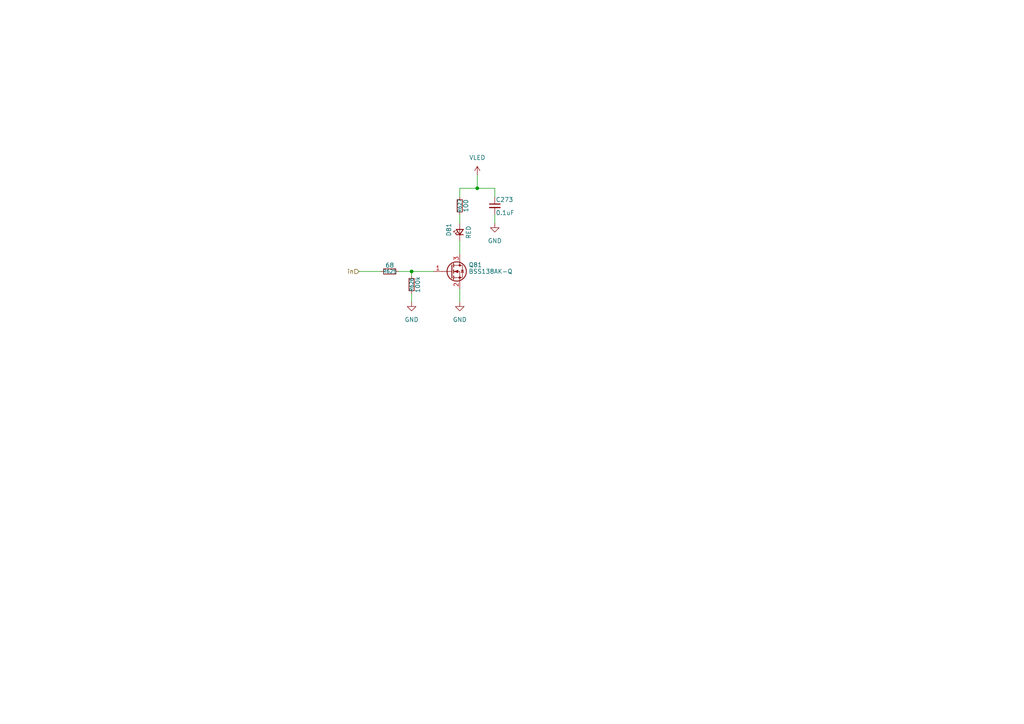
<source format=kicad_sch>
(kicad_sch
	(version 20250114)
	(generator "eeschema")
	(generator_version "9.0")
	(uuid "ac9928b0-1e63-47ea-a59d-0fe5f5be5e93")
	(paper "A4")
	(lib_symbols
		(symbol "Device:C_Small"
			(pin_numbers
				(hide yes)
			)
			(pin_names
				(offset 0.254)
				(hide yes)
			)
			(exclude_from_sim no)
			(in_bom yes)
			(on_board yes)
			(property "Reference" "C"
				(at 0.254 1.778 0)
				(effects
					(font
						(size 1.27 1.27)
					)
					(justify left)
				)
			)
			(property "Value" "C_Small"
				(at 0.254 -2.032 0)
				(effects
					(font
						(size 1.27 1.27)
					)
					(justify left)
				)
			)
			(property "Footprint" ""
				(at 0 0 0)
				(effects
					(font
						(size 1.27 1.27)
					)
					(hide yes)
				)
			)
			(property "Datasheet" "~"
				(at 0 0 0)
				(effects
					(font
						(size 1.27 1.27)
					)
					(hide yes)
				)
			)
			(property "Description" "Unpolarized capacitor, small symbol"
				(at 0 0 0)
				(effects
					(font
						(size 1.27 1.27)
					)
					(hide yes)
				)
			)
			(property "ki_keywords" "capacitor cap"
				(at 0 0 0)
				(effects
					(font
						(size 1.27 1.27)
					)
					(hide yes)
				)
			)
			(property "ki_fp_filters" "C_*"
				(at 0 0 0)
				(effects
					(font
						(size 1.27 1.27)
					)
					(hide yes)
				)
			)
			(symbol "C_Small_0_1"
				(polyline
					(pts
						(xy -1.524 0.508) (xy 1.524 0.508)
					)
					(stroke
						(width 0.3048)
						(type default)
					)
					(fill
						(type none)
					)
				)
				(polyline
					(pts
						(xy -1.524 -0.508) (xy 1.524 -0.508)
					)
					(stroke
						(width 0.3302)
						(type default)
					)
					(fill
						(type none)
					)
				)
			)
			(symbol "C_Small_1_1"
				(pin passive line
					(at 0 2.54 270)
					(length 2.032)
					(name "~"
						(effects
							(font
								(size 1.27 1.27)
							)
						)
					)
					(number "1"
						(effects
							(font
								(size 1.27 1.27)
							)
						)
					)
				)
				(pin passive line
					(at 0 -2.54 90)
					(length 2.032)
					(name "~"
						(effects
							(font
								(size 1.27 1.27)
							)
						)
					)
					(number "2"
						(effects
							(font
								(size 1.27 1.27)
							)
						)
					)
				)
			)
			(embedded_fonts no)
		)
		(symbol "Device:LED_Small"
			(pin_numbers
				(hide yes)
			)
			(pin_names
				(offset 0.254)
				(hide yes)
			)
			(exclude_from_sim no)
			(in_bom yes)
			(on_board yes)
			(property "Reference" "D"
				(at -1.27 3.175 0)
				(effects
					(font
						(size 1.27 1.27)
					)
					(justify left)
				)
			)
			(property "Value" "LED_Small"
				(at -4.445 -2.54 0)
				(effects
					(font
						(size 1.27 1.27)
					)
					(justify left)
				)
			)
			(property "Footprint" ""
				(at 0 0 90)
				(effects
					(font
						(size 1.27 1.27)
					)
					(hide yes)
				)
			)
			(property "Datasheet" "~"
				(at 0 0 90)
				(effects
					(font
						(size 1.27 1.27)
					)
					(hide yes)
				)
			)
			(property "Description" "Light emitting diode, small symbol"
				(at 0 0 0)
				(effects
					(font
						(size 1.27 1.27)
					)
					(hide yes)
				)
			)
			(property "Sim.Pin" "1=K 2=A"
				(at 0 0 0)
				(effects
					(font
						(size 1.27 1.27)
					)
					(hide yes)
				)
			)
			(property "ki_keywords" "LED diode light-emitting-diode"
				(at 0 0 0)
				(effects
					(font
						(size 1.27 1.27)
					)
					(hide yes)
				)
			)
			(property "ki_fp_filters" "LED* LED_SMD:* LED_THT:*"
				(at 0 0 0)
				(effects
					(font
						(size 1.27 1.27)
					)
					(hide yes)
				)
			)
			(symbol "LED_Small_0_1"
				(polyline
					(pts
						(xy -0.762 -1.016) (xy -0.762 1.016)
					)
					(stroke
						(width 0.254)
						(type default)
					)
					(fill
						(type none)
					)
				)
				(polyline
					(pts
						(xy 0 0.762) (xy -0.508 1.27) (xy -0.254 1.27) (xy -0.508 1.27) (xy -0.508 1.016)
					)
					(stroke
						(width 0)
						(type default)
					)
					(fill
						(type none)
					)
				)
				(polyline
					(pts
						(xy 0.508 1.27) (xy 0 1.778) (xy 0.254 1.778) (xy 0 1.778) (xy 0 1.524)
					)
					(stroke
						(width 0)
						(type default)
					)
					(fill
						(type none)
					)
				)
				(polyline
					(pts
						(xy 0.762 -1.016) (xy -0.762 0) (xy 0.762 1.016) (xy 0.762 -1.016)
					)
					(stroke
						(width 0.254)
						(type default)
					)
					(fill
						(type none)
					)
				)
				(polyline
					(pts
						(xy 1.016 0) (xy -0.762 0)
					)
					(stroke
						(width 0)
						(type default)
					)
					(fill
						(type none)
					)
				)
			)
			(symbol "LED_Small_1_1"
				(pin passive line
					(at -2.54 0 0)
					(length 1.778)
					(name "K"
						(effects
							(font
								(size 1.27 1.27)
							)
						)
					)
					(number "1"
						(effects
							(font
								(size 1.27 1.27)
							)
						)
					)
				)
				(pin passive line
					(at 2.54 0 180)
					(length 1.778)
					(name "A"
						(effects
							(font
								(size 1.27 1.27)
							)
						)
					)
					(number "2"
						(effects
							(font
								(size 1.27 1.27)
							)
						)
					)
				)
			)
			(embedded_fonts no)
		)
		(symbol "Device:R_Small"
			(pin_numbers
				(hide yes)
			)
			(pin_names
				(offset 0.254)
				(hide yes)
			)
			(exclude_from_sim no)
			(in_bom yes)
			(on_board yes)
			(property "Reference" "R"
				(at 0 0 90)
				(effects
					(font
						(size 1.016 1.016)
					)
				)
			)
			(property "Value" "R_Small"
				(at 1.778 0 90)
				(effects
					(font
						(size 1.27 1.27)
					)
				)
			)
			(property "Footprint" ""
				(at 0 0 0)
				(effects
					(font
						(size 1.27 1.27)
					)
					(hide yes)
				)
			)
			(property "Datasheet" "~"
				(at 0 0 0)
				(effects
					(font
						(size 1.27 1.27)
					)
					(hide yes)
				)
			)
			(property "Description" "Resistor, small symbol"
				(at 0 0 0)
				(effects
					(font
						(size 1.27 1.27)
					)
					(hide yes)
				)
			)
			(property "ki_keywords" "R resistor"
				(at 0 0 0)
				(effects
					(font
						(size 1.27 1.27)
					)
					(hide yes)
				)
			)
			(property "ki_fp_filters" "R_*"
				(at 0 0 0)
				(effects
					(font
						(size 1.27 1.27)
					)
					(hide yes)
				)
			)
			(symbol "R_Small_0_1"
				(rectangle
					(start -0.762 1.778)
					(end 0.762 -1.778)
					(stroke
						(width 0.2032)
						(type default)
					)
					(fill
						(type none)
					)
				)
			)
			(symbol "R_Small_1_1"
				(pin passive line
					(at 0 2.54 270)
					(length 0.762)
					(name "~"
						(effects
							(font
								(size 1.27 1.27)
							)
						)
					)
					(number "1"
						(effects
							(font
								(size 1.27 1.27)
							)
						)
					)
				)
				(pin passive line
					(at 0 -2.54 90)
					(length 0.762)
					(name "~"
						(effects
							(font
								(size 1.27 1.27)
							)
						)
					)
					(number "2"
						(effects
							(font
								(size 1.27 1.27)
							)
						)
					)
				)
			)
			(embedded_fonts no)
		)
		(symbol "Transistor_FET:Q_NMOS_GSD"
			(pin_names
				(offset 0)
				(hide yes)
			)
			(exclude_from_sim no)
			(in_bom yes)
			(on_board yes)
			(property "Reference" "Q"
				(at 5.08 1.905 0)
				(effects
					(font
						(size 1.27 1.27)
					)
					(justify left)
				)
			)
			(property "Value" "Q_NMOS_GSD"
				(at 5.08 0 0)
				(effects
					(font
						(size 1.27 1.27)
					)
					(justify left)
				)
			)
			(property "Footprint" ""
				(at 5.08 2.54 0)
				(effects
					(font
						(size 1.27 1.27)
					)
					(hide yes)
				)
			)
			(property "Datasheet" "~"
				(at 0 0 0)
				(effects
					(font
						(size 1.27 1.27)
					)
					(hide yes)
				)
			)
			(property "Description" "N-MOSFET transistor, gate/source/drain"
				(at 0 0 0)
				(effects
					(font
						(size 1.27 1.27)
					)
					(hide yes)
				)
			)
			(property "ki_keywords" "transistor NMOS N-MOS N-MOSFET"
				(at 0 0 0)
				(effects
					(font
						(size 1.27 1.27)
					)
					(hide yes)
				)
			)
			(symbol "Q_NMOS_GSD_0_1"
				(polyline
					(pts
						(xy 0.254 1.905) (xy 0.254 -1.905)
					)
					(stroke
						(width 0.254)
						(type default)
					)
					(fill
						(type none)
					)
				)
				(polyline
					(pts
						(xy 0.254 0) (xy -2.54 0)
					)
					(stroke
						(width 0)
						(type default)
					)
					(fill
						(type none)
					)
				)
				(polyline
					(pts
						(xy 0.762 2.286) (xy 0.762 1.27)
					)
					(stroke
						(width 0.254)
						(type default)
					)
					(fill
						(type none)
					)
				)
				(polyline
					(pts
						(xy 0.762 0.508) (xy 0.762 -0.508)
					)
					(stroke
						(width 0.254)
						(type default)
					)
					(fill
						(type none)
					)
				)
				(polyline
					(pts
						(xy 0.762 -1.27) (xy 0.762 -2.286)
					)
					(stroke
						(width 0.254)
						(type default)
					)
					(fill
						(type none)
					)
				)
				(polyline
					(pts
						(xy 0.762 -1.778) (xy 3.302 -1.778) (xy 3.302 1.778) (xy 0.762 1.778)
					)
					(stroke
						(width 0)
						(type default)
					)
					(fill
						(type none)
					)
				)
				(polyline
					(pts
						(xy 1.016 0) (xy 2.032 0.381) (xy 2.032 -0.381) (xy 1.016 0)
					)
					(stroke
						(width 0)
						(type default)
					)
					(fill
						(type outline)
					)
				)
				(circle
					(center 1.651 0)
					(radius 2.794)
					(stroke
						(width 0.254)
						(type default)
					)
					(fill
						(type none)
					)
				)
				(polyline
					(pts
						(xy 2.54 2.54) (xy 2.54 1.778)
					)
					(stroke
						(width 0)
						(type default)
					)
					(fill
						(type none)
					)
				)
				(circle
					(center 2.54 1.778)
					(radius 0.254)
					(stroke
						(width 0)
						(type default)
					)
					(fill
						(type outline)
					)
				)
				(circle
					(center 2.54 -1.778)
					(radius 0.254)
					(stroke
						(width 0)
						(type default)
					)
					(fill
						(type outline)
					)
				)
				(polyline
					(pts
						(xy 2.54 -2.54) (xy 2.54 0) (xy 0.762 0)
					)
					(stroke
						(width 0)
						(type default)
					)
					(fill
						(type none)
					)
				)
				(polyline
					(pts
						(xy 2.921 0.381) (xy 3.683 0.381)
					)
					(stroke
						(width 0)
						(type default)
					)
					(fill
						(type none)
					)
				)
				(polyline
					(pts
						(xy 3.302 0.381) (xy 2.921 -0.254) (xy 3.683 -0.254) (xy 3.302 0.381)
					)
					(stroke
						(width 0)
						(type default)
					)
					(fill
						(type none)
					)
				)
			)
			(symbol "Q_NMOS_GSD_1_1"
				(pin input line
					(at -5.08 0 0)
					(length 2.54)
					(name "G"
						(effects
							(font
								(size 1.27 1.27)
							)
						)
					)
					(number "1"
						(effects
							(font
								(size 1.27 1.27)
							)
						)
					)
				)
				(pin passive line
					(at 2.54 5.08 270)
					(length 2.54)
					(name "D"
						(effects
							(font
								(size 1.27 1.27)
							)
						)
					)
					(number "3"
						(effects
							(font
								(size 1.27 1.27)
							)
						)
					)
				)
				(pin passive line
					(at 2.54 -5.08 90)
					(length 2.54)
					(name "S"
						(effects
							(font
								(size 1.27 1.27)
							)
						)
					)
					(number "2"
						(effects
							(font
								(size 1.27 1.27)
							)
						)
					)
				)
			)
			(embedded_fonts no)
		)
		(symbol "power:+3.3V"
			(power)
			(pin_numbers
				(hide yes)
			)
			(pin_names
				(offset 0)
				(hide yes)
			)
			(exclude_from_sim no)
			(in_bom yes)
			(on_board yes)
			(property "Reference" "#PWR"
				(at 0 -3.81 0)
				(effects
					(font
						(size 1.27 1.27)
					)
					(hide yes)
				)
			)
			(property "Value" "+3.3V"
				(at 0 3.556 0)
				(effects
					(font
						(size 1.27 1.27)
					)
				)
			)
			(property "Footprint" ""
				(at 0 0 0)
				(effects
					(font
						(size 1.27 1.27)
					)
					(hide yes)
				)
			)
			(property "Datasheet" ""
				(at 0 0 0)
				(effects
					(font
						(size 1.27 1.27)
					)
					(hide yes)
				)
			)
			(property "Description" "Power symbol creates a global label with name \"+3.3V\""
				(at 0 0 0)
				(effects
					(font
						(size 1.27 1.27)
					)
					(hide yes)
				)
			)
			(property "ki_keywords" "global power"
				(at 0 0 0)
				(effects
					(font
						(size 1.27 1.27)
					)
					(hide yes)
				)
			)
			(symbol "+3.3V_0_1"
				(polyline
					(pts
						(xy -0.762 1.27) (xy 0 2.54)
					)
					(stroke
						(width 0)
						(type default)
					)
					(fill
						(type none)
					)
				)
				(polyline
					(pts
						(xy 0 2.54) (xy 0.762 1.27)
					)
					(stroke
						(width 0)
						(type default)
					)
					(fill
						(type none)
					)
				)
				(polyline
					(pts
						(xy 0 0) (xy 0 2.54)
					)
					(stroke
						(width 0)
						(type default)
					)
					(fill
						(type none)
					)
				)
			)
			(symbol "+3.3V_1_1"
				(pin power_in line
					(at 0 0 90)
					(length 0)
					(name "~"
						(effects
							(font
								(size 1.27 1.27)
							)
						)
					)
					(number "1"
						(effects
							(font
								(size 1.27 1.27)
							)
						)
					)
				)
			)
			(embedded_fonts no)
		)
		(symbol "power:GND"
			(power)
			(pin_numbers
				(hide yes)
			)
			(pin_names
				(offset 0)
				(hide yes)
			)
			(exclude_from_sim no)
			(in_bom yes)
			(on_board yes)
			(property "Reference" "#PWR"
				(at 0 -6.35 0)
				(effects
					(font
						(size 1.27 1.27)
					)
					(hide yes)
				)
			)
			(property "Value" "GND"
				(at 0 -3.81 0)
				(effects
					(font
						(size 1.27 1.27)
					)
				)
			)
			(property "Footprint" ""
				(at 0 0 0)
				(effects
					(font
						(size 1.27 1.27)
					)
					(hide yes)
				)
			)
			(property "Datasheet" ""
				(at 0 0 0)
				(effects
					(font
						(size 1.27 1.27)
					)
					(hide yes)
				)
			)
			(property "Description" "Power symbol creates a global label with name \"GND\" , ground"
				(at 0 0 0)
				(effects
					(font
						(size 1.27 1.27)
					)
					(hide yes)
				)
			)
			(property "ki_keywords" "global power"
				(at 0 0 0)
				(effects
					(font
						(size 1.27 1.27)
					)
					(hide yes)
				)
			)
			(symbol "GND_0_1"
				(polyline
					(pts
						(xy 0 0) (xy 0 -1.27) (xy 1.27 -1.27) (xy 0 -2.54) (xy -1.27 -1.27) (xy 0 -1.27)
					)
					(stroke
						(width 0)
						(type default)
					)
					(fill
						(type none)
					)
				)
			)
			(symbol "GND_1_1"
				(pin power_in line
					(at 0 0 270)
					(length 0)
					(name "~"
						(effects
							(font
								(size 1.27 1.27)
							)
						)
					)
					(number "1"
						(effects
							(font
								(size 1.27 1.27)
							)
						)
					)
				)
			)
			(embedded_fonts no)
		)
	)
	(junction
		(at 138.43 54.61)
		(diameter 0)
		(color 0 0 0 0)
		(uuid "5da6557d-ebed-4429-a5c5-79577a4fef5b")
	)
	(junction
		(at 119.38 78.74)
		(diameter 0)
		(color 0 0 0 0)
		(uuid "9bcf966b-221b-4284-a254-cbc113e033fe")
	)
	(wire
		(pts
			(xy 119.38 85.09) (xy 119.38 87.63)
		)
		(stroke
			(width 0)
			(type default)
		)
		(uuid "1e941f9e-9f9d-4657-901c-6175d81b8641")
	)
	(wire
		(pts
			(xy 138.43 54.61) (xy 133.35 54.61)
		)
		(stroke
			(width 0)
			(type default)
		)
		(uuid "25b6a551-bfec-4f2f-8ffa-e4bd093393d4")
	)
	(wire
		(pts
			(xy 115.57 78.74) (xy 119.38 78.74)
		)
		(stroke
			(width 0)
			(type default)
		)
		(uuid "29dea363-3897-4a89-94f8-4c9d721107b3")
	)
	(wire
		(pts
			(xy 143.51 54.61) (xy 143.51 57.15)
		)
		(stroke
			(width 0)
			(type default)
		)
		(uuid "34ef2285-ac74-47a2-9165-e61dcbc12122")
	)
	(wire
		(pts
			(xy 143.51 62.23) (xy 143.51 64.77)
		)
		(stroke
			(width 0)
			(type default)
		)
		(uuid "364a3763-e283-4180-a2e1-ac6968fa31d7")
	)
	(wire
		(pts
			(xy 143.51 54.61) (xy 138.43 54.61)
		)
		(stroke
			(width 0)
			(type default)
		)
		(uuid "3b98a9bf-9a97-4685-a611-fc6a6fac0d00")
	)
	(wire
		(pts
			(xy 133.35 54.61) (xy 133.35 57.15)
		)
		(stroke
			(width 0)
			(type default)
		)
		(uuid "4fab4f6a-53ec-4826-b2ef-beaf22cb2c7f")
	)
	(wire
		(pts
			(xy 104.14 78.74) (xy 110.49 78.74)
		)
		(stroke
			(width 0)
			(type default)
		)
		(uuid "a718a0a5-894a-4da9-887e-6c4a2a954eab")
	)
	(wire
		(pts
			(xy 133.35 69.85) (xy 133.35 73.66)
		)
		(stroke
			(width 0)
			(type default)
		)
		(uuid "c5ada676-1a86-49f7-9536-7c3667eeba6f")
	)
	(wire
		(pts
			(xy 138.43 50.8) (xy 138.43 54.61)
		)
		(stroke
			(width 0)
			(type default)
		)
		(uuid "e137431e-8f32-41af-ae47-83fc3b3609f9")
	)
	(wire
		(pts
			(xy 133.35 87.63) (xy 133.35 83.82)
		)
		(stroke
			(width 0)
			(type default)
		)
		(uuid "ec15904f-04f2-44a4-b092-5047817fae1a")
	)
	(wire
		(pts
			(xy 133.35 62.23) (xy 133.35 64.77)
		)
		(stroke
			(width 0)
			(type default)
		)
		(uuid "f2519262-ea83-4667-bd2e-784e02a5fcc9")
	)
	(wire
		(pts
			(xy 125.73 78.74) (xy 119.38 78.74)
		)
		(stroke
			(width 0)
			(type default)
		)
		(uuid "f2e680f4-f597-4b4f-9607-dcdd326a30cb")
	)
	(wire
		(pts
			(xy 119.38 78.74) (xy 119.38 80.01)
		)
		(stroke
			(width 0)
			(type default)
		)
		(uuid "fd14cba6-16e9-4a6a-bb83-3fae48abd733")
	)
	(hierarchical_label "in"
		(shape input)
		(at 104.14 78.74 180)
		(effects
			(font
				(size 1.27 1.27)
			)
			(justify right)
		)
		(uuid "2a764ca7-0781-4957-aa2b-11f5c8976083")
	)
	(symbol
		(lib_id "Transistor_FET:Q_NMOS_GSD")
		(at 130.81 78.74 0)
		(unit 1)
		(exclude_from_sim no)
		(in_bom yes)
		(on_board yes)
		(dnp no)
		(uuid "0c003959-7c73-42a6-9971-ce0fd3e3aaed")
		(property "Reference" "Q74"
			(at 135.89 76.835 0)
			(effects
				(font
					(size 1.27 1.27)
				)
				(justify left)
			)
		)
		(property "Value" "BSS138AK-Q"
			(at 135.89 78.74 0)
			(effects
				(font
					(size 1.27 1.27)
				)
				(justify left)
			)
		)
		(property "Footprint" "Package_TO_SOT_SMD:SOT-23"
			(at 135.89 76.2 0)
			(effects
				(font
					(size 1.27 1.27)
				)
				(hide yes)
			)
		)
		(property "Datasheet" "~"
			(at 130.81 78.74 0)
			(effects
				(font
					(size 1.27 1.27)
				)
				(hide yes)
			)
		)
		(property "Description" "N-MOSFET transistor, gate/source/drain"
			(at 130.81 78.74 0)
			(effects
				(font
					(size 1.27 1.27)
				)
				(hide yes)
			)
		)
		(pin "1"
			(uuid "bdf26a00-aa42-44bb-b674-eedcafcbf621")
		)
		(pin "3"
			(uuid "97451273-7882-41f6-b446-aaa9d74676c6")
		)
		(pin "2"
			(uuid "3c2fade2-8529-4d58-8778-30654de6bb76")
		)
		(instances
			(project "alu"
				(path "/dac92c16-d50a-40d0-a20a-6327cf29a06e/33d07650-840e-43be-8ce1-6b9f3fbc5054/88bda96d-50be-447b-b321-0be8d76315fa"
					(reference "Q81")
					(unit 1)
				)
				(path "/dac92c16-d50a-40d0-a20a-6327cf29a06e/33d07650-840e-43be-8ce1-6b9f3fbc5054/1a16f6db-c873-4e73-851e-4ede2f4e8f35/23656427-d06e-4fd3-a309-0367aeeab9f8"
					(reference "Q53")
					(unit 1)
				)
				(path "/dac92c16-d50a-40d0-a20a-6327cf29a06e/33d07650-840e-43be-8ce1-6b9f3fbc5054/1a16f6db-c873-4e73-851e-4ede2f4e8f35/31e29de3-64b5-4dc1-9281-67bcfbbb8243"
					(reference "Q76")
					(unit 1)
				)
				(path "/dac92c16-d50a-40d0-a20a-6327cf29a06e/33d07650-840e-43be-8ce1-6b9f3fbc5054/1a16f6db-c873-4e73-851e-4ede2f4e8f35/3ab894b8-e052-4d30-bf6e-c9ec9dfb1ec3"
					(reference "Q21")
					(unit 1)
				)
				(path "/dac92c16-d50a-40d0-a20a-6327cf29a06e/33d07650-840e-43be-8ce1-6b9f3fbc5054/1a16f6db-c873-4e73-851e-4ede2f4e8f35/55832fcd-857b-4bb4-82f3-8d81e213284b"
					(reference "Q12")
					(unit 1)
				)
				(path "/dac92c16-d50a-40d0-a20a-6327cf29a06e/33d07650-840e-43be-8ce1-6b9f3fbc5054/1a16f6db-c873-4e73-851e-4ede2f4e8f35/7ba3ceef-9657-40fa-8ffa-49447e041a11"
					(reference "Q45")
					(unit 1)
				)
				(path "/dac92c16-d50a-40d0-a20a-6327cf29a06e/33d07650-840e-43be-8ce1-6b9f3fbc5054/1a16f6db-c873-4e73-851e-4ede2f4e8f35/853f56a9-ddbd-4a65-b164-fa8aac257194"
					(reference "Q4")
					(unit 1)
				)
				(path "/dac92c16-d50a-40d0-a20a-6327cf29a06e/33d07650-840e-43be-8ce1-6b9f3fbc5054/1a16f6db-c873-4e73-851e-4ede2f4e8f35/9d9c57a5-0818-4e38-8be1-9282233c7589"
					(reference "Q69")
					(unit 1)
				)
				(path "/dac92c16-d50a-40d0-a20a-6327cf29a06e/33d07650-840e-43be-8ce1-6b9f3fbc5054/1a16f6db-c873-4e73-851e-4ede2f4e8f35/b3038ebb-a4ff-42eb-bc45-9b83b92f8d5a"
					(reference "Q29")
					(unit 1)
				)
				(path "/dac92c16-d50a-40d0-a20a-6327cf29a06e/33d07650-840e-43be-8ce1-6b9f3fbc5054/1a16f6db-c873-4e73-851e-4ede2f4e8f35/c816b3ce-4d8c-4383-a438-841020d22f3a"
					(reference "Q61")
					(unit 1)
				)
				(path "/dac92c16-d50a-40d0-a20a-6327cf29a06e/33d07650-840e-43be-8ce1-6b9f3fbc5054/1a16f6db-c873-4e73-851e-4ede2f4e8f35/e9d154a7-e03c-42d8-9d02-a39715687de5"
					(reference "Q37")
					(unit 1)
				)
				(path "/dac92c16-d50a-40d0-a20a-6327cf29a06e/33d07650-840e-43be-8ce1-6b9f3fbc5054/23d2be02-061b-43b7-b956-30f8527f2577/23656427-d06e-4fd3-a309-0367aeeab9f8"
					(reference "Q56")
					(unit 1)
				)
				(path "/dac92c16-d50a-40d0-a20a-6327cf29a06e/33d07650-840e-43be-8ce1-6b9f3fbc5054/23d2be02-061b-43b7-b956-30f8527f2577/31e29de3-64b5-4dc1-9281-67bcfbbb8243"
					(reference "Q79")
					(unit 1)
				)
				(path "/dac92c16-d50a-40d0-a20a-6327cf29a06e/33d07650-840e-43be-8ce1-6b9f3fbc5054/23d2be02-061b-43b7-b956-30f8527f2577/3ab894b8-e052-4d30-bf6e-c9ec9dfb1ec3"
					(reference "Q24")
					(unit 1)
				)
				(path "/dac92c16-d50a-40d0-a20a-6327cf29a06e/33d07650-840e-43be-8ce1-6b9f3fbc5054/23d2be02-061b-43b7-b956-30f8527f2577/55832fcd-857b-4bb4-82f3-8d81e213284b"
					(reference "Q15")
					(unit 1)
				)
				(path "/dac92c16-d50a-40d0-a20a-6327cf29a06e/33d07650-840e-43be-8ce1-6b9f3fbc5054/23d2be02-061b-43b7-b956-30f8527f2577/7ba3ceef-9657-40fa-8ffa-49447e041a11"
					(reference "Q48")
					(unit 1)
				)
				(path "/dac92c16-d50a-40d0-a20a-6327cf29a06e/33d07650-840e-43be-8ce1-6b9f3fbc5054/23d2be02-061b-43b7-b956-30f8527f2577/853f56a9-ddbd-4a65-b164-fa8aac257194"
					(reference "Q7")
					(unit 1)
				)
				(path "/dac92c16-d50a-40d0-a20a-6327cf29a06e/33d07650-840e-43be-8ce1-6b9f3fbc5054/23d2be02-061b-43b7-b956-30f8527f2577/9d9c57a5-0818-4e38-8be1-9282233c7589"
					(reference "Q72")
					(unit 1)
				)
				(path "/dac92c16-d50a-40d0-a20a-6327cf29a06e/33d07650-840e-43be-8ce1-6b9f3fbc5054/23d2be02-061b-43b7-b956-30f8527f2577/b3038ebb-a4ff-42eb-bc45-9b83b92f8d5a"
					(reference "Q32")
					(unit 1)
				)
				(path "/dac92c16-d50a-40d0-a20a-6327cf29a06e/33d07650-840e-43be-8ce1-6b9f3fbc5054/23d2be02-061b-43b7-b956-30f8527f2577/c816b3ce-4d8c-4383-a438-841020d22f3a"
					(reference "Q64")
					(unit 1)
				)
				(path "/dac92c16-d50a-40d0-a20a-6327cf29a06e/33d07650-840e-43be-8ce1-6b9f3fbc5054/23d2be02-061b-43b7-b956-30f8527f2577/e9d154a7-e03c-42d8-9d02-a39715687de5"
					(reference "Q40")
					(unit 1)
				)
				(path "/dac92c16-d50a-40d0-a20a-6327cf29a06e/33d07650-840e-43be-8ce1-6b9f3fbc5054/3541b1b2-f3aa-4a88-9f07-27a8b3d1347f/23656427-d06e-4fd3-a309-0367aeeab9f8"
					(reference "Q50")
					(unit 1)
				)
				(path "/dac92c16-d50a-40d0-a20a-6327cf29a06e/33d07650-840e-43be-8ce1-6b9f3fbc5054/3541b1b2-f3aa-4a88-9f07-27a8b3d1347f/31e29de3-64b5-4dc1-9281-67bcfbbb8243"
					(reference "Q16")
					(unit 1)
				)
				(path "/dac92c16-d50a-40d0-a20a-6327cf29a06e/33d07650-840e-43be-8ce1-6b9f3fbc5054/3541b1b2-f3aa-4a88-9f07-27a8b3d1347f/3ab894b8-e052-4d30-bf6e-c9ec9dfb1ec3"
					(reference "Q18")
					(unit 1)
				)
				(path "/dac92c16-d50a-40d0-a20a-6327cf29a06e/33d07650-840e-43be-8ce1-6b9f3fbc5054/3541b1b2-f3aa-4a88-9f07-27a8b3d1347f/55832fcd-857b-4bb4-82f3-8d81e213284b"
					(reference "Q9")
					(unit 1)
				)
				(path "/dac92c16-d50a-40d0-a20a-6327cf29a06e/33d07650-840e-43be-8ce1-6b9f3fbc5054/3541b1b2-f3aa-4a88-9f07-27a8b3d1347f/7ba3ceef-9657-40fa-8ffa-49447e041a11"
					(reference "Q42")
					(unit 1)
				)
				(path "/dac92c16-d50a-40d0-a20a-6327cf29a06e/33d07650-840e-43be-8ce1-6b9f3fbc5054/3541b1b2-f3aa-4a88-9f07-27a8b3d1347f/853f56a9-ddbd-4a65-b164-fa8aac257194"
					(reference "Q1")
					(unit 1)
				)
				(path "/dac92c16-d50a-40d0-a20a-6327cf29a06e/33d07650-840e-43be-8ce1-6b9f3fbc5054/3541b1b2-f3aa-4a88-9f07-27a8b3d1347f/9d9c57a5-0818-4e38-8be1-9282233c7589"
					(reference "Q66")
					(unit 1)
				)
				(path "/dac92c16-d50a-40d0-a20a-6327cf29a06e/33d07650-840e-43be-8ce1-6b9f3fbc5054/3541b1b2-f3aa-4a88-9f07-27a8b3d1347f/b3038ebb-a4ff-42eb-bc45-9b83b92f8d5a"
					(reference "Q26")
					(unit 1)
				)
				(path "/dac92c16-d50a-40d0-a20a-6327cf29a06e/33d07650-840e-43be-8ce1-6b9f3fbc5054/3541b1b2-f3aa-4a88-9f07-27a8b3d1347f/c816b3ce-4d8c-4383-a438-841020d22f3a"
					(reference "Q58")
					(unit 1)
				)
				(path "/dac92c16-d50a-40d0-a20a-6327cf29a06e/33d07650-840e-43be-8ce1-6b9f3fbc5054/3541b1b2-f3aa-4a88-9f07-27a8b3d1347f/e9d154a7-e03c-42d8-9d02-a39715687de5"
					(reference "Q34")
					(unit 1)
				)
				(path "/dac92c16-d50a-40d0-a20a-6327cf29a06e/33d07650-840e-43be-8ce1-6b9f3fbc5054/70e024b1-aa19-4bf5-a3e8-a597e17bdf0f/23656427-d06e-4fd3-a309-0367aeeab9f8"
					(reference "Q54")
					(unit 1)
				)
				(path "/dac92c16-d50a-40d0-a20a-6327cf29a06e/33d07650-840e-43be-8ce1-6b9f3fbc5054/70e024b1-aa19-4bf5-a3e8-a597e17bdf0f/31e29de3-64b5-4dc1-9281-67bcfbbb8243"
					(reference "Q77")
					(unit 1)
				)
				(path "/dac92c16-d50a-40d0-a20a-6327cf29a06e/33d07650-840e-43be-8ce1-6b9f3fbc5054/70e024b1-aa19-4bf5-a3e8-a597e17bdf0f/3ab894b8-e052-4d30-bf6e-c9ec9dfb1ec3"
					(reference "Q22")
					(unit 1)
				)
				(path "/dac92c16-d50a-40d0-a20a-6327cf29a06e/33d07650-840e-43be-8ce1-6b9f3fbc5054/70e024b1-aa19-4bf5-a3e8-a597e17bdf0f/55832fcd-857b-4bb4-82f3-8d81e213284b"
					(reference "Q13")
					(unit 1)
				)
				(path "/dac92c16-d50a-40d0-a20a-6327cf29a06e/33d07650-840e-43be-8ce1-6b9f3fbc5054/70e024b1-aa19-4bf5-a3e8-a597e17bdf0f/7ba3ceef-9657-40fa-8ffa-49447e041a11"
					(reference "Q46")
					(unit 1)
				)
				(path "/dac92c16-d50a-40d0-a20a-6327cf29a06e/33d07650-840e-43be-8ce1-6b9f3fbc5054/70e024b1-aa19-4bf5-a3e8-a597e17bdf0f/853f56a9-ddbd-4a65-b164-fa8aac257194"
					(reference "Q5")
					(unit 1)
				)
				(path "/dac92c16-d50a-40d0-a20a-6327cf29a06e/33d07650-840e-43be-8ce1-6b9f3fbc5054/70e024b1-aa19-4bf5-a3e8-a597e17bdf0f/9d9c57a5-0818-4e38-8be1-9282233c7589"
					(reference "Q70")
					(unit 1)
				)
				(path "/dac92c16-d50a-40d0-a20a-6327cf29a06e/33d07650-840e-43be-8ce1-6b9f3fbc5054/70e024b1-aa19-4bf5-a3e8-a597e17bdf0f/b3038ebb-a4ff-42eb-bc45-9b83b92f8d5a"
					(reference "Q30")
					(unit 1)
				)
				(path "/dac92c16-d50a-40d0-a20a-6327cf29a06e/33d07650-840e-43be-8ce1-6b9f3fbc5054/70e024b1-aa19-4bf5-a3e8-a597e17bdf0f/c816b3ce-4d8c-4383-a438-841020d22f3a"
					(reference "Q62")
					(unit 1)
				)
				(path "/dac92c16-d50a-40d0-a20a-6327cf29a06e/33d07650-840e-43be-8ce1-6b9f3fbc5054/70e024b1-aa19-4bf5-a3e8-a597e17bdf0f/e9d154a7-e03c-42d8-9d02-a39715687de5"
					(reference "Q38")
					(unit 1)
				)
				(path "/dac92c16-d50a-40d0-a20a-6327cf29a06e/33d07650-840e-43be-8ce1-6b9f3fbc5054/7f700a0b-d30e-4e4f-a5f8-c63cb7d4dc99/23656427-d06e-4fd3-a309-0367aeeab9f8"
					(reference "Q52")
					(unit 1)
				)
				(path "/dac92c16-d50a-40d0-a20a-6327cf29a06e/33d07650-840e-43be-8ce1-6b9f3fbc5054/7f700a0b-d30e-4e4f-a5f8-c63cb7d4dc99/31e29de3-64b5-4dc1-9281-67bcfbbb8243"
					(reference "Q75")
					(unit 1)
				)
				(path "/dac92c16-d50a-40d0-a20a-6327cf29a06e/33d07650-840e-43be-8ce1-6b9f3fbc5054/7f700a0b-d30e-4e4f-a5f8-c63cb7d4dc99/3ab894b8-e052-4d30-bf6e-c9ec9dfb1ec3"
					(reference "Q20")
					(unit 1)
				)
				(path "/dac92c16-d50a-40d0-a20a-6327cf29a06e/33d07650-840e-43be-8ce1-6b9f3fbc5054/7f700a0b-d30e-4e4f-a5f8-c63cb7d4dc99/55832fcd-857b-4bb4-82f3-8d81e213284b"
					(reference "Q11")
					(unit 1)
				)
				(path "/dac92c16-d50a-40d0-a20a-6327cf29a06e/33d07650-840e-43be-8ce1-6b9f3fbc5054/7f700a0b-d30e-4e4f-a5f8-c63cb7d4dc99/7ba3ceef-9657-40fa-8ffa-49447e041a11"
					(reference "Q44")
					(unit 1)
				)
				(path "/dac92c16-d50a-40d0-a20a-6327cf29a06e/33d07650-840e-43be-8ce1-6b9f3fbc5054/7f700a0b-d30e-4e4f-a5f8-c63cb7d4dc99/853f56a9-ddbd-4a65-b164-fa8aac257194"
					(reference "Q3")
					(unit 1)
				)
				(path "/dac92c16-d50a-40d0-a20a-6327cf29a06e/33d07650-840e-43be-8ce1-6b9f3fbc5054/7f700a0b-d30e-4e4f-a5f8-c63cb7d4dc99/9d9c57a5-0818-4e38-8be1-9282233c7589"
					(reference "Q68")
					(unit 1)
				)
				(path "/dac92c16-d50a-40d0-a20a-6327cf29a06e/33d07650-840e-43be-8ce1-6b9f3fbc5054/7f700a0b-d30e-4e4f-a5f8-c63cb7d4dc99/b3038ebb-a4ff-42eb-bc45-9b83b92f8d5a"
					(reference "Q28")
					(unit 1)
				)
				(path "/dac92c16-d50a-40d0-a20a-6327cf29a06e/33d07650-840e-43be-8ce1-6b9f3fbc5054/7f700a0b-d30e-4e4f-a5f8-c63cb7d4dc99/c816b3ce-4d8c-4383-a438-841020d22f3a"
					(reference "Q60")
					(unit 1)
				)
				(path "/dac92c16-d50a-40d0-a20a-6327cf29a06e/33d07650-840e-43be-8ce1-6b9f3fbc5054/7f700a0b-d30e-4e4f-a5f8-c63cb7d4dc99/e9d154a7-e03c-42d8-9d02-a39715687de5"
					(reference "Q36")
					(unit 1)
				)
				(path "/dac92c16-d50a-40d0-a20a-6327cf29a06e/33d07650-840e-43be-8ce1-6b9f3fbc5054/8cf13a8c-f874-4c9a-8ce8-a60e2a18be5b/23656427-d06e-4fd3-a309-0367aeeab9f8"
					(reference "Q51")
					(unit 1)
				)
				(path "/dac92c16-d50a-40d0-a20a-6327cf29a06e/33d07650-840e-43be-8ce1-6b9f3fbc5054/8cf13a8c-f874-4c9a-8ce8-a60e2a18be5b/31e29de3-64b5-4dc1-9281-67bcfbbb8243"
					(reference "Q74")
					(unit 1)
				)
				(path "/dac92c16-d50a-40d0-a20a-6327cf29a06e/33d07650-840e-43be-8ce1-6b9f3fbc5054/8cf13a8c-f874-4c9a-8ce8-a60e2a18be5b/3ab894b8-e052-4d30-bf6e-c9ec9dfb1ec3"
					(reference "Q19")
					(unit 1)
				)
				(path "/dac92c16-d50a-40d0-a20a-6327cf29a06e/33d07650-840e-43be-8ce1-6b9f3fbc5054/8cf13a8c-f874-4c9a-8ce8-a60e2a18be5b/55832fcd-857b-4bb4-82f3-8d81e213284b"
					(reference "Q10")
					(unit 1)
				)
				(path "/dac92c16-d50a-40d0-a20a-6327cf29a06e/33d07650-840e-43be-8ce1-6b9f3fbc5054/8cf13a8c-f874-4c9a-8ce8-a60e2a18be5b/7ba3ceef-9657-40fa-8ffa-49447e041a11"
					(reference "Q43")
					(unit 1)
				)
				(path "/dac92c16-d50a-40d0-a20a-6327cf29a06e/33d07650-840e-43be-8ce1-6b9f3fbc5054/8cf13a8c-f874-4c9a-8ce8-a60e2a18be5b/853f56a9-ddbd-4a65-b164-fa8aac257194"
					(reference "Q2")
					(unit 1)
				)
				(path "/dac92c16-d50a-40d0-a20a-6327cf29a06e/33d07650-840e-43be-8ce1-6b9f3fbc5054/8cf13a8c-f874-4c9a-8ce8-a60e2a18be5b/9d9c57a5-0818-4e38-8be1-9282233c7589"
					(reference "Q67")
					(unit 1)
				)
				(path "/dac92c16-d50a-40d0-a20a-6327cf29a06e/33d07650-840e-43be-8ce1-6b9f3fbc5054/8cf13a8c-f874-4c9a-8ce8-a60e2a18be5b/b3038ebb-a4ff-42eb-bc45-9b83b92f8d5a"
					(reference "Q27")
					(unit 1)
				)
				(path "/dac92c16-d50a-40d0-a20a-6327cf29a06e/33d07650-840e-43be-8ce1-6b9f3fbc5054/8cf13a8c-f874-4c9a-8ce8-a60e2a18be5b/c816b3ce-4d8c-4383-a438-841020d22f3a"
					(reference "Q59")
					(unit 1)
				)
				(path "/dac92c16-d50a-40d0-a20a-6327cf29a06e/33d07650-840e-43be-8ce1-6b9f3fbc5054/8cf13a8c-f874-4c9a-8ce8-a60e2a18be5b/e9d154a7-e03c-42d8-9d02-a39715687de5"
					(reference "Q35")
					(unit 1)
				)
				(path "/dac92c16-d50a-40d0-a20a-6327cf29a06e/33d07650-840e-43be-8ce1-6b9f3fbc5054/9c47032c-5afb-4ea2-889d-76ae55442462/23656427-d06e-4fd3-a309-0367aeeab9f8"
					(reference "Q55")
					(unit 1)
				)
				(path "/dac92c16-d50a-40d0-a20a-6327cf29a06e/33d07650-840e-43be-8ce1-6b9f3fbc5054/9c47032c-5afb-4ea2-889d-76ae55442462/31e29de3-64b5-4dc1-9281-67bcfbbb8243"
					(reference "Q78")
					(unit 1)
				)
				(path "/dac92c16-d50a-40d0-a20a-6327cf29a06e/33d07650-840e-43be-8ce1-6b9f3fbc5054/9c47032c-5afb-4ea2-889d-76ae55442462/3ab894b8-e052-4d30-bf6e-c9ec9dfb1ec3"
					(reference "Q23")
					(unit 1)
				)
				(path "/dac92c16-d50a-40d0-a20a-6327cf29a06e/33d07650-840e-43be-8ce1-6b9f3fbc5054/9c47032c-5afb-4ea2-889d-76ae55442462/55832fcd-857b-4bb4-82f3-8d81e213284b"
					(reference "Q14")
					(unit 1)
				)
				(path "/dac92c16-d50a-40d0-a20a-6327cf29a06e/33d07650-840e-43be-8ce1-6b9f3fbc5054/9c47032c-5afb-4ea2-889d-76ae55442462/7ba3ceef-9657-40fa-8ffa-49447e041a11"
					(reference "Q47")
					(unit 1)
				)
				(path "/dac92c16-d50a-40d0-a20a-6327cf29a06e/33d07650-840e-43be-8ce1-6b9f3fbc5054/9c47032c-5afb-4ea2-889d-76ae55442462/853f56a9-ddbd-4a65-b164-fa8aac257194"
					(reference "Q6")
					(unit 1)
				)
				(path "/dac92c16-d50a-40d0-a20a-6327cf29a06e/33d07650-840e-43be-8ce1-6b9f3fbc5054/9c47032c-5afb-4ea2-889d-76ae55442462/9d9c57a5-0818-4e38-8be1-9282233c7589"
					(reference "Q71")
					(unit 1)
				)
				(path "/dac92c16-d50a-40d0-a20a-6327cf29a06e/33d07650-840e-43be-8ce1-6b9f3fbc5054/9c47032c-5afb-4ea2-889d-76ae55442462/b3038ebb-a4ff-42eb-bc45-9b83b92f8d5a"
					(reference "Q31")
					(unit 1)
				)
				(path "/dac92c16-d50a-40d0-a20a-6327cf29a06e/33d07650-840e-43be-8ce1-6b9f3fbc5054/9c47032c-5afb-4ea2-889d-76ae55442462/c816b3ce-4d8c-4383-a438-841020d22f3a"
					(reference "Q63")
					(unit 1)
				)
				(path "/dac92c16-d50a-40d0-a20a-6327cf29a06e/33d07650-840e-43be-8ce1-6b9f3fbc5054/9c47032c-5afb-4ea2-889d-76ae55442462/e9d154a7-e03c-42d8-9d02-a39715687de5"
					(reference "Q39")
					(unit 1)
				)
				(path "/dac92c16-d50a-40d0-a20a-6327cf29a06e/33d07650-840e-43be-8ce1-6b9f3fbc5054/b45b105b-6af0-478b-849e-a0ce94a2d065/23656427-d06e-4fd3-a309-0367aeeab9f8"
					(reference "Q57")
					(unit 1)
				)
				(path "/dac92c16-d50a-40d0-a20a-6327cf29a06e/33d07650-840e-43be-8ce1-6b9f3fbc5054/b45b105b-6af0-478b-849e-a0ce94a2d065/31e29de3-64b5-4dc1-9281-67bcfbbb8243"
					(reference "Q80")
					(unit 1)
				)
				(path "/dac92c16-d50a-40d0-a20a-6327cf29a06e/33d07650-840e-43be-8ce1-6b9f3fbc5054/b45b105b-6af0-478b-849e-a0ce94a2d065/3ab894b8-e052-4d30-bf6e-c9ec9dfb1ec3"
					(reference "Q25")
					(unit 1)
				)
				(path "/dac92c16-d50a-40d0-a20a-6327cf29a06e/33d07650-840e-43be-8ce1-6b9f3fbc5054/b45b105b-6af0-478b-849e-a0ce94a2d065/55832fcd-857b-4bb4-82f3-8d81e213284b"
					(reference "Q17")
					(unit 1)
				)
				(path "/dac92c16-d50a-40d0-a20a-6327cf29a06e/33d07650-840e-43be-8ce1-6b9f3fbc5054/b45b105b-6af0-478b-849e-a0ce94a2d065/7ba3ceef-9657-40fa-8ffa-49447e041a11"
					(reference "Q49")
					(unit 1)
				)
				(path "/dac92c16-d50a-40d0-a20a-6327cf29a06e/33d07650-840e-43be-8ce1-6b9f3fbc5054/b45b105b-6af0-478b-849e-a0ce94a2d065/853f56a9-ddbd-4a65-b164-fa8aac257194"
					(reference "Q8")
					(unit 1)
				)
				(path "/dac92c16-d50a-40d0-a20a-6327cf29a06e/33d07650-840e-43be-8ce1-6b9f3fbc5054/b45b105b-6af0-478b-849e-a0ce94a2d065/9d9c57a5-0818-4e38-8be1-9282233c7589"
					(reference "Q73")
					(unit 1)
				)
				(path "/dac92c16-d50a-40d0-a20a-6327cf29a06e/33d07650-840e-43be-8ce1-6b9f3fbc5054/b45b105b-6af0-478b-849e-a0ce94a2d065/b3038ebb-a4ff-42eb-bc45-9b83b92f8d5a"
					(reference "Q33")
					(unit 1)
				)
				(path "/dac92c16-d50a-40d0-a20a-6327cf29a06e/33d07650-840e-43be-8ce1-6b9f3fbc5054/b45b105b-6af0-478b-849e-a0ce94a2d065/c816b3ce-4d8c-4383-a438-841020d22f3a"
					(reference "Q65")
					(unit 1)
				)
				(path "/dac92c16-d50a-40d0-a20a-6327cf29a06e/33d07650-840e-43be-8ce1-6b9f3fbc5054/b45b105b-6af0-478b-849e-a0ce94a2d065/e9d154a7-e03c-42d8-9d02-a39715687de5"
					(reference "Q41")
					(unit 1)
				)
			)
		)
	)
	(symbol
		(lib_id "Device:C_Small")
		(at 143.51 59.69 0)
		(unit 1)
		(exclude_from_sim no)
		(in_bom yes)
		(on_board yes)
		(dnp no)
		(uuid "18638335-c196-4d97-be95-2d490cced022")
		(property "Reference" "C142"
			(at 143.764 57.912 0)
			(effects
				(font
					(size 1.27 1.27)
				)
				(justify left)
			)
		)
		(property "Value" "0.1uF"
			(at 143.764 61.722 0)
			(effects
				(font
					(size 1.27 1.27)
				)
				(justify left)
			)
		)
		(property "Footprint" "Capacitor_SMD:C_0805_2012Metric"
			(at 143.51 59.69 0)
			(effects
				(font
					(size 1.27 1.27)
				)
				(hide yes)
			)
		)
		(property "Datasheet" "~"
			(at 143.51 59.69 0)
			(effects
				(font
					(size 1.27 1.27)
				)
				(hide yes)
			)
		)
		(property "Description" "Unpolarized capacitor, small symbol"
			(at 143.51 59.69 0)
			(effects
				(font
					(size 1.27 1.27)
				)
				(hide yes)
			)
		)
		(pin "1"
			(uuid "c886e01f-fd67-4c3b-896a-cd7fdcabe873")
		)
		(pin "2"
			(uuid "b2f3946f-957b-44b9-b894-3d47bf3b4aa5")
		)
		(instances
			(project "alu"
				(path "/dac92c16-d50a-40d0-a20a-6327cf29a06e/33d07650-840e-43be-8ce1-6b9f3fbc5054/88bda96d-50be-447b-b321-0be8d76315fa"
					(reference "C273")
					(unit 1)
				)
				(path "/dac92c16-d50a-40d0-a20a-6327cf29a06e/33d07650-840e-43be-8ce1-6b9f3fbc5054/1a16f6db-c873-4e73-851e-4ede2f4e8f35/23656427-d06e-4fd3-a309-0367aeeab9f8"
					(reference "C121")
					(unit 1)
				)
				(path "/dac92c16-d50a-40d0-a20a-6327cf29a06e/33d07650-840e-43be-8ce1-6b9f3fbc5054/1a16f6db-c873-4e73-851e-4ede2f4e8f35/31e29de3-64b5-4dc1-9281-67bcfbbb8243"
					(reference "C152")
					(unit 1)
				)
				(path "/dac92c16-d50a-40d0-a20a-6327cf29a06e/33d07650-840e-43be-8ce1-6b9f3fbc5054/1a16f6db-c873-4e73-851e-4ede2f4e8f35/3ab894b8-e052-4d30-bf6e-c9ec9dfb1ec3"
					(reference "C57")
					(unit 1)
				)
				(path "/dac92c16-d50a-40d0-a20a-6327cf29a06e/33d07650-840e-43be-8ce1-6b9f3fbc5054/1a16f6db-c873-4e73-851e-4ede2f4e8f35/55832fcd-857b-4bb4-82f3-8d81e213284b"
					(reference "C48")
					(unit 1)
				)
				(path "/dac92c16-d50a-40d0-a20a-6327cf29a06e/33d07650-840e-43be-8ce1-6b9f3fbc5054/1a16f6db-c873-4e73-851e-4ede2f4e8f35/7ba3ceef-9657-40fa-8ffa-49447e041a11"
					(reference "C81")
					(unit 1)
				)
				(path "/dac92c16-d50a-40d0-a20a-6327cf29a06e/33d07650-840e-43be-8ce1-6b9f3fbc5054/1a16f6db-c873-4e73-851e-4ede2f4e8f35/853f56a9-ddbd-4a65-b164-fa8aac257194"
					(reference "C40")
					(unit 1)
				)
				(path "/dac92c16-d50a-40d0-a20a-6327cf29a06e/33d07650-840e-43be-8ce1-6b9f3fbc5054/1a16f6db-c873-4e73-851e-4ede2f4e8f35/9d9c57a5-0818-4e38-8be1-9282233c7589"
					(reference "C137")
					(unit 1)
				)
				(path "/dac92c16-d50a-40d0-a20a-6327cf29a06e/33d07650-840e-43be-8ce1-6b9f3fbc5054/1a16f6db-c873-4e73-851e-4ede2f4e8f35/b3038ebb-a4ff-42eb-bc45-9b83b92f8d5a"
					(reference "C65")
					(unit 1)
				)
				(path "/dac92c16-d50a-40d0-a20a-6327cf29a06e/33d07650-840e-43be-8ce1-6b9f3fbc5054/1a16f6db-c873-4e73-851e-4ede2f4e8f35/c816b3ce-4d8c-4383-a438-841020d22f3a"
					(reference "C129")
					(unit 1)
				)
				(path "/dac92c16-d50a-40d0-a20a-6327cf29a06e/33d07650-840e-43be-8ce1-6b9f3fbc5054/1a16f6db-c873-4e73-851e-4ede2f4e8f35/e9d154a7-e03c-42d8-9d02-a39715687de5"
					(reference "C73")
					(unit 1)
				)
				(path "/dac92c16-d50a-40d0-a20a-6327cf29a06e/33d07650-840e-43be-8ce1-6b9f3fbc5054/23d2be02-061b-43b7-b956-30f8527f2577/23656427-d06e-4fd3-a309-0367aeeab9f8"
					(reference "C124")
					(unit 1)
				)
				(path "/dac92c16-d50a-40d0-a20a-6327cf29a06e/33d07650-840e-43be-8ce1-6b9f3fbc5054/23d2be02-061b-43b7-b956-30f8527f2577/31e29de3-64b5-4dc1-9281-67bcfbbb8243"
					(reference "C167")
					(unit 1)
				)
				(path "/dac92c16-d50a-40d0-a20a-6327cf29a06e/33d07650-840e-43be-8ce1-6b9f3fbc5054/23d2be02-061b-43b7-b956-30f8527f2577/3ab894b8-e052-4d30-bf6e-c9ec9dfb1ec3"
					(reference "C60")
					(unit 1)
				)
				(path "/dac92c16-d50a-40d0-a20a-6327cf29a06e/33d07650-840e-43be-8ce1-6b9f3fbc5054/23d2be02-061b-43b7-b956-30f8527f2577/55832fcd-857b-4bb4-82f3-8d81e213284b"
					(reference "C51")
					(unit 1)
				)
				(path "/dac92c16-d50a-40d0-a20a-6327cf29a06e/33d07650-840e-43be-8ce1-6b9f3fbc5054/23d2be02-061b-43b7-b956-30f8527f2577/7ba3ceef-9657-40fa-8ffa-49447e041a11"
					(reference "C84")
					(unit 1)
				)
				(path "/dac92c16-d50a-40d0-a20a-6327cf29a06e/33d07650-840e-43be-8ce1-6b9f3fbc5054/23d2be02-061b-43b7-b956-30f8527f2577/853f56a9-ddbd-4a65-b164-fa8aac257194"
					(reference "C43")
					(unit 1)
				)
				(path "/dac92c16-d50a-40d0-a20a-6327cf29a06e/33d07650-840e-43be-8ce1-6b9f3fbc5054/23d2be02-061b-43b7-b956-30f8527f2577/9d9c57a5-0818-4e38-8be1-9282233c7589"
					(reference "C140")
					(unit 1)
				)
				(path "/dac92c16-d50a-40d0-a20a-6327cf29a06e/33d07650-840e-43be-8ce1-6b9f3fbc5054/23d2be02-061b-43b7-b956-30f8527f2577/b3038ebb-a4ff-42eb-bc45-9b83b92f8d5a"
					(reference "C68")
					(unit 1)
				)
				(path "/dac92c16-d50a-40d0-a20a-6327cf29a06e/33d07650-840e-43be-8ce1-6b9f3fbc5054/23d2be02-061b-43b7-b956-30f8527f2577/c816b3ce-4d8c-4383-a438-841020d22f3a"
					(reference "C132")
					(unit 1)
				)
				(path "/dac92c16-d50a-40d0-a20a-6327cf29a06e/33d07650-840e-43be-8ce1-6b9f3fbc5054/23d2be02-061b-43b7-b956-30f8527f2577/e9d154a7-e03c-42d8-9d02-a39715687de5"
					(reference "C76")
					(unit 1)
				)
				(path "/dac92c16-d50a-40d0-a20a-6327cf29a06e/33d07650-840e-43be-8ce1-6b9f3fbc5054/3541b1b2-f3aa-4a88-9f07-27a8b3d1347f/23656427-d06e-4fd3-a309-0367aeeab9f8"
					(reference "C118")
					(unit 1)
				)
				(path "/dac92c16-d50a-40d0-a20a-6327cf29a06e/33d07650-840e-43be-8ce1-6b9f3fbc5054/3541b1b2-f3aa-4a88-9f07-27a8b3d1347f/31e29de3-64b5-4dc1-9281-67bcfbbb8243"
					(reference "C52")
					(unit 1)
				)
				(path "/dac92c16-d50a-40d0-a20a-6327cf29a06e/33d07650-840e-43be-8ce1-6b9f3fbc5054/3541b1b2-f3aa-4a88-9f07-27a8b3d1347f/3ab894b8-e052-4d30-bf6e-c9ec9dfb1ec3"
					(reference "C54")
					(unit 1)
				)
				(path "/dac92c16-d50a-40d0-a20a-6327cf29a06e/33d07650-840e-43be-8ce1-6b9f3fbc5054/3541b1b2-f3aa-4a88-9f07-27a8b3d1347f/55832fcd-857b-4bb4-82f3-8d81e213284b"
					(reference "C45")
					(unit 1)
				)
				(path "/dac92c16-d50a-40d0-a20a-6327cf29a06e/33d07650-840e-43be-8ce1-6b9f3fbc5054/3541b1b2-f3aa-4a88-9f07-27a8b3d1347f/7ba3ceef-9657-40fa-8ffa-49447e041a11"
					(reference "C78")
					(unit 1)
				)
				(path "/dac92c16-d50a-40d0-a20a-6327cf29a06e/33d07650-840e-43be-8ce1-6b9f3fbc5054/3541b1b2-f3aa-4a88-9f07-27a8b3d1347f/853f56a9-ddbd-4a65-b164-fa8aac257194"
					(reference "C37")
					(unit 1)
				)
				(path "/dac92c16-d50a-40d0-a20a-6327cf29a06e/33d07650-840e-43be-8ce1-6b9f3fbc5054/3541b1b2-f3aa-4a88-9f07-27a8b3d1347f/9d9c57a5-0818-4e38-8be1-9282233c7589"
					(reference "C134")
					(unit 1)
				)
				(path "/dac92c16-d50a-40d0-a20a-6327cf29a06e/33d07650-840e-43be-8ce1-6b9f3fbc5054/3541b1b2-f3aa-4a88-9f07-27a8b3d1347f/b3038ebb-a4ff-42eb-bc45-9b83b92f8d5a"
					(reference "C62")
					(unit 1)
				)
				(path "/dac92c16-d50a-40d0-a20a-6327cf29a06e/33d07650-840e-43be-8ce1-6b9f3fbc5054/3541b1b2-f3aa-4a88-9f07-27a8b3d1347f/c816b3ce-4d8c-4383-a438-841020d22f3a"
					(reference "C126")
					(unit 1)
				)
				(path "/dac92c16-d50a-40d0-a20a-6327cf29a06e/33d07650-840e-43be-8ce1-6b9f3fbc5054/3541b1b2-f3aa-4a88-9f07-27a8b3d1347f/e9d154a7-e03c-42d8-9d02-a39715687de5"
					(reference "C70")
					(unit 1)
				)
				(path "/dac92c16-d50a-40d0-a20a-6327cf29a06e/33d07650-840e-43be-8ce1-6b9f3fbc5054/70e024b1-aa19-4bf5-a3e8-a597e17bdf0f/23656427-d06e-4fd3-a309-0367aeeab9f8"
					(reference "C122")
					(unit 1)
				)
				(path "/dac92c16-d50a-40d0-a20a-6327cf29a06e/33d07650-840e-43be-8ce1-6b9f3fbc5054/70e024b1-aa19-4bf5-a3e8-a597e17bdf0f/31e29de3-64b5-4dc1-9281-67bcfbbb8243"
					(reference "C157")
					(unit 1)
				)
				(path "/dac92c16-d50a-40d0-a20a-6327cf29a06e/33d07650-840e-43be-8ce1-6b9f3fbc5054/70e024b1-aa19-4bf5-a3e8-a597e17bdf0f/3ab894b8-e052-4d30-bf6e-c9ec9dfb1ec3"
					(reference "C58")
					(unit 1)
				)
				(path "/dac92c16-d50a-40d0-a20a-6327cf29a06e/33d07650-840e-43be-8ce1-6b9f3fbc5054/70e024b1-aa19-4bf5-a3e8-a597e17bdf0f/55832fcd-857b-4bb4-82f3-8d81e213284b"
					(reference "C49")
					(unit 1)
				)
				(path "/dac92c16-d50a-40d0-a20a-6327cf29a06e/33d07650-840e-43be-8ce1-6b9f3fbc5054/70e024b1-aa19-4bf5-a3e8-a597e17bdf0f/7ba3ceef-9657-40fa-8ffa-49447e041a11"
					(reference "C82")
					(unit 1)
				)
				(path "/dac92c16-d50a-40d0-a20a-6327cf29a06e/33d07650-840e-43be-8ce1-6b9f3fbc5054/70e024b1-aa19-4bf5-a3e8-a597e17bdf0f/853f56a9-ddbd-4a65-b164-fa8aac257194"
					(reference "C41")
					(unit 1)
				)
				(path "/dac92c16-d50a-40d0-a20a-6327cf29a06e/33d07650-840e-43be-8ce1-6b9f3fbc5054/70e024b1-aa19-4bf5-a3e8-a597e17bdf0f/9d9c57a5-0818-4e38-8be1-9282233c7589"
					(reference "C138")
					(unit 1)
				)
				(path "/dac92c16-d50a-40d0-a20a-6327cf29a06e/33d07650-840e-43be-8ce1-6b9f3fbc5054/70e024b1-aa19-4bf5-a3e8-a597e17bdf0f/b3038ebb-a4ff-42eb-bc45-9b83b92f8d5a"
					(reference "C66")
					(unit 1)
				)
				(path "/dac92c16-d50a-40d0-a20a-6327cf29a06e/33d07650-840e-43be-8ce1-6b9f3fbc5054/70e024b1-aa19-4bf5-a3e8-a597e17bdf0f/c816b3ce-4d8c-4383-a438-841020d22f3a"
					(reference "C130")
					(unit 1)
				)
				(path "/dac92c16-d50a-40d0-a20a-6327cf29a06e/33d07650-840e-43be-8ce1-6b9f3fbc5054/70e024b1-aa19-4bf5-a3e8-a597e17bdf0f/e9d154a7-e03c-42d8-9d02-a39715687de5"
					(reference "C74")
					(unit 1)
				)
				(path "/dac92c16-d50a-40d0-a20a-6327cf29a06e/33d07650-840e-43be-8ce1-6b9f3fbc5054/7f700a0b-d30e-4e4f-a5f8-c63cb7d4dc99/23656427-d06e-4fd3-a309-0367aeeab9f8"
					(reference "C120")
					(unit 1)
				)
				(path "/dac92c16-d50a-40d0-a20a-6327cf29a06e/33d07650-840e-43be-8ce1-6b9f3fbc5054/7f700a0b-d30e-4e4f-a5f8-c63cb7d4dc99/31e29de3-64b5-4dc1-9281-67bcfbbb8243"
					(reference "C147")
					(unit 1)
				)
				(path "/dac92c16-d50a-40d0-a20a-6327cf29a06e/33d07650-840e-43be-8ce1-6b9f3fbc5054/7f700a0b-d30e-4e4f-a5f8-c63cb7d4dc99/3ab894b8-e052-4d30-bf6e-c9ec9dfb1ec3"
					(reference "C56")
					(unit 1)
				)
				(path "/dac92c16-d50a-40d0-a20a-6327cf29a06e/33d07650-840e-43be-8ce1-6b9f3fbc5054/7f700a0b-d30e-4e4f-a5f8-c63cb7d4dc99/55832fcd-857b-4bb4-82f3-8d81e213284b"
					(reference "C47")
					(unit 1)
				)
				(path "/dac92c16-d50a-40d0-a20a-6327cf29a06e/33d07650-840e-43be-8ce1-6b9f3fbc5054/7f700a0b-d30e-4e4f-a5f8-c63cb7d4dc99/7ba3ceef-9657-40fa-8ffa-49447e041a11"
					(reference "C80")
					(unit 1)
				)
				(path "/dac92c16-d50a-40d0-a20a-6327cf29a06e/33d07650-840e-43be-8ce1-6b9f3fbc5054/7f700a0b-d30e-4e4f-a5f8-c63cb7d4dc99/853f56a9-ddbd-4a65-b164-fa8aac257194"
					(reference "C39")
					(unit 1)
				)
				(path "/dac92c16-d50a-40d0-a20a-6327cf29a06e/33d07650-840e-43be-8ce1-6b9f3fbc5054/7f700a0b-d30e-4e4f-a5f8-c63cb7d4dc99/9d9c57a5-0818-4e38-8be1-9282233c7589"
					(reference "C136")
					(unit 1)
				)
				(path "/dac92c16-d50a-40d0-a20a-6327cf29a06e/33d07650-840e-43be-8ce1-6b9f3fbc5054/7f700a0b-d30e-4e4f-a5f8-c63cb7d4dc99/b3038ebb-a4ff-42eb-bc45-9b83b92f8d5a"
					(reference "C64")
					(unit 1)
				)
				(path "/dac92c16-d50a-40d0-a20a-6327cf29a06e/33d07650-840e-43be-8ce1-6b9f3fbc5054/7f700a0b-d30e-4e4f-a5f8-c63cb7d4dc99/c816b3ce-4d8c-4383-a438-841020d22f3a"
					(reference "C128")
					(unit 1)
				)
				(path "/dac92c16-d50a-40d0-a20a-6327cf29a06e/33d07650-840e-43be-8ce1-6b9f3fbc5054/7f700a0b-d30e-4e4f-a5f8-c63cb7d4dc99/e9d154a7-e03c-42d8-9d02-a39715687de5"
					(reference "C72")
					(unit 1)
				)
				(path "/dac92c16-d50a-40d0-a20a-6327cf29a06e/33d07650-840e-43be-8ce1-6b9f3fbc5054/8cf13a8c-f874-4c9a-8ce8-a60e2a18be5b/23656427-d06e-4fd3-a309-0367aeeab9f8"
					(reference "C119")
					(unit 1)
				)
				(path "/dac92c16-d50a-40d0-a20a-6327cf29a06e/33d07650-840e-43be-8ce1-6b9f3fbc5054/8cf13a8c-f874-4c9a-8ce8-a60e2a18be5b/31e29de3-64b5-4dc1-9281-67bcfbbb8243"
					(reference "C142")
					(unit 1)
				)
				(path "/dac92c16-d50a-40d0-a20a-6327cf29a06e/33d07650-840e-43be-8ce1-6b9f3fbc5054/8cf13a8c-f874-4c9a-8ce8-a60e2a18be5b/3ab894b8-e052-4d30-bf6e-c9ec9dfb1ec3"
					(reference "C55")
					(unit 1)
				)
				(path "/dac92c16-d50a-40d0-a20a-6327cf29a06e/33d07650-840e-43be-8ce1-6b9f3fbc5054/8cf13a8c-f874-4c9a-8ce8-a60e2a18be5b/55832fcd-857b-4bb4-82f3-8d81e213284b"
					(reference "C46")
					(unit 1)
				)
				(path "/dac92c16-d50a-40d0-a20a-6327cf29a06e/33d07650-840e-43be-8ce1-6b9f3fbc5054/8cf13a8c-f874-4c9a-8ce8-a60e2a18be5b/7ba3ceef-9657-40fa-8ffa-49447e041a11"
					(reference "C79")
					(unit 1)
				)
				(path "/dac92c16-d50a-40d0-a20a-6327cf29a06e/33d07650-840e-43be-8ce1-6b9f3fbc5054/8cf13a8c-f874-4c9a-8ce8-a60e2a18be5b/853f56a9-ddbd-4a65-b164-fa8aac257194"
					(reference "C38")
					(unit 1)
				)
				(path "/dac92c16-d50a-40d0-a20a-6327cf29a06e/33d07650-840e-43be-8ce1-6b9f3fbc5054/8cf13a8c-f874-4c9a-8ce8-a60e2a18be5b/9d9c57a5-0818-4e38-8be1-9282233c7589"
					(reference "C135")
					(unit 1)
				)
				(path "/dac92c16-d50a-40d0-a20a-6327cf29a06e/33d07650-840e-43be-8ce1-6b9f3fbc5054/8cf13a8c-f874-4c9a-8ce8-a60e2a18be5b/b3038ebb-a4ff-42eb-bc45-9b83b92f8d5a"
					(reference "C63")
					(unit 1)
				)
				(path "/dac92c16-d50a-40d0-a20a-6327cf29a06e/33d07650-840e-43be-8ce1-6b9f3fbc5054/8cf13a8c-f874-4c9a-8ce8-a60e2a18be5b/c816b3ce-4d8c-4383-a438-841020d22f3a"
					(reference "C127")
					(unit 1)
				)
				(path "/dac92c16-d50a-40d0-a20a-6327cf29a06e/33d07650-840e-43be-8ce1-6b9f3fbc5054/8cf13a8c-f874-4c9a-8ce8-a60e2a18be5b/e9d154a7-e03c-42d8-9d02-a39715687de5"
					(reference "C71")
					(unit 1)
				)
				(path "/dac92c16-d50a-40d0-a20a-6327cf29a06e/33d07650-840e-43be-8ce1-6b9f3fbc5054/9c47032c-5afb-4ea2-889d-76ae55442462/23656427-d06e-4fd3-a309-0367aeeab9f8"
					(reference "C123")
					(unit 1)
				)
				(path "/dac92c16-d50a-40d0-a20a-6327cf29a06e/33d07650-840e-43be-8ce1-6b9f3fbc5054/9c47032c-5afb-4ea2-889d-76ae55442462/31e29de3-64b5-4dc1-9281-67bcfbbb8243"
					(reference "C162")
					(unit 1)
				)
				(path "/dac92c16-d50a-40d0-a20a-6327cf29a06e/33d07650-840e-43be-8ce1-6b9f3fbc5054/9c47032c-5afb-4ea2-889d-76ae55442462/3ab894b8-e052-4d30-bf6e-c9ec9dfb1ec3"
					(reference "C59")
					(unit 1)
				)
				(path "/dac92c16-d50a-40d0-a20a-6327cf29a06e/33d07650-840e-43be-8ce1-6b9f3fbc5054/9c47032c-5afb-4ea2-889d-76ae55442462/55832fcd-857b-4bb4-82f3-8d81e213284b"
					(reference "C50")
					(unit 1)
				)
				(path "/dac92c16-d50a-40d0-a20a-6327cf29a06e/33d07650-840e-43be-8ce1-6b9f3fbc5054/9c47032c-5afb-4ea2-889d-76ae55442462/7ba3ceef-9657-40fa-8ffa-49447e041a11"
					(reference "C83")
					(unit 1)
				)
				(path "/dac92c16-d50a-40d0-a20a-6327cf29a06e/33d07650-840e-43be-8ce1-6b9f3fbc5054/9c47032c-5afb-4ea2-889d-76ae55442462/853f56a9-ddbd-4a65-b164-fa8aac257194"
					(reference "C42")
					(unit 1)
				)
				(path "/dac92c16-d50a-40d0-a20a-6327cf29a06e/33d07650-840e-43be-8ce1-6b9f3fbc5054/9c47032c-5afb-4ea2-889d-76ae55442462/9d9c57a5-0818-4e38-8be1-9282233c7589"
					(reference "C139")
					(unit 1)
				)
				(path "/dac92c16-d50a-40d0-a20a-6327cf29a06e/33d07650-840e-43be-8ce1-6b9f3fbc5054/9c47032c-5afb-4ea2-889d-76ae55442462/b3038ebb-a4ff-42eb-bc45-9b83b92f8d5a"
					(reference "C67")
					(unit 1)
				)
				(path "/dac92c16-d50a-40d0-a20a-6327cf29a06e/33d07650-840e-43be-8ce1-6b9f3fbc5054/9c47032c-5afb-4ea2-889d-76ae55442462/c816b3ce-4d8c-4383-a438-841020d22f3a"
					(reference "C131")
					(unit 1)
				)
				(path "/dac92c16-d50a-40d0-a20a-6327cf29a06e/33d07650-840e-43be-8ce1-6b9f3fbc5054/9c47032c-5afb-4ea2-889d-76ae55442462/e9d154a7-e03c-42d8-9d02-a39715687de5"
					(reference "C75")
					(unit 1)
				)
				(path "/dac92c16-d50a-40d0-a20a-6327cf29a06e/33d07650-840e-43be-8ce1-6b9f3fbc5054/b45b105b-6af0-478b-849e-a0ce94a2d065/23656427-d06e-4fd3-a309-0367aeeab9f8"
					(reference "C125")
					(unit 1)
				)
				(path "/dac92c16-d50a-40d0-a20a-6327cf29a06e/33d07650-840e-43be-8ce1-6b9f3fbc5054/b45b105b-6af0-478b-849e-a0ce94a2d065/31e29de3-64b5-4dc1-9281-67bcfbbb8243"
					(reference "C172")
					(unit 1)
				)
				(path "/dac92c16-d50a-40d0-a20a-6327cf29a06e/33d07650-840e-43be-8ce1-6b9f3fbc5054/b45b105b-6af0-478b-849e-a0ce94a2d065/3ab894b8-e052-4d30-bf6e-c9ec9dfb1ec3"
					(reference "C61")
					(unit 1)
				)
				(path "/dac92c16-d50a-40d0-a20a-6327cf29a06e/33d07650-840e-43be-8ce1-6b9f3fbc5054/b45b105b-6af0-478b-849e-a0ce94a2d065/55832fcd-857b-4bb4-82f3-8d81e213284b"
					(reference "C53")
					(unit 1)
				)
				(path "/dac92c16-d50a-40d0-a20a-6327cf29a06e/33d07650-840e-43be-8ce1-6b9f3fbc5054/b45b105b-6af0-478b-849e-a0ce94a2d065/7ba3ceef-9657-40fa-8ffa-49447e041a11"
					(reference "C85")
					(unit 1)
				)
				(path "/dac92c16-d50a-40d0-a20a-6327cf29a06e/33d07650-840e-43be-8ce1-6b9f3fbc5054/b45b105b-6af0-478b-849e-a0ce94a2d065/853f56a9-ddbd-4a65-b164-fa8aac257194"
					(reference "C44")
					(unit 1)
				)
				(path "/dac92c16-d50a-40d0-a20a-6327cf29a06e/33d07650-840e-43be-8ce1-6b9f3fbc5054/b45b105b-6af0-478b-849e-a0ce94a2d065/9d9c57a5-0818-4e38-8be1-9282233c7589"
					(reference "C141")
					(unit 1)
				)
				(path "/dac92c16-d50a-40d0-a20a-6327cf29a06e/33d07650-840e-43be-8ce1-6b9f3fbc5054/b45b105b-6af0-478b-849e-a0ce94a2d065/b3038ebb-a4ff-42eb-bc45-9b83b92f8d5a"
					(reference "C69")
					(unit 1)
				)
				(path "/dac92c16-d50a-40d0-a20a-6327cf29a06e/33d07650-840e-43be-8ce1-6b9f3fbc5054/b45b105b-6af0-478b-849e-a0ce94a2d065/c816b3ce-4d8c-4383-a438-841020d22f3a"
					(reference "C133")
					(unit 1)
				)
				(path "/dac92c16-d50a-40d0-a20a-6327cf29a06e/33d07650-840e-43be-8ce1-6b9f3fbc5054/b45b105b-6af0-478b-849e-a0ce94a2d065/e9d154a7-e03c-42d8-9d02-a39715687de5"
					(reference "C77")
					(unit 1)
				)
			)
		)
	)
	(symbol
		(lib_id "Device:LED_Small")
		(at 133.35 67.31 90)
		(unit 1)
		(exclude_from_sim no)
		(in_bom yes)
		(on_board yes)
		(dnp no)
		(uuid "2088cd3e-aad6-48ee-8a56-6fa4d6d6a9ac")
		(property "Reference" "D74"
			(at 130.175 68.58 0)
			(effects
				(font
					(size 1.27 1.27)
				)
				(justify left)
			)
		)
		(property "Value" "RED"
			(at 135.89 69.342 0)
			(effects
				(font
					(size 1.27 1.27)
				)
				(justify left)
			)
		)
		(property "Footprint" "LED_SMD:LED_0805_2012Metric"
			(at 133.35 67.31 90)
			(effects
				(font
					(size 1.27 1.27)
				)
				(hide yes)
			)
		)
		(property "Datasheet" "~"
			(at 133.35 67.31 90)
			(effects
				(font
					(size 1.27 1.27)
				)
				(hide yes)
			)
		)
		(property "Description" "Light emitting diode, small symbol"
			(at 133.35 67.31 0)
			(effects
				(font
					(size 1.27 1.27)
				)
				(hide yes)
			)
		)
		(property "Sim.Pin" "1=K 2=A"
			(at 133.35 67.31 0)
			(effects
				(font
					(size 1.27 1.27)
				)
				(hide yes)
			)
		)
		(pin "2"
			(uuid "ec446c06-d83d-41bc-bf3e-c36279ad98ca")
		)
		(pin "1"
			(uuid "ad3312e4-266d-4b3d-9a49-70a2a5fd15bd")
		)
		(instances
			(project "alu"
				(path "/dac92c16-d50a-40d0-a20a-6327cf29a06e/33d07650-840e-43be-8ce1-6b9f3fbc5054/88bda96d-50be-447b-b321-0be8d76315fa"
					(reference "D81")
					(unit 1)
				)
				(path "/dac92c16-d50a-40d0-a20a-6327cf29a06e/33d07650-840e-43be-8ce1-6b9f3fbc5054/1a16f6db-c873-4e73-851e-4ede2f4e8f35/23656427-d06e-4fd3-a309-0367aeeab9f8"
					(reference "D53")
					(unit 1)
				)
				(path "/dac92c16-d50a-40d0-a20a-6327cf29a06e/33d07650-840e-43be-8ce1-6b9f3fbc5054/1a16f6db-c873-4e73-851e-4ede2f4e8f35/31e29de3-64b5-4dc1-9281-67bcfbbb8243"
					(reference "D76")
					(unit 1)
				)
				(path "/dac92c16-d50a-40d0-a20a-6327cf29a06e/33d07650-840e-43be-8ce1-6b9f3fbc5054/1a16f6db-c873-4e73-851e-4ede2f4e8f35/3ab894b8-e052-4d30-bf6e-c9ec9dfb1ec3"
					(reference "D21")
					(unit 1)
				)
				(path "/dac92c16-d50a-40d0-a20a-6327cf29a06e/33d07650-840e-43be-8ce1-6b9f3fbc5054/1a16f6db-c873-4e73-851e-4ede2f4e8f35/55832fcd-857b-4bb4-82f3-8d81e213284b"
					(reference "D12")
					(unit 1)
				)
				(path "/dac92c16-d50a-40d0-a20a-6327cf29a06e/33d07650-840e-43be-8ce1-6b9f3fbc5054/1a16f6db-c873-4e73-851e-4ede2f4e8f35/7ba3ceef-9657-40fa-8ffa-49447e041a11"
					(reference "D45")
					(unit 1)
				)
				(path "/dac92c16-d50a-40d0-a20a-6327cf29a06e/33d07650-840e-43be-8ce1-6b9f3fbc5054/1a16f6db-c873-4e73-851e-4ede2f4e8f35/853f56a9-ddbd-4a65-b164-fa8aac257194"
					(reference "D4")
					(unit 1)
				)
				(path "/dac92c16-d50a-40d0-a20a-6327cf29a06e/33d07650-840e-43be-8ce1-6b9f3fbc5054/1a16f6db-c873-4e73-851e-4ede2f4e8f35/9d9c57a5-0818-4e38-8be1-9282233c7589"
					(reference "D69")
					(unit 1)
				)
				(path "/dac92c16-d50a-40d0-a20a-6327cf29a06e/33d07650-840e-43be-8ce1-6b9f3fbc5054/1a16f6db-c873-4e73-851e-4ede2f4e8f35/b3038ebb-a4ff-42eb-bc45-9b83b92f8d5a"
					(reference "D29")
					(unit 1)
				)
				(path "/dac92c16-d50a-40d0-a20a-6327cf29a06e/33d07650-840e-43be-8ce1-6b9f3fbc5054/1a16f6db-c873-4e73-851e-4ede2f4e8f35/c816b3ce-4d8c-4383-a438-841020d22f3a"
					(reference "D61")
					(unit 1)
				)
				(path "/dac92c16-d50a-40d0-a20a-6327cf29a06e/33d07650-840e-43be-8ce1-6b9f3fbc5054/1a16f6db-c873-4e73-851e-4ede2f4e8f35/e9d154a7-e03c-42d8-9d02-a39715687de5"
					(reference "D37")
					(unit 1)
				)
				(path "/dac92c16-d50a-40d0-a20a-6327cf29a06e/33d07650-840e-43be-8ce1-6b9f3fbc5054/23d2be02-061b-43b7-b956-30f8527f2577/23656427-d06e-4fd3-a309-0367aeeab9f8"
					(reference "D56")
					(unit 1)
				)
				(path "/dac92c16-d50a-40d0-a20a-6327cf29a06e/33d07650-840e-43be-8ce1-6b9f3fbc5054/23d2be02-061b-43b7-b956-30f8527f2577/31e29de3-64b5-4dc1-9281-67bcfbbb8243"
					(reference "D79")
					(unit 1)
				)
				(path "/dac92c16-d50a-40d0-a20a-6327cf29a06e/33d07650-840e-43be-8ce1-6b9f3fbc5054/23d2be02-061b-43b7-b956-30f8527f2577/3ab894b8-e052-4d30-bf6e-c9ec9dfb1ec3"
					(reference "D24")
					(unit 1)
				)
				(path "/dac92c16-d50a-40d0-a20a-6327cf29a06e/33d07650-840e-43be-8ce1-6b9f3fbc5054/23d2be02-061b-43b7-b956-30f8527f2577/55832fcd-857b-4bb4-82f3-8d81e213284b"
					(reference "D15")
					(unit 1)
				)
				(path "/dac92c16-d50a-40d0-a20a-6327cf29a06e/33d07650-840e-43be-8ce1-6b9f3fbc5054/23d2be02-061b-43b7-b956-30f8527f2577/7ba3ceef-9657-40fa-8ffa-49447e041a11"
					(reference "D48")
					(unit 1)
				)
				(path "/dac92c16-d50a-40d0-a20a-6327cf29a06e/33d07650-840e-43be-8ce1-6b9f3fbc5054/23d2be02-061b-43b7-b956-30f8527f2577/853f56a9-ddbd-4a65-b164-fa8aac257194"
					(reference "D7")
					(unit 1)
				)
				(path "/dac92c16-d50a-40d0-a20a-6327cf29a06e/33d07650-840e-43be-8ce1-6b9f3fbc5054/23d2be02-061b-43b7-b956-30f8527f2577/9d9c57a5-0818-4e38-8be1-9282233c7589"
					(reference "D72")
					(unit 1)
				)
				(path "/dac92c16-d50a-40d0-a20a-6327cf29a06e/33d07650-840e-43be-8ce1-6b9f3fbc5054/23d2be02-061b-43b7-b956-30f8527f2577/b3038ebb-a4ff-42eb-bc45-9b83b92f8d5a"
					(reference "D32")
					(unit 1)
				)
				(path "/dac92c16-d50a-40d0-a20a-6327cf29a06e/33d07650-840e-43be-8ce1-6b9f3fbc5054/23d2be02-061b-43b7-b956-30f8527f2577/c816b3ce-4d8c-4383-a438-841020d22f3a"
					(reference "D64")
					(unit 1)
				)
				(path "/dac92c16-d50a-40d0-a20a-6327cf29a06e/33d07650-840e-43be-8ce1-6b9f3fbc5054/23d2be02-061b-43b7-b956-30f8527f2577/e9d154a7-e03c-42d8-9d02-a39715687de5"
					(reference "D40")
					(unit 1)
				)
				(path "/dac92c16-d50a-40d0-a20a-6327cf29a06e/33d07650-840e-43be-8ce1-6b9f3fbc5054/3541b1b2-f3aa-4a88-9f07-27a8b3d1347f/23656427-d06e-4fd3-a309-0367aeeab9f8"
					(reference "D50")
					(unit 1)
				)
				(path "/dac92c16-d50a-40d0-a20a-6327cf29a06e/33d07650-840e-43be-8ce1-6b9f3fbc5054/3541b1b2-f3aa-4a88-9f07-27a8b3d1347f/31e29de3-64b5-4dc1-9281-67bcfbbb8243"
					(reference "D16")
					(unit 1)
				)
				(path "/dac92c16-d50a-40d0-a20a-6327cf29a06e/33d07650-840e-43be-8ce1-6b9f3fbc5054/3541b1b2-f3aa-4a88-9f07-27a8b3d1347f/3ab894b8-e052-4d30-bf6e-c9ec9dfb1ec3"
					(reference "D18")
					(unit 1)
				)
				(path "/dac92c16-d50a-40d0-a20a-6327cf29a06e/33d07650-840e-43be-8ce1-6b9f3fbc5054/3541b1b2-f3aa-4a88-9f07-27a8b3d1347f/55832fcd-857b-4bb4-82f3-8d81e213284b"
					(reference "D9")
					(unit 1)
				)
				(path "/dac92c16-d50a-40d0-a20a-6327cf29a06e/33d07650-840e-43be-8ce1-6b9f3fbc5054/3541b1b2-f3aa-4a88-9f07-27a8b3d1347f/7ba3ceef-9657-40fa-8ffa-49447e041a11"
					(reference "D42")
					(unit 1)
				)
				(path "/dac92c16-d50a-40d0-a20a-6327cf29a06e/33d07650-840e-43be-8ce1-6b9f3fbc5054/3541b1b2-f3aa-4a88-9f07-27a8b3d1347f/853f56a9-ddbd-4a65-b164-fa8aac257194"
					(reference "D1")
					(unit 1)
				)
				(path "/dac92c16-d50a-40d0-a20a-6327cf29a06e/33d07650-840e-43be-8ce1-6b9f3fbc5054/3541b1b2-f3aa-4a88-9f07-27a8b3d1347f/9d9c57a5-0818-4e38-8be1-9282233c7589"
					(reference "D66")
					(unit 1)
				)
				(path "/dac92c16-d50a-40d0-a20a-6327cf29a06e/33d07650-840e-43be-8ce1-6b9f3fbc5054/3541b1b2-f3aa-4a88-9f07-27a8b3d1347f/b3038ebb-a4ff-42eb-bc45-9b83b92f8d5a"
					(reference "D26")
					(unit 1)
				)
				(path "/dac92c16-d50a-40d0-a20a-6327cf29a06e/33d07650-840e-43be-8ce1-6b9f3fbc5054/3541b1b2-f3aa-4a88-9f07-27a8b3d1347f/c816b3ce-4d8c-4383-a438-841020d22f3a"
					(reference "D58")
					(unit 1)
				)
				(path "/dac92c16-d50a-40d0-a20a-6327cf29a06e/33d07650-840e-43be-8ce1-6b9f3fbc5054/3541b1b2-f3aa-4a88-9f07-27a8b3d1347f/e9d154a7-e03c-42d8-9d02-a39715687de5"
					(reference "D34")
					(unit 1)
				)
				(path "/dac92c16-d50a-40d0-a20a-6327cf29a06e/33d07650-840e-43be-8ce1-6b9f3fbc5054/70e024b1-aa19-4bf5-a3e8-a597e17bdf0f/23656427-d06e-4fd3-a309-0367aeeab9f8"
					(reference "D54")
					(unit 1)
				)
				(path "/dac92c16-d50a-40d0-a20a-6327cf29a06e/33d07650-840e-43be-8ce1-6b9f3fbc5054/70e024b1-aa19-4bf5-a3e8-a597e17bdf0f/31e29de3-64b5-4dc1-9281-67bcfbbb8243"
					(reference "D77")
					(unit 1)
				)
				(path "/dac92c16-d50a-40d0-a20a-6327cf29a06e/33d07650-840e-43be-8ce1-6b9f3fbc5054/70e024b1-aa19-4bf5-a3e8-a597e17bdf0f/3ab894b8-e052-4d30-bf6e-c9ec9dfb1ec3"
					(reference "D22")
					(unit 1)
				)
				(path "/dac92c16-d50a-40d0-a20a-6327cf29a06e/33d07650-840e-43be-8ce1-6b9f3fbc5054/70e024b1-aa19-4bf5-a3e8-a597e17bdf0f/55832fcd-857b-4bb4-82f3-8d81e213284b"
					(reference "D13")
					(unit 1)
				)
				(path "/dac92c16-d50a-40d0-a20a-6327cf29a06e/33d07650-840e-43be-8ce1-6b9f3fbc5054/70e024b1-aa19-4bf5-a3e8-a597e17bdf0f/7ba3ceef-9657-40fa-8ffa-49447e041a11"
					(reference "D46")
					(unit 1)
				)
				(path "/dac92c16-d50a-40d0-a20a-6327cf29a06e/33d07650-840e-43be-8ce1-6b9f3fbc5054/70e024b1-aa19-4bf5-a3e8-a597e17bdf0f/853f56a9-ddbd-4a65-b164-fa8aac257194"
					(reference "D5")
					(unit 1)
				)
				(path "/dac92c16-d50a-40d0-a20a-6327cf29a06e/33d07650-840e-43be-8ce1-6b9f3fbc5054/70e024b1-aa19-4bf5-a3e8-a597e17bdf0f/9d9c57a5-0818-4e38-8be1-9282233c7589"
					(reference "D70")
					(unit 1)
				)
				(path "/dac92c16-d50a-40d0-a20a-6327cf29a06e/33d07650-840e-43be-8ce1-6b9f3fbc5054/70e024b1-aa19-4bf5-a3e8-a597e17bdf0f/b3038ebb-a4ff-42eb-bc45-9b83b92f8d5a"
					(reference "D30")
					(unit 1)
				)
				(path "/dac92c16-d50a-40d0-a20a-6327cf29a06e/33d07650-840e-43be-8ce1-6b9f3fbc5054/70e024b1-aa19-4bf5-a3e8-a597e17bdf0f/c816b3ce-4d8c-4383-a438-841020d22f3a"
					(reference "D62")
					(unit 1)
				)
				(path "/dac92c16-d50a-40d0-a20a-6327cf29a06e/33d07650-840e-43be-8ce1-6b9f3fbc5054/70e024b1-aa19-4bf5-a3e8-a597e17bdf0f/e9d154a7-e03c-42d8-9d02-a39715687de5"
					(reference "D38")
					(unit 1)
				)
				(path "/dac92c16-d50a-40d0-a20a-6327cf29a06e/33d07650-840e-43be-8ce1-6b9f3fbc5054/7f700a0b-d30e-4e4f-a5f8-c63cb7d4dc99/23656427-d06e-4fd3-a309-0367aeeab9f8"
					(reference "D52")
					(unit 1)
				)
				(path "/dac92c16-d50a-40d0-a20a-6327cf29a06e/33d07650-840e-43be-8ce1-6b9f3fbc5054/7f700a0b-d30e-4e4f-a5f8-c63cb7d4dc99/31e29de3-64b5-4dc1-9281-67bcfbbb8243"
					(reference "D75")
					(unit 1)
				)
				(path "/dac92c16-d50a-40d0-a20a-6327cf29a06e/33d07650-840e-43be-8ce1-6b9f3fbc5054/7f700a0b-d30e-4e4f-a5f8-c63cb7d4dc99/3ab894b8-e052-4d30-bf6e-c9ec9dfb1ec3"
					(reference "D20")
					(unit 1)
				)
				(path "/dac92c16-d50a-40d0-a20a-6327cf29a06e/33d07650-840e-43be-8ce1-6b9f3fbc5054/7f700a0b-d30e-4e4f-a5f8-c63cb7d4dc99/55832fcd-857b-4bb4-82f3-8d81e213284b"
					(reference "D11")
					(unit 1)
				)
				(path "/dac92c16-d50a-40d0-a20a-6327cf29a06e/33d07650-840e-43be-8ce1-6b9f3fbc5054/7f700a0b-d30e-4e4f-a5f8-c63cb7d4dc99/7ba3ceef-9657-40fa-8ffa-49447e041a11"
					(reference "D44")
					(unit 1)
				)
				(path "/dac92c16-d50a-40d0-a20a-6327cf29a06e/33d07650-840e-43be-8ce1-6b9f3fbc5054/7f700a0b-d30e-4e4f-a5f8-c63cb7d4dc99/853f56a9-ddbd-4a65-b164-fa8aac257194"
					(reference "D3")
					(unit 1)
				)
				(path "/dac92c16-d50a-40d0-a20a-6327cf29a06e/33d07650-840e-43be-8ce1-6b9f3fbc5054/7f700a0b-d30e-4e4f-a5f8-c63cb7d4dc99/9d9c57a5-0818-4e38-8be1-9282233c7589"
					(reference "D68")
					(unit 1)
				)
				(path "/dac92c16-d50a-40d0-a20a-6327cf29a06e/33d07650-840e-43be-8ce1-6b9f3fbc5054/7f700a0b-d30e-4e4f-a5f8-c63cb7d4dc99/b3038ebb-a4ff-42eb-bc45-9b83b92f8d5a"
					(reference "D28")
					(unit 1)
				)
				(path "/dac92c16-d50a-40d0-a20a-6327cf29a06e/33d07650-840e-43be-8ce1-6b9f3fbc5054/7f700a0b-d30e-4e4f-a5f8-c63cb7d4dc99/c816b3ce-4d8c-4383-a438-841020d22f3a"
					(reference "D60")
					(unit 1)
				)
				(path "/dac92c16-d50a-40d0-a20a-6327cf29a06e/33d07650-840e-43be-8ce1-6b9f3fbc5054/7f700a0b-d30e-4e4f-a5f8-c63cb7d4dc99/e9d154a7-e03c-42d8-9d02-a39715687de5"
					(reference "D36")
					(unit 1)
				)
				(path "/dac92c16-d50a-40d0-a20a-6327cf29a06e/33d07650-840e-43be-8ce1-6b9f3fbc5054/8cf13a8c-f874-4c9a-8ce8-a60e2a18be5b/23656427-d06e-4fd3-a309-0367aeeab9f8"
					(reference "D51")
					(unit 1)
				)
				(path "/dac92c16-d50a-40d0-a20a-6327cf29a06e/33d07650-840e-43be-8ce1-6b9f3fbc5054/8cf13a8c-f874-4c9a-8ce8-a60e2a18be5b/31e29de3-64b5-4dc1-9281-67bcfbbb8243"
					(reference "D74")
					(unit 1)
				)
				(path "/dac92c16-d50a-40d0-a20a-6327cf29a06e/33d07650-840e-43be-8ce1-6b9f3fbc5054/8cf13a8c-f874-4c9a-8ce8-a60e2a18be5b/3ab894b8-e052-4d30-bf6e-c9ec9dfb1ec3"
					(reference "D19")
					(unit 1)
				)
				(path "/dac92c16-d50a-40d0-a20a-6327cf29a06e/33d07650-840e-43be-8ce1-6b9f3fbc5054/8cf13a8c-f874-4c9a-8ce8-a60e2a18be5b/55832fcd-857b-4bb4-82f3-8d81e213284b"
					(reference "D10")
					(unit 1)
				)
				(path "/dac92c16-d50a-40d0-a20a-6327cf29a06e/33d07650-840e-43be-8ce1-6b9f3fbc5054/8cf13a8c-f874-4c9a-8ce8-a60e2a18be5b/7ba3ceef-9657-40fa-8ffa-49447e041a11"
					(reference "D43")
					(unit 1)
				)
				(path "/dac92c16-d50a-40d0-a20a-6327cf29a06e/33d07650-840e-43be-8ce1-6b9f3fbc5054/8cf13a8c-f874-4c9a-8ce8-a60e2a18be5b/853f56a9-ddbd-4a65-b164-fa8aac257194"
					(reference "D2")
					(unit 1)
				)
				(path "/dac92c16-d50a-40d0-a20a-6327cf29a06e/33d07650-840e-43be-8ce1-6b9f3fbc5054/8cf13a8c-f874-4c9a-8ce8-a60e2a18be5b/9d9c57a5-0818-4e38-8be1-9282233c7589"
					(reference "D67")
					(unit 1)
				)
				(path "/dac92c16-d50a-40d0-a20a-6327cf29a06e/33d07650-840e-43be-8ce1-6b9f3fbc5054/8cf13a8c-f874-4c9a-8ce8-a60e2a18be5b/b3038ebb-a4ff-42eb-bc45-9b83b92f8d5a"
					(reference "D27")
					(unit 1)
				)
				(path "/dac92c16-d50a-40d0-a20a-6327cf29a06e/33d07650-840e-43be-8ce1-6b9f3fbc5054/8cf13a8c-f874-4c9a-8ce8-a60e2a18be5b/c816b3ce-4d8c-4383-a438-841020d22f3a"
					(reference "D59")
					(unit 1)
				)
				(path "/dac92c16-d50a-40d0-a20a-6327cf29a06e/33d07650-840e-43be-8ce1-6b9f3fbc5054/8cf13a8c-f874-4c9a-8ce8-a60e2a18be5b/e9d154a7-e03c-42d8-9d02-a39715687de5"
					(reference "D35")
					(unit 1)
				)
				(path "/dac92c16-d50a-40d0-a20a-6327cf29a06e/33d07650-840e-43be-8ce1-6b9f3fbc5054/9c47032c-5afb-4ea2-889d-76ae55442462/23656427-d06e-4fd3-a309-0367aeeab9f8"
					(reference "D55")
					(unit 1)
				)
				(path "/dac92c16-d50a-40d0-a20a-6327cf29a06e/33d07650-840e-43be-8ce1-6b9f3fbc5054/9c47032c-5afb-4ea2-889d-76ae55442462/31e29de3-64b5-4dc1-9281-67bcfbbb8243"
					(reference "D78")
					(unit 1)
				)
				(path "/dac92c16-d50a-40d0-a20a-6327cf29a06e/33d07650-840e-43be-8ce1-6b9f3fbc5054/9c47032c-5afb-4ea2-889d-76ae55442462/3ab894b8-e052-4d30-bf6e-c9ec9dfb1ec3"
					(reference "D23")
					(unit 1)
				)
				(path "/dac92c16-d50a-40d0-a20a-6327cf29a06e/33d07650-840e-43be-8ce1-6b9f3fbc5054/9c47032c-5afb-4ea2-889d-76ae55442462/55832fcd-857b-4bb4-82f3-8d81e213284b"
					(reference "D14")
					(unit 1)
				)
				(path "/dac92c16-d50a-40d0-a20a-6327cf29a06e/33d07650-840e-43be-8ce1-6b9f3fbc5054/9c47032c-5afb-4ea2-889d-76ae55442462/7ba3ceef-9657-40fa-8ffa-49447e041a11"
					(reference "D47")
					(unit 1)
				)
				(path "/dac92c16-d50a-40d0-a20a-6327cf29a06e/33d07650-840e-43be-8ce1-6b9f3fbc5054/9c47032c-5afb-4ea2-889d-76ae55442462/853f56a9-ddbd-4a65-b164-fa8aac257194"
					(reference "D6")
					(unit 1)
				)
				(path "/dac92c16-d50a-40d0-a20a-6327cf29a06e/33d07650-840e-43be-8ce1-6b9f3fbc5054/9c47032c-5afb-4ea2-889d-76ae55442462/9d9c57a5-0818-4e38-8be1-9282233c7589"
					(reference "D71")
					(unit 1)
				)
				(path "/dac92c16-d50a-40d0-a20a-6327cf29a06e/33d07650-840e-43be-8ce1-6b9f3fbc5054/9c47032c-5afb-4ea2-889d-76ae55442462/b3038ebb-a4ff-42eb-bc45-9b83b92f8d5a"
					(reference "D31")
					(unit 1)
				)
				(path "/dac92c16-d50a-40d0-a20a-6327cf29a06e/33d07650-840e-43be-8ce1-6b9f3fbc5054/9c47032c-5afb-4ea2-889d-76ae55442462/c816b3ce-4d8c-4383-a438-841020d22f3a"
					(reference "D63")
					(unit 1)
				)
				(path "/dac92c16-d50a-40d0-a20a-6327cf29a06e/33d07650-840e-43be-8ce1-6b9f3fbc5054/9c47032c-5afb-4ea2-889d-76ae55442462/e9d154a7-e03c-42d8-9d02-a39715687de5"
					(reference "D39")
					(unit 1)
				)
				(path "/dac92c16-d50a-40d0-a20a-6327cf29a06e/33d07650-840e-43be-8ce1-6b9f3fbc5054/b45b105b-6af0-478b-849e-a0ce94a2d065/23656427-d06e-4fd3-a309-0367aeeab9f8"
					(reference "D57")
					(unit 1)
				)
				(path "/dac92c16-d50a-40d0-a20a-6327cf29a06e/33d07650-840e-43be-8ce1-6b9f3fbc5054/b45b105b-6af0-478b-849e-a0ce94a2d065/31e29de3-64b5-4dc1-9281-67bcfbbb8243"
					(reference "D80")
					(unit 1)
				)
				(path "/dac92c16-d50a-40d0-a20a-6327cf29a06e/33d07650-840e-43be-8ce1-6b9f3fbc5054/b45b105b-6af0-478b-849e-a0ce94a2d065/3ab894b8-e052-4d30-bf6e-c9ec9dfb1ec3"
					(reference "D25")
					(unit 1)
				)
				(path "/dac92c16-d50a-40d0-a20a-6327cf29a06e/33d07650-840e-43be-8ce1-6b9f3fbc5054/b45b105b-6af0-478b-849e-a0ce94a2d065/55832fcd-857b-4bb4-82f3-8d81e213284b"
					(reference "D17")
					(unit 1)
				)
				(path "/dac92c16-d50a-40d0-a20a-6327cf29a06e/33d07650-840e-43be-8ce1-6b9f3fbc5054/b45b105b-6af0-478b-849e-a0ce94a2d065/7ba3ceef-9657-40fa-8ffa-49447e041a11"
					(reference "D49")
					(unit 1)
				)
				(path "/dac92c16-d50a-40d0-a20a-6327cf29a06e/33d07650-840e-43be-8ce1-6b9f3fbc5054/b45b105b-6af0-478b-849e-a0ce94a2d065/853f56a9-ddbd-4a65-b164-fa8aac257194"
					(reference "D8")
					(unit 1)
				)
				(path "/dac92c16-d50a-40d0-a20a-6327cf29a06e/33d07650-840e-43be-8ce1-6b9f3fbc5054/b45b105b-6af0-478b-849e-a0ce94a2d065/9d9c57a5-0818-4e38-8be1-9282233c7589"
					(reference "D73")
					(unit 1)
				)
				(path "/dac92c16-d50a-40d0-a20a-6327cf29a06e/33d07650-840e-43be-8ce1-6b9f3fbc5054/b45b105b-6af0-478b-849e-a0ce94a2d065/b3038ebb-a4ff-42eb-bc45-9b83b92f8d5a"
					(reference "D33")
					(unit 1)
				)
				(path "/dac92c16-d50a-40d0-a20a-6327cf29a06e/33d07650-840e-43be-8ce1-6b9f3fbc5054/b45b105b-6af0-478b-849e-a0ce94a2d065/c816b3ce-4d8c-4383-a438-841020d22f3a"
					(reference "D65")
					(unit 1)
				)
				(path "/dac92c16-d50a-40d0-a20a-6327cf29a06e/33d07650-840e-43be-8ce1-6b9f3fbc5054/b45b105b-6af0-478b-849e-a0ce94a2d065/e9d154a7-e03c-42d8-9d02-a39715687de5"
					(reference "D41")
					(unit 1)
				)
			)
		)
	)
	(symbol
		(lib_id "Device:R_Small")
		(at 133.35 59.69 0)
		(unit 1)
		(exclude_from_sim no)
		(in_bom yes)
		(on_board yes)
		(dnp no)
		(uuid "3cd881c3-002d-42ca-be47-094bb0ed014f")
		(property "Reference" "R358"
			(at 133.35 59.69 90)
			(effects
				(font
					(size 1.016 1.016)
				)
			)
		)
		(property "Value" "100"
			(at 135.128 59.69 90)
			(effects
				(font
					(size 1.27 1.27)
				)
			)
		)
		(property "Footprint" "MegaV:R_0603_1608Metric"
			(at 133.35 59.69 0)
			(effects
				(font
					(size 1.27 1.27)
				)
				(hide yes)
			)
		)
		(property "Datasheet" "~"
			(at 133.35 59.69 0)
			(effects
				(font
					(size 1.27 1.27)
				)
				(hide yes)
			)
		)
		(property "Description" "Resistor, small symbol"
			(at 133.35 59.69 0)
			(effects
				(font
					(size 1.27 1.27)
				)
				(hide yes)
			)
		)
		(pin "1"
			(uuid "96f6d060-93be-459d-b61a-b6bed5e44d99")
		)
		(pin "2"
			(uuid "3b10ee27-e3e3-4576-af1e-37e9e084823f")
		)
		(instances
			(project "alu"
				(path "/dac92c16-d50a-40d0-a20a-6327cf29a06e/33d07650-840e-43be-8ce1-6b9f3fbc5054/88bda96d-50be-447b-b321-0be8d76315fa"
					(reference "R627")
					(unit 1)
				)
				(path "/dac92c16-d50a-40d0-a20a-6327cf29a06e/33d07650-840e-43be-8ce1-6b9f3fbc5054/1a16f6db-c873-4e73-851e-4ede2f4e8f35/23656427-d06e-4fd3-a309-0367aeeab9f8"
					(reference "R295")
					(unit 1)
				)
				(path "/dac92c16-d50a-40d0-a20a-6327cf29a06e/33d07650-840e-43be-8ce1-6b9f3fbc5054/1a16f6db-c873-4e73-851e-4ede2f4e8f35/31e29de3-64b5-4dc1-9281-67bcfbbb8243"
					(reference "R380")
					(unit 1)
				)
				(path "/dac92c16-d50a-40d0-a20a-6327cf29a06e/33d07650-840e-43be-8ce1-6b9f3fbc5054/1a16f6db-c873-4e73-851e-4ede2f4e8f35/3ab894b8-e052-4d30-bf6e-c9ec9dfb1ec3"
					(reference "R135")
					(unit 1)
				)
				(path "/dac92c16-d50a-40d0-a20a-6327cf29a06e/33d07650-840e-43be-8ce1-6b9f3fbc5054/1a16f6db-c873-4e73-851e-4ede2f4e8f35/55832fcd-857b-4bb4-82f3-8d81e213284b"
					(reference "R108")
					(unit 1)
				)
				(path "/dac92c16-d50a-40d0-a20a-6327cf29a06e/33d07650-840e-43be-8ce1-6b9f3fbc5054/1a16f6db-c873-4e73-851e-4ede2f4e8f35/7ba3ceef-9657-40fa-8ffa-49447e041a11"
					(reference "R207")
					(unit 1)
				)
				(path "/dac92c16-d50a-40d0-a20a-6327cf29a06e/33d07650-840e-43be-8ce1-6b9f3fbc5054/1a16f6db-c873-4e73-851e-4ede2f4e8f35/853f56a9-ddbd-4a65-b164-fa8aac257194"
					(reference "R84")
					(unit 1)
				)
				(path "/dac92c16-d50a-40d0-a20a-6327cf29a06e/33d07650-840e-43be-8ce1-6b9f3fbc5054/1a16f6db-c873-4e73-851e-4ede2f4e8f35/9d9c57a5-0818-4e38-8be1-9282233c7589"
					(reference "R343")
					(unit 1)
				)
				(path "/dac92c16-d50a-40d0-a20a-6327cf29a06e/33d07650-840e-43be-8ce1-6b9f3fbc5054/1a16f6db-c873-4e73-851e-4ede2f4e8f35/b3038ebb-a4ff-42eb-bc45-9b83b92f8d5a"
					(reference "R159")
					(unit 1)
				)
				(path "/dac92c16-d50a-40d0-a20a-6327cf29a06e/33d07650-840e-43be-8ce1-6b9f3fbc5054/1a16f6db-c873-4e73-851e-4ede2f4e8f35/c816b3ce-4d8c-4383-a438-841020d22f3a"
					(reference "R319")
					(unit 1)
				)
				(path "/dac92c16-d50a-40d0-a20a-6327cf29a06e/33d07650-840e-43be-8ce1-6b9f3fbc5054/1a16f6db-c873-4e73-851e-4ede2f4e8f35/e9d154a7-e03c-42d8-9d02-a39715687de5"
					(reference "R183")
					(unit 1)
				)
				(path "/dac92c16-d50a-40d0-a20a-6327cf29a06e/33d07650-840e-43be-8ce1-6b9f3fbc5054/23d2be02-061b-43b7-b956-30f8527f2577/23656427-d06e-4fd3-a309-0367aeeab9f8"
					(reference "R304")
					(unit 1)
				)
				(path "/dac92c16-d50a-40d0-a20a-6327cf29a06e/33d07650-840e-43be-8ce1-6b9f3fbc5054/23d2be02-061b-43b7-b956-30f8527f2577/31e29de3-64b5-4dc1-9281-67bcfbbb8243"
					(reference "R413")
					(unit 1)
				)
				(path "/dac92c16-d50a-40d0-a20a-6327cf29a06e/33d07650-840e-43be-8ce1-6b9f3fbc5054/23d2be02-061b-43b7-b956-30f8527f2577/3ab894b8-e052-4d30-bf6e-c9ec9dfb1ec3"
					(reference "R144")
					(unit 1)
				)
				(path "/dac92c16-d50a-40d0-a20a-6327cf29a06e/33d07650-840e-43be-8ce1-6b9f3fbc5054/23d2be02-061b-43b7-b956-30f8527f2577/55832fcd-857b-4bb4-82f3-8d81e213284b"
					(reference "R117")
					(unit 1)
				)
				(path "/dac92c16-d50a-40d0-a20a-6327cf29a06e/33d07650-840e-43be-8ce1-6b9f3fbc5054/23d2be02-061b-43b7-b956-30f8527f2577/7ba3ceef-9657-40fa-8ffa-49447e041a11"
					(reference "R216")
					(unit 1)
				)
				(path "/dac92c16-d50a-40d0-a20a-6327cf29a06e/33d07650-840e-43be-8ce1-6b9f3fbc5054/23d2be02-061b-43b7-b956-30f8527f2577/853f56a9-ddbd-4a65-b164-fa8aac257194"
					(reference "R93")
					(unit 1)
				)
				(path "/dac92c16-d50a-40d0-a20a-6327cf29a06e/33d07650-840e-43be-8ce1-6b9f3fbc5054/23d2be02-061b-43b7-b956-30f8527f2577/9d9c57a5-0818-4e38-8be1-9282233c7589"
					(reference "R352")
					(unit 1)
				)
				(path "/dac92c16-d50a-40d0-a20a-6327cf29a06e/33d07650-840e-43be-8ce1-6b9f3fbc5054/23d2be02-061b-43b7-b956-30f8527f2577/b3038ebb-a4ff-42eb-bc45-9b83b92f8d5a"
					(reference "R168")
					(unit 1)
				)
				(path "/dac92c16-d50a-40d0-a20a-6327cf29a06e/33d07650-840e-43be-8ce1-6b9f3fbc5054/23d2be02-061b-43b7-b956-30f8527f2577/c816b3ce-4d8c-4383-a438-841020d22f3a"
					(reference "R328")
					(unit 1)
				)
				(path "/dac92c16-d50a-40d0-a20a-6327cf29a06e/33d07650-840e-43be-8ce1-6b9f3fbc5054/23d2be02-061b-43b7-b956-30f8527f2577/e9d154a7-e03c-42d8-9d02-a39715687de5"
					(reference "R192")
					(unit 1)
				)
				(path "/dac92c16-d50a-40d0-a20a-6327cf29a06e/33d07650-840e-43be-8ce1-6b9f3fbc5054/3541b1b2-f3aa-4a88-9f07-27a8b3d1347f/23656427-d06e-4fd3-a309-0367aeeab9f8"
					(reference "R286")
					(unit 1)
				)
				(path "/dac92c16-d50a-40d0-a20a-6327cf29a06e/33d07650-840e-43be-8ce1-6b9f3fbc5054/3541b1b2-f3aa-4a88-9f07-27a8b3d1347f/31e29de3-64b5-4dc1-9281-67bcfbbb8243"
					(reference "R120")
					(unit 1)
				)
				(path "/dac92c16-d50a-40d0-a20a-6327cf29a06e/33d07650-840e-43be-8ce1-6b9f3fbc5054/3541b1b2-f3aa-4a88-9f07-27a8b3d1347f/3ab894b8-e052-4d30-bf6e-c9ec9dfb1ec3"
					(reference "R126")
					(unit 1)
				)
				(path "/dac92c16-d50a-40d0-a20a-6327cf29a06e/33d07650-840e-43be-8ce1-6b9f3fbc5054/3541b1b2-f3aa-4a88-9f07-27a8b3d1347f/55832fcd-857b-4bb4-82f3-8d81e213284b"
					(reference "R99")
					(unit 1)
				)
				(path "/dac92c16-d50a-40d0-a20a-6327cf29a06e/33d07650-840e-43be-8ce1-6b9f3fbc5054/3541b1b2-f3aa-4a88-9f07-27a8b3d1347f/7ba3ceef-9657-40fa-8ffa-49447e041a11"
					(reference "R198")
					(unit 1)
				)
				(path "/dac92c16-d50a-40d0-a20a-6327cf29a06e/33d07650-840e-43be-8ce1-6b9f3fbc5054/3541b1b2-f3aa-4a88-9f07-27a8b3d1347f/853f56a9-ddbd-4a65-b164-fa8aac257194"
					(reference "R75")
					(unit 1)
				)
				(path "/dac92c16-d50a-40d0-a20a-6327cf29a06e/33d07650-840e-43be-8ce1-6b9f3fbc5054/3541b1b2-f3aa-4a88-9f07-27a8b3d1347f/9d9c57a5-0818-4e38-8be1-9282233c7589"
					(reference "R334")
					(unit 1)
				)
				(path "/dac92c16-d50a-40d0-a20a-6327cf29a06e/33d07650-840e-43be-8ce1-6b9f3fbc5054/3541b1b2-f3aa-4a88-9f07-27a8b3d1347f/b3038ebb-a4ff-42eb-bc45-9b83b92f8d5a"
					(reference "R150")
					(unit 1)
				)
				(path "/dac92c16-d50a-40d0-a20a-6327cf29a06e/33d07650-840e-43be-8ce1-6b9f3fbc5054/3541b1b2-f3aa-4a88-9f07-27a8b3d1347f/c816b3ce-4d8c-4383-a438-841020d22f3a"
					(reference "R310")
					(unit 1)
				)
				(path "/dac92c16-d50a-40d0-a20a-6327cf29a06e/33d07650-840e-43be-8ce1-6b9f3fbc5054/3541b1b2-f3aa-4a88-9f07-27a8b3d1347f/e9d154a7-e03c-42d8-9d02-a39715687de5"
					(reference "R174")
					(unit 1)
				)
				(path "/dac92c16-d50a-40d0-a20a-6327cf29a06e/33d07650-840e-43be-8ce1-6b9f3fbc5054/70e024b1-aa19-4bf5-a3e8-a597e17bdf0f/23656427-d06e-4fd3-a309-0367aeeab9f8"
					(reference "R298")
					(unit 1)
				)
				(path "/dac92c16-d50a-40d0-a20a-6327cf29a06e/33d07650-840e-43be-8ce1-6b9f3fbc5054/70e024b1-aa19-4bf5-a3e8-a597e17bdf0f/31e29de3-64b5-4dc1-9281-67bcfbbb8243"
					(reference "R391")
					(unit 1)
				)
				(path "/dac92c16-d50a-40d0-a20a-6327cf29a06e/33d07650-840e-43be-8ce1-6b9f3fbc5054/70e024b1-aa19-4bf5-a3e8-a597e17bdf0f/3ab894b8-e052-4d30-bf6e-c9ec9dfb1ec3"
					(reference "R138")
					(unit 1)
				)
				(path "/dac92c16-d50a-40d0-a20a-6327cf29a06e/33d07650-840e-43be-8ce1-6b9f3fbc5054/70e024b1-aa19-4bf5-a3e8-a597e17bdf0f/55832fcd-857b-4bb4-82f3-8d81e213284b"
					(reference "R111")
					(unit 1)
				)
				(path "/dac92c16-d50a-40d0-a20a-6327cf29a06e/33d07650-840e-43be-8ce1-6b9f3fbc5054/70e024b1-aa19-4bf5-a3e8-a597e17bdf0f/7ba3ceef-9657-40fa-8ffa-49447e041a11"
					(reference "R210")
					(unit 1)
				)
				(path "/dac92c16-d50a-40d0-a20a-6327cf29a06e/33d07650-840e-43be-8ce1-6b9f3fbc5054/70e024b1-aa19-4bf5-a3e8-a597e17bdf0f/853f56a9-ddbd-4a65-b164-fa8aac257194"
					(reference "R87")
					(unit 1)
				)
				(path "/dac92c16-d50a-40d0-a20a-6327cf29a06e/33d07650-840e-43be-8ce1-6b9f3fbc5054/70e024b1-aa19-4bf5-a3e8-a597e17bdf0f/9d9c57a5-0818-4e38-8be1-9282233c7589"
					(reference "R346")
					(unit 1)
				)
				(path "/dac92c16-d50a-40d0-a20a-6327cf29a06e/33d07650-840e-43be-8ce1-6b9f3fbc5054/70e024b1-aa19-4bf5-a3e8-a597e17bdf0f/b3038ebb-a4ff-42eb-bc45-9b83b92f8d5a"
					(reference "R162")
					(unit 1)
				)
				(path "/dac92c16-d50a-40d0-a20a-6327cf29a06e/33d07650-840e-43be-8ce1-6b9f3fbc5054/70e024b1-aa19-4bf5-a3e8-a597e17bdf0f/c816b3ce-4d8c-4383-a438-841020d22f3a"
					(reference "R322")
					(unit 1)
				)
				(path "/dac92c16-d50a-40d0-a20a-6327cf29a06e/33d07650-840e-43be-8ce1-6b9f3fbc5054/70e024b1-aa19-4bf5-a3e8-a597e17bdf0f/e9d154a7-e03c-42d8-9d02-a39715687de5"
					(reference "R186")
					(unit 1)
				)
				(path "/dac92c16-d50a-40d0-a20a-6327cf29a06e/33d07650-840e-43be-8ce1-6b9f3fbc5054/7f700a0b-d30e-4e4f-a5f8-c63cb7d4dc99/23656427-d06e-4fd3-a309-0367aeeab9f8"
					(reference "R292")
					(unit 1)
				)
				(path "/dac92c16-d50a-40d0-a20a-6327cf29a06e/33d07650-840e-43be-8ce1-6b9f3fbc5054/7f700a0b-d30e-4e4f-a5f8-c63cb7d4dc99/31e29de3-64b5-4dc1-9281-67bcfbbb8243"
					(reference "R369")
					(unit 1)
				)
				(path "/dac92c16-d50a-40d0-a20a-6327cf29a06e/33d07650-840e-43be-8ce1-6b9f3fbc5054/7f700a0b-d30e-4e4f-a5f8-c63cb7d4dc99/3ab894b8-e052-4d30-bf6e-c9ec9dfb1ec3"
					(reference "R132")
					(unit 1)
				)
				(path "/dac92c16-d50a-40d0-a20a-6327cf29a06e/33d07650-840e-43be-8ce1-6b9f3fbc5054/7f700a0b-d30e-4e4f-a5f8-c63cb7d4dc99/55832fcd-857b-4bb4-82f3-8d81e213284b"
					(reference "R105")
					(unit 1)
				)
				(path "/dac92c16-d50a-40d0-a20a-6327cf29a06e/33d07650-840e-43be-8ce1-6b9f3fbc5054/7f700a0b-d30e-4e4f-a5f8-c63cb7d4dc99/7ba3ceef-9657-40fa-8ffa-49447e041a11"
					(reference "R204")
					(unit 1)
				)
				(path "/dac92c16-d50a-40d0-a20a-6327cf29a06e/33d07650-840e-43be-8ce1-6b9f3fbc5054/7f700a0b-d30e-4e4f-a5f8-c63cb7d4dc99/853f56a9-ddbd-4a65-b164-fa8aac257194"
					(reference "R81")
					(unit 1)
				)
				(path "/dac92c16-d50a-40d0-a20a-6327cf29a06e/33d07650-840e-43be-8ce1-6b9f3fbc5054/7f700a0b-d30e-4e4f-a5f8-c63cb7d4dc99/9d9c57a5-0818-4e38-8be1-9282233c7589"
					(reference "R340")
					(unit 1)
				)
				(path "/dac92c16-d50a-40d0-a20a-6327cf29a06e/33d07650-840e-43be-8ce1-6b9f3fbc5054/7f700a0b-d30e-4e4f-a5f8-c63cb7d4dc99/b3038ebb-a4ff-42eb-bc45-9b83b92f8d5a"
					(reference "R156")
					(unit 1)
				)
				(path "/dac92c16-d50a-40d0-a20a-6327cf29a06e/33d07650-840e-43be-8ce1-6b9f3fbc5054/7f700a0b-d30e-4e4f-a5f8-c63cb7d4dc99/c816b3ce-4d8c-4383-a438-841020d22f3a"
					(reference "R316")
					(unit 1)
				)
				(path "/dac92c16-d50a-40d0-a20a-6327cf29a06e/33d07650-840e-43be-8ce1-6b9f3fbc5054/7f700a0b-d30e-4e4f-a5f8-c63cb7d4dc99/e9d154a7-e03c-42d8-9d02-a39715687de5"
					(reference "R180")
					(unit 1)
				)
				(path "/dac92c16-d50a-40d0-a20a-6327cf29a06e/33d07650-840e-43be-8ce1-6b9f3fbc5054/8cf13a8c-f874-4c9a-8ce8-a60e2a18be5b/23656427-d06e-4fd3-a309-0367aeeab9f8"
					(reference "R289")
					(unit 1)
				)
				(path "/dac92c16-d50a-40d0-a20a-6327cf29a06e/33d07650-840e-43be-8ce1-6b9f3fbc5054/8cf13a8c-f874-4c9a-8ce8-a60e2a18be5b/31e29de3-64b5-4dc1-9281-67bcfbbb8243"
					(reference "R358")
					(unit 1)
				)
				(path "/dac92c16-d50a-40d0-a20a-6327cf29a06e/33d07650-840e-43be-8ce1-6b9f3fbc5054/8cf13a8c-f874-4c9a-8ce8-a60e2a18be5b/3ab894b8-e052-4d30-bf6e-c9ec9dfb1ec3"
					(reference "R129")
					(unit 1)
				)
				(path "/dac92c16-d50a-40d0-a20a-6327cf29a06e/33d07650-840e-43be-8ce1-6b9f3fbc5054/8cf13a8c-f874-4c9a-8ce8-a60e2a18be5b/55832fcd-857b-4bb4-82f3-8d81e213284b"
					(reference "R102")
					(unit 1)
				)
				(path "/dac92c16-d50a-40d0-a20a-6327cf29a06e/33d07650-840e-43be-8ce1-6b9f3fbc5054/8cf13a8c-f874-4c9a-8ce8-a60e2a18be5b/7ba3ceef-9657-40fa-8ffa-49447e041a11"
					(reference "R201")
					(unit 1)
				)
				(path "/dac92c16-d50a-40d0-a20a-6327cf29a06e/33d07650-840e-43be-8ce1-6b9f3fbc5054/8cf13a8c-f874-4c9a-8ce8-a60e2a18be5b/853f56a9-ddbd-4a65-b164-fa8aac257194"
					(reference "R78")
					(unit 1)
				)
				(path "/dac92c16-d50a-40d0-a20a-6327cf29a06e/33d07650-840e-43be-8ce1-6b9f3fbc5054/8cf13a8c-f874-4c9a-8ce8-a60e2a18be5b/9d9c57a5-0818-4e38-8be1-9282233c7589"
					(reference "R337")
					(unit 1)
				)
				(path "/dac92c16-d50a-40d0-a20a-6327cf29a06e/33d07650-840e-43be-8ce1-6b9f3fbc5054/8cf13a8c-f874-4c9a-8ce8-a60e2a18be5b/b3038ebb-a4ff-42eb-bc45-9b83b92f8d5a"
					(reference "R153")
					(unit 1)
				)
				(path "/dac92c16-d50a-40d0-a20a-6327cf29a06e/33d07650-840e-43be-8ce1-6b9f3fbc5054/8cf13a8c-f874-4c9a-8ce8-a60e2a18be5b/c816b3ce-4d8c-4383-a438-841020d22f3a"
					(reference "R313")
					(unit 1)
				)
				(path "/dac92c16-d50a-40d0-a20a-6327cf29a06e/33d07650-840e-43be-8ce1-6b9f3fbc5054/8cf13a8c-f874-4c9a-8ce8-a60e2a18be5b/e9d154a7-e03c-42d8-9d02-a39715687de5"
					(reference "R177")
					(unit 1)
				)
				(path "/dac92c16-d50a-40d0-a20a-6327cf29a06e/33d07650-840e-43be-8ce1-6b9f3fbc5054/9c47032c-5afb-4ea2-889d-76ae55442462/23656427-d06e-4fd3-a309-0367aeeab9f8"
					(reference "R301")
					(unit 1)
				)
				(path "/dac92c16-d50a-40d0-a20a-6327cf29a06e/33d07650-840e-43be-8ce1-6b9f3fbc5054/9c47032c-5afb-4ea2-889d-76ae55442462/31e29de3-64b5-4dc1-9281-67bcfbbb8243"
					(reference "R402")
					(unit 1)
				)
				(path "/dac92c16-d50a-40d0-a20a-6327cf29a06e/33d07650-840e-43be-8ce1-6b9f3fbc5054/9c47032c-5afb-4ea2-889d-76ae55442462/3ab894b8-e052-4d30-bf6e-c9ec9dfb1ec3"
					(reference "R141")
					(unit 1)
				)
				(path "/dac92c16-d50a-40d0-a20a-6327cf29a06e/33d07650-840e-43be-8ce1-6b9f3fbc5054/9c47032c-5afb-4ea2-889d-76ae55442462/55832fcd-857b-4bb4-82f3-8d81e213284b"
					(reference "R114")
					(unit 1)
				)
				(path "/dac92c16-d50a-40d0-a20a-6327cf29a06e/33d07650-840e-43be-8ce1-6b9f3fbc5054/9c47032c-5afb-4ea2-889d-76ae55442462/7ba3ceef-9657-40fa-8ffa-49447e041a11"
					(reference "R213")
					(unit 1)
				)
				(path "/dac92c16-d50a-40d0-a20a-6327cf29a06e/33d07650-840e-43be-8ce1-6b9f3fbc5054/9c47032c-5afb-4ea2-889d-76ae55442462/853f56a9-ddbd-4a65-b164-fa8aac257194"
					(reference "R90")
					(unit 1)
				)
				(path "/dac92c16-d50a-40d0-a20a-6327cf29a06e/33d07650-840e-43be-8ce1-6b9f3fbc5054/9c47032c-5afb-4ea2-889d-76ae55442462/9d9c57a5-0818-4e38-8be1-9282233c7589"
					(reference "R349")
					(unit 1)
				)
				(path "/dac92c16-d50a-40d0-a20a-6327cf29a06e/33d07650-840e-43be-8ce1-6b9f3fbc5054/9c47032c-5afb-4ea2-889d-76ae55442462/b3038ebb-a4ff-42eb-bc45-9b83b92f8d5a"
					(reference "R165")
					(unit 1)
				)
				(path "/dac92c16-d50a-40d0-a20a-6327cf29a06e/33d07650-840e-43be-8ce1-6b9f3fbc5054/9c47032c-5afb-4ea2-889d-76ae55442462/c816b3ce-4d8c-4383-a438-841020d22f3a"
					(reference "R325")
					(unit 1)
				)
				(path "/dac92c16-d50a-40d0-a20a-6327cf29a06e/33d07650-840e-43be-8ce1-6b9f3fbc5054/9c47032c-5afb-4ea2-889d-76ae55442462/e9d154a7-e03c-42d8-9d02-a39715687de5"
					(reference "R189")
					(unit 1)
				)
				(path "/dac92c16-d50a-40d0-a20a-6327cf29a06e/33d07650-840e-43be-8ce1-6b9f3fbc5054/b45b105b-6af0-478b-849e-a0ce94a2d065/23656427-d06e-4fd3-a309-0367aeeab9f8"
					(reference "R307")
					(unit 1)
				)
				(path "/dac92c16-d50a-40d0-a20a-6327cf29a06e/33d07650-840e-43be-8ce1-6b9f3fbc5054/b45b105b-6af0-478b-849e-a0ce94a2d065/31e29de3-64b5-4dc1-9281-67bcfbbb8243"
					(reference "R424")
					(unit 1)
				)
				(path "/dac92c16-d50a-40d0-a20a-6327cf29a06e/33d07650-840e-43be-8ce1-6b9f3fbc5054/b45b105b-6af0-478b-849e-a0ce94a2d065/3ab894b8-e052-4d30-bf6e-c9ec9dfb1ec3"
					(reference "R147")
					(unit 1)
				)
				(path "/dac92c16-d50a-40d0-a20a-6327cf29a06e/33d07650-840e-43be-8ce1-6b9f3fbc5054/b45b105b-6af0-478b-849e-a0ce94a2d065/55832fcd-857b-4bb4-82f3-8d81e213284b"
					(reference "R123")
					(unit 1)
				)
				(path "/dac92c16-d50a-40d0-a20a-6327cf29a06e/33d07650-840e-43be-8ce1-6b9f3fbc5054/b45b105b-6af0-478b-849e-a0ce94a2d065/7ba3ceef-9657-40fa-8ffa-49447e041a11"
					(reference "R219")
					(unit 1)
				)
				(path "/dac92c16-d50a-40d0-a20a-6327cf29a06e/33d07650-840e-43be-8ce1-6b9f3fbc5054/b45b105b-6af0-478b-849e-a0ce94a2d065/853f56a9-ddbd-4a65-b164-fa8aac257194"
					(reference "R96")
					(unit 1)
				)
				(path "/dac92c16-d50a-40d0-a20a-6327cf29a06e/33d07650-840e-43be-8ce1-6b9f3fbc5054/b45b105b-6af0-478b-849e-a0ce94a2d065/9d9c57a5-0818-4e38-8be1-9282233c7589"
					(reference "R355")
					(unit 1)
				)
				(path "/dac92c16-d50a-40d0-a20a-6327cf29a06e/33d07650-840e-43be-8ce1-6b9f3fbc5054/b45b105b-6af0-478b-849e-a0ce94a2d065/b3038ebb-a4ff-42eb-bc45-9b83b92f8d5a"
					(reference "R171")
					(unit 1)
				)
				(path "/dac92c16-d50a-40d0-a20a-6327cf29a06e/33d07650-840e-43be-8ce1-6b9f3fbc5054/b45b105b-6af0-478b-849e-a0ce94a2d065/c816b3ce-4d8c-4383-a438-841020d22f3a"
					(reference "R331")
					(unit 1)
				)
				(path "/dac92c16-d50a-40d0-a20a-6327cf29a06e/33d07650-840e-43be-8ce1-6b9f3fbc5054/b45b105b-6af0-478b-849e-a0ce94a2d065/e9d154a7-e03c-42d8-9d02-a39715687de5"
					(reference "R195")
					(unit 1)
				)
			)
		)
	)
	(symbol
		(lib_id "power:+3.3V")
		(at 138.43 50.8 0)
		(unit 1)
		(exclude_from_sim no)
		(in_bom yes)
		(on_board yes)
		(dnp no)
		(fields_autoplaced yes)
		(uuid "3e86b67c-a629-4590-8a1d-6fd39fb4d833")
		(property "Reference" "#PWR0681"
			(at 138.43 54.61 0)
			(effects
				(font
					(size 1.27 1.27)
				)
				(hide yes)
			)
		)
		(property "Value" "VLED"
			(at 138.43 45.72 0)
			(effects
				(font
					(size 1.27 1.27)
				)
			)
		)
		(property "Footprint" ""
			(at 138.43 50.8 0)
			(effects
				(font
					(size 1.27 1.27)
				)
				(hide yes)
			)
		)
		(property "Datasheet" ""
			(at 138.43 50.8 0)
			(effects
				(font
					(size 1.27 1.27)
				)
				(hide yes)
			)
		)
		(property "Description" "Power symbol creates a global label with name \"+3.3V\""
			(at 138.43 50.8 0)
			(effects
				(font
					(size 1.27 1.27)
				)
				(hide yes)
			)
		)
		(pin "1"
			(uuid "986627bf-810c-4786-889c-bda7cbe24b44")
		)
		(instances
			(project "alu"
				(path "/dac92c16-d50a-40d0-a20a-6327cf29a06e/33d07650-840e-43be-8ce1-6b9f3fbc5054/88bda96d-50be-447b-b321-0be8d76315fa"
					(reference "#PWR01019")
					(unit 1)
				)
				(path "/dac92c16-d50a-40d0-a20a-6327cf29a06e/33d07650-840e-43be-8ce1-6b9f3fbc5054/1a16f6db-c873-4e73-851e-4ede2f4e8f35/23656427-d06e-4fd3-a309-0367aeeab9f8"
					(reference "#PWR0597")
					(unit 1)
				)
				(path "/dac92c16-d50a-40d0-a20a-6327cf29a06e/33d07650-840e-43be-8ce1-6b9f3fbc5054/1a16f6db-c873-4e73-851e-4ede2f4e8f35/31e29de3-64b5-4dc1-9281-67bcfbbb8243"
					(reference "#PWR0709")
					(unit 1)
				)
				(path "/dac92c16-d50a-40d0-a20a-6327cf29a06e/33d07650-840e-43be-8ce1-6b9f3fbc5054/1a16f6db-c873-4e73-851e-4ede2f4e8f35/3ab894b8-e052-4d30-bf6e-c9ec9dfb1ec3"
					(reference "#PWR0389")
					(unit 1)
				)
				(path "/dac92c16-d50a-40d0-a20a-6327cf29a06e/33d07650-840e-43be-8ce1-6b9f3fbc5054/1a16f6db-c873-4e73-851e-4ede2f4e8f35/55832fcd-857b-4bb4-82f3-8d81e213284b"
					(reference "#PWR0353")
					(unit 1)
				)
				(path "/dac92c16-d50a-40d0-a20a-6327cf29a06e/33d07650-840e-43be-8ce1-6b9f3fbc5054/1a16f6db-c873-4e73-851e-4ede2f4e8f35/7ba3ceef-9657-40fa-8ffa-49447e041a11"
					(reference "#PWR0485")
					(unit 1)
				)
				(path "/dac92c16-d50a-40d0-a20a-6327cf29a06e/33d07650-840e-43be-8ce1-6b9f3fbc5054/1a16f6db-c873-4e73-851e-4ede2f4e8f35/853f56a9-ddbd-4a65-b164-fa8aac257194"
					(reference "#PWR0321")
					(unit 1)
				)
				(path "/dac92c16-d50a-40d0-a20a-6327cf29a06e/33d07650-840e-43be-8ce1-6b9f3fbc5054/1a16f6db-c873-4e73-851e-4ede2f4e8f35/9d9c57a5-0818-4e38-8be1-9282233c7589"
					(reference "#PWR0661")
					(unit 1)
				)
				(path "/dac92c16-d50a-40d0-a20a-6327cf29a06e/33d07650-840e-43be-8ce1-6b9f3fbc5054/1a16f6db-c873-4e73-851e-4ede2f4e8f35/b3038ebb-a4ff-42eb-bc45-9b83b92f8d5a"
					(reference "#PWR0421")
					(unit 1)
				)
				(path "/dac92c16-d50a-40d0-a20a-6327cf29a06e/33d07650-840e-43be-8ce1-6b9f3fbc5054/1a16f6db-c873-4e73-851e-4ede2f4e8f35/c816b3ce-4d8c-4383-a438-841020d22f3a"
					(reference "#PWR0629")
					(unit 1)
				)
				(path "/dac92c16-d50a-40d0-a20a-6327cf29a06e/33d07650-840e-43be-8ce1-6b9f3fbc5054/1a16f6db-c873-4e73-851e-4ede2f4e8f35/e9d154a7-e03c-42d8-9d02-a39715687de5"
					(reference "#PWR0453")
					(unit 1)
				)
				(path "/dac92c16-d50a-40d0-a20a-6327cf29a06e/33d07650-840e-43be-8ce1-6b9f3fbc5054/23d2be02-061b-43b7-b956-30f8527f2577/23656427-d06e-4fd3-a309-0367aeeab9f8"
					(reference "#PWR0609")
					(unit 1)
				)
				(path "/dac92c16-d50a-40d0-a20a-6327cf29a06e/33d07650-840e-43be-8ce1-6b9f3fbc5054/23d2be02-061b-43b7-b956-30f8527f2577/31e29de3-64b5-4dc1-9281-67bcfbbb8243"
					(reference "#PWR0751")
					(unit 1)
				)
				(path "/dac92c16-d50a-40d0-a20a-6327cf29a06e/33d07650-840e-43be-8ce1-6b9f3fbc5054/23d2be02-061b-43b7-b956-30f8527f2577/3ab894b8-e052-4d30-bf6e-c9ec9dfb1ec3"
					(reference "#PWR0401")
					(unit 1)
				)
				(path "/dac92c16-d50a-40d0-a20a-6327cf29a06e/33d07650-840e-43be-8ce1-6b9f3fbc5054/23d2be02-061b-43b7-b956-30f8527f2577/55832fcd-857b-4bb4-82f3-8d81e213284b"
					(reference "#PWR0365")
					(unit 1)
				)
				(path "/dac92c16-d50a-40d0-a20a-6327cf29a06e/33d07650-840e-43be-8ce1-6b9f3fbc5054/23d2be02-061b-43b7-b956-30f8527f2577/7ba3ceef-9657-40fa-8ffa-49447e041a11"
					(reference "#PWR0497")
					(unit 1)
				)
				(path "/dac92c16-d50a-40d0-a20a-6327cf29a06e/33d07650-840e-43be-8ce1-6b9f3fbc5054/23d2be02-061b-43b7-b956-30f8527f2577/853f56a9-ddbd-4a65-b164-fa8aac257194"
					(reference "#PWR0333")
					(unit 1)
				)
				(path "/dac92c16-d50a-40d0-a20a-6327cf29a06e/33d07650-840e-43be-8ce1-6b9f3fbc5054/23d2be02-061b-43b7-b956-30f8527f2577/9d9c57a5-0818-4e38-8be1-9282233c7589"
					(reference "#PWR0673")
					(unit 1)
				)
				(path "/dac92c16-d50a-40d0-a20a-6327cf29a06e/33d07650-840e-43be-8ce1-6b9f3fbc5054/23d2be02-061b-43b7-b956-30f8527f2577/b3038ebb-a4ff-42eb-bc45-9b83b92f8d5a"
					(reference "#PWR0433")
					(unit 1)
				)
				(path "/dac92c16-d50a-40d0-a20a-6327cf29a06e/33d07650-840e-43be-8ce1-6b9f3fbc5054/23d2be02-061b-43b7-b956-30f8527f2577/c816b3ce-4d8c-4383-a438-841020d22f3a"
					(reference "#PWR0641")
					(unit 1)
				)
				(path "/dac92c16-d50a-40d0-a20a-6327cf29a06e/33d07650-840e-43be-8ce1-6b9f3fbc5054/23d2be02-061b-43b7-b956-30f8527f2577/e9d154a7-e03c-42d8-9d02-a39715687de5"
					(reference "#PWR0465")
					(unit 1)
				)
				(path "/dac92c16-d50a-40d0-a20a-6327cf29a06e/33d07650-840e-43be-8ce1-6b9f3fbc5054/3541b1b2-f3aa-4a88-9f07-27a8b3d1347f/23656427-d06e-4fd3-a309-0367aeeab9f8"
					(reference "#PWR0585")
					(unit 1)
				)
				(path "/dac92c16-d50a-40d0-a20a-6327cf29a06e/33d07650-840e-43be-8ce1-6b9f3fbc5054/3541b1b2-f3aa-4a88-9f07-27a8b3d1347f/31e29de3-64b5-4dc1-9281-67bcfbbb8243"
					(reference "#PWR0369")
					(unit 1)
				)
				(path "/dac92c16-d50a-40d0-a20a-6327cf29a06e/33d07650-840e-43be-8ce1-6b9f3fbc5054/3541b1b2-f3aa-4a88-9f07-27a8b3d1347f/3ab894b8-e052-4d30-bf6e-c9ec9dfb1ec3"
					(reference "#PWR0377")
					(unit 1)
				)
				(path "/dac92c16-d50a-40d0-a20a-6327cf29a06e/33d07650-840e-43be-8ce1-6b9f3fbc5054/3541b1b2-f3aa-4a88-9f07-27a8b3d1347f/55832fcd-857b-4bb4-82f3-8d81e213284b"
					(reference "#PWR0341")
					(unit 1)
				)
				(path "/dac92c16-d50a-40d0-a20a-6327cf29a06e/33d07650-840e-43be-8ce1-6b9f3fbc5054/3541b1b2-f3aa-4a88-9f07-27a8b3d1347f/7ba3ceef-9657-40fa-8ffa-49447e041a11"
					(reference "#PWR0473")
					(unit 1)
				)
				(path "/dac92c16-d50a-40d0-a20a-6327cf29a06e/33d07650-840e-43be-8ce1-6b9f3fbc5054/3541b1b2-f3aa-4a88-9f07-27a8b3d1347f/853f56a9-ddbd-4a65-b164-fa8aac257194"
					(reference "#PWR0309")
					(unit 1)
				)
				(path "/dac92c16-d50a-40d0-a20a-6327cf29a06e/33d07650-840e-43be-8ce1-6b9f3fbc5054/3541b1b2-f3aa-4a88-9f07-27a8b3d1347f/9d9c57a5-0818-4e38-8be1-9282233c7589"
					(reference "#PWR0649")
					(unit 1)
				)
				(path "/dac92c16-d50a-40d0-a20a-6327cf29a06e/33d07650-840e-43be-8ce1-6b9f3fbc5054/3541b1b2-f3aa-4a88-9f07-27a8b3d1347f/b3038ebb-a4ff-42eb-bc45-9b83b92f8d5a"
					(reference "#PWR0409")
					(unit 1)
				)
				(path "/dac92c16-d50a-40d0-a20a-6327cf29a06e/33d07650-840e-43be-8ce1-6b9f3fbc5054/3541b1b2-f3aa-4a88-9f07-27a8b3d1347f/c816b3ce-4d8c-4383-a438-841020d22f3a"
					(reference "#PWR0617")
					(unit 1)
				)
				(path "/dac92c16-d50a-40d0-a20a-6327cf29a06e/33d07650-840e-43be-8ce1-6b9f3fbc5054/3541b1b2-f3aa-4a88-9f07-27a8b3d1347f/e9d154a7-e03c-42d8-9d02-a39715687de5"
					(reference "#PWR0441")
					(unit 1)
				)
				(path "/dac92c16-d50a-40d0-a20a-6327cf29a06e/33d07650-840e-43be-8ce1-6b9f3fbc5054/70e024b1-aa19-4bf5-a3e8-a597e17bdf0f/23656427-d06e-4fd3-a309-0367aeeab9f8"
					(reference "#PWR0601")
					(unit 1)
				)
				(path "/dac92c16-d50a-40d0-a20a-6327cf29a06e/33d07650-840e-43be-8ce1-6b9f3fbc5054/70e024b1-aa19-4bf5-a3e8-a597e17bdf0f/31e29de3-64b5-4dc1-9281-67bcfbbb8243"
					(reference "#PWR0723")
					(unit 1)
				)
				(path "/dac92c16-d50a-40d0-a20a-6327cf29a06e/33d07650-840e-43be-8ce1-6b9f3fbc5054/70e024b1-aa19-4bf5-a3e8-a597e17bdf0f/3ab894b8-e052-4d30-bf6e-c9ec9dfb1ec3"
					(reference "#PWR0393")
					(unit 1)
				)
				(path "/dac92c16-d50a-40d0-a20a-6327cf29a06e/33d07650-840e-43be-8ce1-6b9f3fbc5054/70e024b1-aa19-4bf5-a3e8-a597e17bdf0f/55832fcd-857b-4bb4-82f3-8d81e213284b"
					(reference "#PWR0357")
					(unit 1)
				)
				(path "/dac92c16-d50a-40d0-a20a-6327cf29a06e/33d07650-840e-43be-8ce1-6b9f3fbc5054/70e024b1-aa19-4bf5-a3e8-a597e17bdf0f/7ba3ceef-9657-40fa-8ffa-49447e041a11"
					(reference "#PWR0489")
					(unit 1)
				)
				(path "/dac92c16-d50a-40d0-a20a-6327cf29a06e/33d07650-840e-43be-8ce1-6b9f3fbc5054/70e024b1-aa19-4bf5-a3e8-a597e17bdf0f/853f56a9-ddbd-4a65-b164-fa8aac257194"
					(reference "#PWR0325")
					(unit 1)
				)
				(path "/dac92c16-d50a-40d0-a20a-6327cf29a06e/33d07650-840e-43be-8ce1-6b9f3fbc5054/70e024b1-aa19-4bf5-a3e8-a597e17bdf0f/9d9c57a5-0818-4e38-8be1-9282233c7589"
					(reference "#PWR0665")
					(unit 1)
				)
				(path "/dac92c16-d50a-40d0-a20a-6327cf29a06e/33d07650-840e-43be-8ce1-6b9f3fbc5054/70e024b1-aa19-4bf5-a3e8-a597e17bdf0f/b3038ebb-a4ff-42eb-bc45-9b83b92f8d5a"
					(reference "#PWR0425")
					(unit 1)
				)
				(path "/dac92c16-d50a-40d0-a20a-6327cf29a06e/33d07650-840e-43be-8ce1-6b9f3fbc5054/70e024b1-aa19-4bf5-a3e8-a597e17bdf0f/c816b3ce-4d8c-4383-a438-841020d22f3a"
					(reference "#PWR0633")
					(unit 1)
				)
				(path "/dac92c16-d50a-40d0-a20a-6327cf29a06e/33d07650-840e-43be-8ce1-6b9f3fbc5054/70e024b1-aa19-4bf5-a3e8-a597e17bdf0f/e9d154a7-e03c-42d8-9d02-a39715687de5"
					(reference "#PWR0457")
					(unit 1)
				)
				(path "/dac92c16-d50a-40d0-a20a-6327cf29a06e/33d07650-840e-43be-8ce1-6b9f3fbc5054/7f700a0b-d30e-4e4f-a5f8-c63cb7d4dc99/23656427-d06e-4fd3-a309-0367aeeab9f8"
					(reference "#PWR0593")
					(unit 1)
				)
				(path "/dac92c16-d50a-40d0-a20a-6327cf29a06e/33d07650-840e-43be-8ce1-6b9f3fbc5054/7f700a0b-d30e-4e4f-a5f8-c63cb7d4dc99/31e29de3-64b5-4dc1-9281-67bcfbbb8243"
					(reference "#PWR0695")
					(unit 1)
				)
				(path "/dac92c16-d50a-40d0-a20a-6327cf29a06e/33d07650-840e-43be-8ce1-6b9f3fbc5054/7f700a0b-d30e-4e4f-a5f8-c63cb7d4dc99/3ab894b8-e052-4d30-bf6e-c9ec9dfb1ec3"
					(reference "#PWR0385")
					(unit 1)
				)
				(path "/dac92c16-d50a-40d0-a20a-6327cf29a06e/33d07650-840e-43be-8ce1-6b9f3fbc5054/7f700a0b-d30e-4e4f-a5f8-c63cb7d4dc99/55832fcd-857b-4bb4-82f3-8d81e213284b"
					(reference "#PWR0349")
					(unit 1)
				)
				(path "/dac92c16-d50a-40d0-a20a-6327cf29a06e/33d07650-840e-43be-8ce1-6b9f3fbc5054/7f700a0b-d30e-4e4f-a5f8-c63cb7d4dc99/7ba3ceef-9657-40fa-8ffa-49447e041a11"
					(reference "#PWR0481")
					(unit 1)
				)
				(path "/dac92c16-d50a-40d0-a20a-6327cf29a06e/33d07650-840e-43be-8ce1-6b9f3fbc5054/7f700a0b-d30e-4e4f-a5f8-c63cb7d4dc99/853f56a9-ddbd-4a65-b164-fa8aac257194"
					(reference "#PWR0317")
					(unit 1)
				)
				(path "/dac92c16-d50a-40d0-a20a-6327cf29a06e/33d07650-840e-43be-8ce1-6b9f3fbc5054/7f700a0b-d30e-4e4f-a5f8-c63cb7d4dc99/9d9c57a5-0818-4e38-8be1-9282233c7589"
					(reference "#PWR0657")
					(unit 1)
				)
				(path "/dac92c16-d50a-40d0-a20a-6327cf29a06e/33d07650-840e-43be-8ce1-6b9f3fbc5054/7f700a0b-d30e-4e4f-a5f8-c63cb7d4dc99/b3038ebb-a4ff-42eb-bc45-9b83b92f8d5a"
					(reference "#PWR0417")
					(unit 1)
				)
				(path "/dac92c16-d50a-40d0-a20a-6327cf29a06e/33d07650-840e-43be-8ce1-6b9f3fbc5054/7f700a0b-d30e-4e4f-a5f8-c63cb7d4dc99/c816b3ce-4d8c-4383-a438-841020d22f3a"
					(reference "#PWR0625")
					(unit 1)
				)
				(path "/dac92c16-d50a-40d0-a20a-6327cf29a06e/33d07650-840e-43be-8ce1-6b9f3fbc5054/7f700a0b-d30e-4e4f-a5f8-c63cb7d4dc99/e9d154a7-e03c-42d8-9d02-a39715687de5"
					(reference "#PWR0449")
					(unit 1)
				)
				(path "/dac92c16-d50a-40d0-a20a-6327cf29a06e/33d07650-840e-43be-8ce1-6b9f3fbc5054/8cf13a8c-f874-4c9a-8ce8-a60e2a18be5b/23656427-d06e-4fd3-a309-0367aeeab9f8"
					(reference "#PWR0589")
					(unit 1)
				)
				(path "/dac92c16-d50a-40d0-a20a-6327cf29a06e/33d07650-840e-43be-8ce1-6b9f3fbc5054/8cf13a8c-f874-4c9a-8ce8-a60e2a18be5b/31e29de3-64b5-4dc1-9281-67bcfbbb8243"
					(reference "#PWR0681")
					(unit 1)
				)
				(path "/dac92c16-d50a-40d0-a20a-6327cf29a06e/33d07650-840e-43be-8ce1-6b9f3fbc5054/8cf13a8c-f874-4c9a-8ce8-a60e2a18be5b/3ab894b8-e052-4d30-bf6e-c9ec9dfb1ec3"
					(reference "#PWR0381")
					(unit 1)
				)
				(path "/dac92c16-d50a-40d0-a20a-6327cf29a06e/33d07650-840e-43be-8ce1-6b9f3fbc5054/8cf13a8c-f874-4c9a-8ce8-a60e2a18be5b/55832fcd-857b-4bb4-82f3-8d81e213284b"
					(reference "#PWR0345")
					(unit 1)
				)
				(path "/dac92c16-d50a-40d0-a20a-6327cf29a06e/33d07650-840e-43be-8ce1-6b9f3fbc5054/8cf13a8c-f874-4c9a-8ce8-a60e2a18be5b/7ba3ceef-9657-40fa-8ffa-49447e041a11"
					(reference "#PWR0477")
					(unit 1)
				)
				(path "/dac92c16-d50a-40d0-a20a-6327cf29a06e/33d07650-840e-43be-8ce1-6b9f3fbc5054/8cf13a8c-f874-4c9a-8ce8-a60e2a18be5b/853f56a9-ddbd-4a65-b164-fa8aac257194"
					(reference "#PWR0313")
					(unit 1)
				)
				(path "/dac92c16-d50a-40d0-a20a-6327cf29a06e/33d07650-840e-43be-8ce1-6b9f3fbc5054/8cf13a8c-f874-4c9a-8ce8-a60e2a18be5b/9d9c57a5-0818-4e38-8be1-9282233c7589"
					(reference "#PWR0653")
					(unit 1)
				)
				(path "/dac92c16-d50a-40d0-a20a-6327cf29a06e/33d07650-840e-43be-8ce1-6b9f3fbc5054/8cf13a8c-f874-4c9a-8ce8-a60e2a18be5b/b3038ebb-a4ff-42eb-bc45-9b83b92f8d5a"
					(reference "#PWR0413")
					(unit 1)
				)
				(path "/dac92c16-d50a-40d0-a20a-6327cf29a06e/33d07650-840e-43be-8ce1-6b9f3fbc5054/8cf13a8c-f874-4c9a-8ce8-a60e2a18be5b/c816b3ce-4d8c-4383-a438-841020d22f3a"
					(reference "#PWR0621")
					(unit 1)
				)
				(path "/dac92c16-d50a-40d0-a20a-6327cf29a06e/33d07650-840e-43be-8ce1-6b9f3fbc5054/8cf13a8c-f874-4c9a-8ce8-a60e2a18be5b/e9d154a7-e03c-42d8-9d02-a39715687de5"
					(reference "#PWR0445")
					(unit 1)
				)
				(path "/dac92c16-d50a-40d0-a20a-6327cf29a06e/33d07650-840e-43be-8ce1-6b9f3fbc5054/9c47032c-5afb-4ea2-889d-76ae55442462/23656427-d06e-4fd3-a309-0367aeeab9f8"
					(reference "#PWR0605")
					(unit 1)
				)
				(path "/dac92c16-d50a-40d0-a20a-6327cf29a06e/33d07650-840e-43be-8ce1-6b9f3fbc5054/9c47032c-5afb-4ea2-889d-76ae55442462/31e29de3-64b5-4dc1-9281-67bcfbbb8243"
					(reference "#PWR0737")
					(unit 1)
				)
				(path "/dac92c16-d50a-40d0-a20a-6327cf29a06e/33d07650-840e-43be-8ce1-6b9f3fbc5054/9c47032c-5afb-4ea2-889d-76ae55442462/3ab894b8-e052-4d30-bf6e-c9ec9dfb1ec3"
					(reference "#PWR0397")
					(unit 1)
				)
				(path "/dac92c16-d50a-40d0-a20a-6327cf29a06e/33d07650-840e-43be-8ce1-6b9f3fbc5054/9c47032c-5afb-4ea2-889d-76ae55442462/55832fcd-857b-4bb4-82f3-8d81e213284b"
					(reference "#PWR0361")
					(unit 1)
				)
				(path "/dac92c16-d50a-40d0-a20a-6327cf29a06e/33d07650-840e-43be-8ce1-6b9f3fbc5054/9c47032c-5afb-4ea2-889d-76ae55442462/7ba3ceef-9657-40fa-8ffa-49447e041a11"
					(reference "#PWR0493")
					(unit 1)
				)
				(path "/dac92c16-d50a-40d0-a20a-6327cf29a06e/33d07650-840e-43be-8ce1-6b9f3fbc5054/9c47032c-5afb-4ea2-889d-76ae55442462/853f56a9-ddbd-4a65-b164-fa8aac257194"
					(reference "#PWR0329")
					(unit 1)
				)
				(path "/dac92c16-d50a-40d0-a20a-6327cf29a06e/33d07650-840e-43be-8ce1-6b9f3fbc5054/9c47032c-5afb-4ea2-889d-76ae55442462/9d9c57a5-0818-4e38-8be1-9282233c7589"
					(reference "#PWR0669")
					(unit 1)
				)
				(path "/dac92c16-d50a-40d0-a20a-6327cf29a06e/33d07650-840e-43be-8ce1-6b9f3fbc5054/9c47032c-5afb-4ea2-889d-76ae55442462/b3038ebb-a4ff-42eb-bc45-9b83b92f8d5a"
					(reference "#PWR0429")
					(unit 1)
				)
				(path "/dac92c16-d50a-40d0-a20a-6327cf29a06e/33d07650-840e-43be-8ce1-6b9f3fbc5054/9c47032c-5afb-4ea2-889d-76ae55442462/c816b3ce-4d8c-4383-a438-841020d22f3a"
					(reference "#PWR0637")
					(unit 1)
				)
				(path "/dac92c16-d50a-40d0-a20a-6327cf29a06e/33d07650-840e-43be-8ce1-6b9f3fbc5054/9c47032c-5afb-4ea2-889d-76ae55442462/e9d154a7-e03c-42d8-9d02-a39715687de5"
					(reference "#PWR0461")
					(unit 1)
				)
				(path "/dac92c16-d50a-40d0-a20a-6327cf29a06e/33d07650-840e-43be-8ce1-6b9f3fbc5054/b45b105b-6af0-478b-849e-a0ce94a2d065/23656427-d06e-4fd3-a309-0367aeeab9f8"
					(reference "#PWR0613")
					(unit 1)
				)
				(path "/dac92c16-d50a-40d0-a20a-6327cf29a06e/33d07650-840e-43be-8ce1-6b9f3fbc5054/b45b105b-6af0-478b-849e-a0ce94a2d065/31e29de3-64b5-4dc1-9281-67bcfbbb8243"
					(reference "#PWR0765")
					(unit 1)
				)
				(path "/dac92c16-d50a-40d0-a20a-6327cf29a06e/33d07650-840e-43be-8ce1-6b9f3fbc5054/b45b105b-6af0-478b-849e-a0ce94a2d065/3ab894b8-e052-4d30-bf6e-c9ec9dfb1ec3"
					(reference "#PWR0405")
					(unit 1)
				)
				(path "/dac92c16-d50a-40d0-a20a-6327cf29a06e/33d07650-840e-43be-8ce1-6b9f3fbc5054/b45b105b-6af0-478b-849e-a0ce94a2d065/55832fcd-857b-4bb4-82f3-8d81e213284b"
					(reference "#PWR0373")
					(unit 1)
				)
				(path "/dac92c16-d50a-40d0-a20a-6327cf29a06e/33d07650-840e-43be-8ce1-6b9f3fbc5054/b45b105b-6af0-478b-849e-a0ce94a2d065/7ba3ceef-9657-40fa-8ffa-49447e041a11"
					(reference "#PWR0501")
					(unit 1)
				)
				(path "/dac92c16-d50a-40d0-a20a-6327cf29a06e/33d07650-840e-43be-8ce1-6b9f3fbc5054/b45b105b-6af0-478b-849e-a0ce94a2d065/853f56a9-ddbd-4a65-b164-fa8aac257194"
					(reference "#PWR0337")
					(unit 1)
				)
				(path "/dac92c16-d50a-40d0-a20a-6327cf29a06e/33d07650-840e-43be-8ce1-6b9f3fbc5054/b45b105b-6af0-478b-849e-a0ce94a2d065/9d9c57a5-0818-4e38-8be1-9282233c7589"
					(reference "#PWR0677")
					(unit 1)
				)
				(path "/dac92c16-d50a-40d0-a20a-6327cf29a06e/33d07650-840e-43be-8ce1-6b9f3fbc5054/b45b105b-6af0-478b-849e-a0ce94a2d065/b3038ebb-a4ff-42eb-bc45-9b83b92f8d5a"
					(reference "#PWR0437")
					(unit 1)
				)
				(path "/dac92c16-d50a-40d0-a20a-6327cf29a06e/33d07650-840e-43be-8ce1-6b9f3fbc5054/b45b105b-6af0-478b-849e-a0ce94a2d065/c816b3ce-4d8c-4383-a438-841020d22f3a"
					(reference "#PWR0645")
					(unit 1)
				)
				(path "/dac92c16-d50a-40d0-a20a-6327cf29a06e/33d07650-840e-43be-8ce1-6b9f3fbc5054/b45b105b-6af0-478b-849e-a0ce94a2d065/e9d154a7-e03c-42d8-9d02-a39715687de5"
					(reference "#PWR0469")
					(unit 1)
				)
			)
		)
	)
	(symbol
		(lib_id "Device:R_Small")
		(at 119.38 82.55 0)
		(unit 1)
		(exclude_from_sim no)
		(in_bom yes)
		(on_board yes)
		(dnp no)
		(uuid "409ebf21-85bb-4ace-b5da-267bca7fc381")
		(property "Reference" "R357"
			(at 119.38 82.55 90)
			(effects
				(font
					(size 1.016 1.016)
				)
			)
		)
		(property "Value" "100k"
			(at 121.158 82.55 90)
			(effects
				(font
					(size 1.27 1.27)
				)
			)
		)
		(property "Footprint" "MegaV:R_0603_1608Metric"
			(at 119.38 82.55 0)
			(effects
				(font
					(size 1.27 1.27)
				)
				(hide yes)
			)
		)
		(property "Datasheet" "~"
			(at 119.38 82.55 0)
			(effects
				(font
					(size 1.27 1.27)
				)
				(hide yes)
			)
		)
		(property "Description" "Resistor, small symbol"
			(at 119.38 82.55 0)
			(effects
				(font
					(size 1.27 1.27)
				)
				(hide yes)
			)
		)
		(pin "1"
			(uuid "b8459923-1b51-4a01-aef4-fae6b9b2fb7b")
		)
		(pin "2"
			(uuid "7c347055-f131-40e5-bf05-447ea2590754")
		)
		(instances
			(project "alu"
				(path "/dac92c16-d50a-40d0-a20a-6327cf29a06e/33d07650-840e-43be-8ce1-6b9f3fbc5054/88bda96d-50be-447b-b321-0be8d76315fa"
					(reference "R626")
					(unit 1)
				)
				(path "/dac92c16-d50a-40d0-a20a-6327cf29a06e/33d07650-840e-43be-8ce1-6b9f3fbc5054/1a16f6db-c873-4e73-851e-4ede2f4e8f35/23656427-d06e-4fd3-a309-0367aeeab9f8"
					(reference "R294")
					(unit 1)
				)
				(path "/dac92c16-d50a-40d0-a20a-6327cf29a06e/33d07650-840e-43be-8ce1-6b9f3fbc5054/1a16f6db-c873-4e73-851e-4ede2f4e8f35/31e29de3-64b5-4dc1-9281-67bcfbbb8243"
					(reference "R379")
					(unit 1)
				)
				(path "/dac92c16-d50a-40d0-a20a-6327cf29a06e/33d07650-840e-43be-8ce1-6b9f3fbc5054/1a16f6db-c873-4e73-851e-4ede2f4e8f35/3ab894b8-e052-4d30-bf6e-c9ec9dfb1ec3"
					(reference "R134")
					(unit 1)
				)
				(path "/dac92c16-d50a-40d0-a20a-6327cf29a06e/33d07650-840e-43be-8ce1-6b9f3fbc5054/1a16f6db-c873-4e73-851e-4ede2f4e8f35/55832fcd-857b-4bb4-82f3-8d81e213284b"
					(reference "R107")
					(unit 1)
				)
				(path "/dac92c16-d50a-40d0-a20a-6327cf29a06e/33d07650-840e-43be-8ce1-6b9f3fbc5054/1a16f6db-c873-4e73-851e-4ede2f4e8f35/7ba3ceef-9657-40fa-8ffa-49447e041a11"
					(reference "R206")
					(unit 1)
				)
				(path "/dac92c16-d50a-40d0-a20a-6327cf29a06e/33d07650-840e-43be-8ce1-6b9f3fbc5054/1a16f6db-c873-4e73-851e-4ede2f4e8f35/853f56a9-ddbd-4a65-b164-fa8aac257194"
					(reference "R83")
					(unit 1)
				)
				(path "/dac92c16-d50a-40d0-a20a-6327cf29a06e/33d07650-840e-43be-8ce1-6b9f3fbc5054/1a16f6db-c873-4e73-851e-4ede2f4e8f35/9d9c57a5-0818-4e38-8be1-9282233c7589"
					(reference "R342")
					(unit 1)
				)
				(path "/dac92c16-d50a-40d0-a20a-6327cf29a06e/33d07650-840e-43be-8ce1-6b9f3fbc5054/1a16f6db-c873-4e73-851e-4ede2f4e8f35/b3038ebb-a4ff-42eb-bc45-9b83b92f8d5a"
					(reference "R158")
					(unit 1)
				)
				(path "/dac92c16-d50a-40d0-a20a-6327cf29a06e/33d07650-840e-43be-8ce1-6b9f3fbc5054/1a16f6db-c873-4e73-851e-4ede2f4e8f35/c816b3ce-4d8c-4383-a438-841020d22f3a"
					(reference "R318")
					(unit 1)
				)
				(path "/dac92c16-d50a-40d0-a20a-6327cf29a06e/33d07650-840e-43be-8ce1-6b9f3fbc5054/1a16f6db-c873-4e73-851e-4ede2f4e8f35/e9d154a7-e03c-42d8-9d02-a39715687de5"
					(reference "R182")
					(unit 1)
				)
				(path "/dac92c16-d50a-40d0-a20a-6327cf29a06e/33d07650-840e-43be-8ce1-6b9f3fbc5054/23d2be02-061b-43b7-b956-30f8527f2577/23656427-d06e-4fd3-a309-0367aeeab9f8"
					(reference "R303")
					(unit 1)
				)
				(path "/dac92c16-d50a-40d0-a20a-6327cf29a06e/33d07650-840e-43be-8ce1-6b9f3fbc5054/23d2be02-061b-43b7-b956-30f8527f2577/31e29de3-64b5-4dc1-9281-67bcfbbb8243"
					(reference "R412")
					(unit 1)
				)
				(path "/dac92c16-d50a-40d0-a20a-6327cf29a06e/33d07650-840e-43be-8ce1-6b9f3fbc5054/23d2be02-061b-43b7-b956-30f8527f2577/3ab894b8-e052-4d30-bf6e-c9ec9dfb1ec3"
					(reference "R143")
					(unit 1)
				)
				(path "/dac92c16-d50a-40d0-a20a-6327cf29a06e/33d07650-840e-43be-8ce1-6b9f3fbc5054/23d2be02-061b-43b7-b956-30f8527f2577/55832fcd-857b-4bb4-82f3-8d81e213284b"
					(reference "R116")
					(unit 1)
				)
				(path "/dac92c16-d50a-40d0-a20a-6327cf29a06e/33d07650-840e-43be-8ce1-6b9f3fbc5054/23d2be02-061b-43b7-b956-30f8527f2577/7ba3ceef-9657-40fa-8ffa-49447e041a11"
					(reference "R215")
					(unit 1)
				)
				(path "/dac92c16-d50a-40d0-a20a-6327cf29a06e/33d07650-840e-43be-8ce1-6b9f3fbc5054/23d2be02-061b-43b7-b956-30f8527f2577/853f56a9-ddbd-4a65-b164-fa8aac257194"
					(reference "R92")
					(unit 1)
				)
				(path "/dac92c16-d50a-40d0-a20a-6327cf29a06e/33d07650-840e-43be-8ce1-6b9f3fbc5054/23d2be02-061b-43b7-b956-30f8527f2577/9d9c57a5-0818-4e38-8be1-9282233c7589"
					(reference "R351")
					(unit 1)
				)
				(path "/dac92c16-d50a-40d0-a20a-6327cf29a06e/33d07650-840e-43be-8ce1-6b9f3fbc5054/23d2be02-061b-43b7-b956-30f8527f2577/b3038ebb-a4ff-42eb-bc45-9b83b92f8d5a"
					(reference "R167")
					(unit 1)
				)
				(path "/dac92c16-d50a-40d0-a20a-6327cf29a06e/33d07650-840e-43be-8ce1-6b9f3fbc5054/23d2be02-061b-43b7-b956-30f8527f2577/c816b3ce-4d8c-4383-a438-841020d22f3a"
					(reference "R327")
					(unit 1)
				)
				(path "/dac92c16-d50a-40d0-a20a-6327cf29a06e/33d07650-840e-43be-8ce1-6b9f3fbc5054/23d2be02-061b-43b7-b956-30f8527f2577/e9d154a7-e03c-42d8-9d02-a39715687de5"
					(reference "R191")
					(unit 1)
				)
				(path "/dac92c16-d50a-40d0-a20a-6327cf29a06e/33d07650-840e-43be-8ce1-6b9f3fbc5054/3541b1b2-f3aa-4a88-9f07-27a8b3d1347f/23656427-d06e-4fd3-a309-0367aeeab9f8"
					(reference "R285")
					(unit 1)
				)
				(path "/dac92c16-d50a-40d0-a20a-6327cf29a06e/33d07650-840e-43be-8ce1-6b9f3fbc5054/3541b1b2-f3aa-4a88-9f07-27a8b3d1347f/31e29de3-64b5-4dc1-9281-67bcfbbb8243"
					(reference "R119")
					(unit 1)
				)
				(path "/dac92c16-d50a-40d0-a20a-6327cf29a06e/33d07650-840e-43be-8ce1-6b9f3fbc5054/3541b1b2-f3aa-4a88-9f07-27a8b3d1347f/3ab894b8-e052-4d30-bf6e-c9ec9dfb1ec3"
					(reference "R125")
					(unit 1)
				)
				(path "/dac92c16-d50a-40d0-a20a-6327cf29a06e/33d07650-840e-43be-8ce1-6b9f3fbc5054/3541b1b2-f3aa-4a88-9f07-27a8b3d1347f/55832fcd-857b-4bb4-82f3-8d81e213284b"
					(reference "R98")
					(unit 1)
				)
				(path "/dac92c16-d50a-40d0-a20a-6327cf29a06e/33d07650-840e-43be-8ce1-6b9f3fbc5054/3541b1b2-f3aa-4a88-9f07-27a8b3d1347f/7ba3ceef-9657-40fa-8ffa-49447e041a11"
					(reference "R197")
					(unit 1)
				)
				(path "/dac92c16-d50a-40d0-a20a-6327cf29a06e/33d07650-840e-43be-8ce1-6b9f3fbc5054/3541b1b2-f3aa-4a88-9f07-27a8b3d1347f/853f56a9-ddbd-4a65-b164-fa8aac257194"
					(reference "R74")
					(unit 1)
				)
				(path "/dac92c16-d50a-40d0-a20a-6327cf29a06e/33d07650-840e-43be-8ce1-6b9f3fbc5054/3541b1b2-f3aa-4a88-9f07-27a8b3d1347f/9d9c57a5-0818-4e38-8be1-9282233c7589"
					(reference "R333")
					(unit 1)
				)
				(path "/dac92c16-d50a-40d0-a20a-6327cf29a06e/33d07650-840e-43be-8ce1-6b9f3fbc5054/3541b1b2-f3aa-4a88-9f07-27a8b3d1347f/b3038ebb-a4ff-42eb-bc45-9b83b92f8d5a"
					(reference "R149")
					(unit 1)
				)
				(path "/dac92c16-d50a-40d0-a20a-6327cf29a06e/33d07650-840e-43be-8ce1-6b9f3fbc5054/3541b1b2-f3aa-4a88-9f07-27a8b3d1347f/c816b3ce-4d8c-4383-a438-841020d22f3a"
					(reference "R309")
					(unit 1)
				)
				(path "/dac92c16-d50a-40d0-a20a-6327cf29a06e/33d07650-840e-43be-8ce1-6b9f3fbc5054/3541b1b2-f3aa-4a88-9f07-27a8b3d1347f/e9d154a7-e03c-42d8-9d02-a39715687de5"
					(reference "R173")
					(unit 1)
				)
				(path "/dac92c16-d50a-40d0-a20a-6327cf29a06e/33d07650-840e-43be-8ce1-6b9f3fbc5054/70e024b1-aa19-4bf5-a3e8-a597e17bdf0f/23656427-d06e-4fd3-a309-0367aeeab9f8"
					(reference "R297")
					(unit 1)
				)
				(path "/dac92c16-d50a-40d0-a20a-6327cf29a06e/33d07650-840e-43be-8ce1-6b9f3fbc5054/70e024b1-aa19-4bf5-a3e8-a597e17bdf0f/31e29de3-64b5-4dc1-9281-67bcfbbb8243"
					(reference "R390")
					(unit 1)
				)
				(path "/dac92c16-d50a-40d0-a20a-6327cf29a06e/33d07650-840e-43be-8ce1-6b9f3fbc5054/70e024b1-aa19-4bf5-a3e8-a597e17bdf0f/3ab894b8-e052-4d30-bf6e-c9ec9dfb1ec3"
					(reference "R137")
					(unit 1)
				)
				(path "/dac92c16-d50a-40d0-a20a-6327cf29a06e/33d07650-840e-43be-8ce1-6b9f3fbc5054/70e024b1-aa19-4bf5-a3e8-a597e17bdf0f/55832fcd-857b-4bb4-82f3-8d81e213284b"
					(reference "R110")
					(unit 1)
				)
				(path "/dac92c16-d50a-40d0-a20a-6327cf29a06e/33d07650-840e-43be-8ce1-6b9f3fbc5054/70e024b1-aa19-4bf5-a3e8-a597e17bdf0f/7ba3ceef-9657-40fa-8ffa-49447e041a11"
					(reference "R209")
					(unit 1)
				)
				(path "/dac92c16-d50a-40d0-a20a-6327cf29a06e/33d07650-840e-43be-8ce1-6b9f3fbc5054/70e024b1-aa19-4bf5-a3e8-a597e17bdf0f/853f56a9-ddbd-4a65-b164-fa8aac257194"
					(reference "R86")
					(unit 1)
				)
				(path "/dac92c16-d50a-40d0-a20a-6327cf29a06e/33d07650-840e-43be-8ce1-6b9f3fbc5054/70e024b1-aa19-4bf5-a3e8-a597e17bdf0f/9d9c57a5-0818-4e38-8be1-9282233c7589"
					(reference "R345")
					(unit 1)
				)
				(path "/dac92c16-d50a-40d0-a20a-6327cf29a06e/33d07650-840e-43be-8ce1-6b9f3fbc5054/70e024b1-aa19-4bf5-a3e8-a597e17bdf0f/b3038ebb-a4ff-42eb-bc45-9b83b92f8d5a"
					(reference "R161")
					(unit 1)
				)
				(path "/dac92c16-d50a-40d0-a20a-6327cf29a06e/33d07650-840e-43be-8ce1-6b9f3fbc5054/70e024b1-aa19-4bf5-a3e8-a597e17bdf0f/c816b3ce-4d8c-4383-a438-841020d22f3a"
					(reference "R321")
					(unit 1)
				)
				(path "/dac92c16-d50a-40d0-a20a-6327cf29a06e/33d07650-840e-43be-8ce1-6b9f3fbc5054/70e024b1-aa19-4bf5-a3e8-a597e17bdf0f/e9d154a7-e03c-42d8-9d02-a39715687de5"
					(reference "R185")
					(unit 1)
				)
				(path "/dac92c16-d50a-40d0-a20a-6327cf29a06e/33d07650-840e-43be-8ce1-6b9f3fbc5054/7f700a0b-d30e-4e4f-a5f8-c63cb7d4dc99/23656427-d06e-4fd3-a309-0367aeeab9f8"
					(reference "R291")
					(unit 1)
				)
				(path "/dac92c16-d50a-40d0-a20a-6327cf29a06e/33d07650-840e-43be-8ce1-6b9f3fbc5054/7f700a0b-d30e-4e4f-a5f8-c63cb7d4dc99/31e29de3-64b5-4dc1-9281-67bcfbbb8243"
					(reference "R368")
					(unit 1)
				)
				(path "/dac92c16-d50a-40d0-a20a-6327cf29a06e/33d07650-840e-43be-8ce1-6b9f3fbc5054/7f700a0b-d30e-4e4f-a5f8-c63cb7d4dc99/3ab894b8-e052-4d30-bf6e-c9ec9dfb1ec3"
					(reference "R131")
					(unit 1)
				)
				(path "/dac92c16-d50a-40d0-a20a-6327cf29a06e/33d07650-840e-43be-8ce1-6b9f3fbc5054/7f700a0b-d30e-4e4f-a5f8-c63cb7d4dc99/55832fcd-857b-4bb4-82f3-8d81e213284b"
					(reference "R104")
					(unit 1)
				)
				(path "/dac92c16-d50a-40d0-a20a-6327cf29a06e/33d07650-840e-43be-8ce1-6b9f3fbc5054/7f700a0b-d30e-4e4f-a5f8-c63cb7d4dc99/7ba3ceef-9657-40fa-8ffa-49447e041a11"
					(reference "R203")
					(unit 1)
				)
				(path "/dac92c16-d50a-40d0-a20a-6327cf29a06e/33d07650-840e-43be-8ce1-6b9f3fbc5054/7f700a0b-d30e-4e4f-a5f8-c63cb7d4dc99/853f56a9-ddbd-4a65-b164-fa8aac257194"
					(reference "R80")
					(unit 1)
				)
				(path "/dac92c16-d50a-40d0-a20a-6327cf29a06e/33d07650-840e-43be-8ce1-6b9f3fbc5054/7f700a0b-d30e-4e4f-a5f8-c63cb7d4dc99/9d9c57a5-0818-4e38-8be1-9282233c7589"
					(reference "R339")
					(unit 1)
				)
				(path "/dac92c16-d50a-40d0-a20a-6327cf29a06e/33d07650-840e-43be-8ce1-6b9f3fbc5054/7f700a0b-d30e-4e4f-a5f8-c63cb7d4dc99/b3038ebb-a4ff-42eb-bc45-9b83b92f8d5a"
					(reference "R155")
					(unit 1)
				)
				(path "/dac92c16-d50a-40d0-a20a-6327cf29a06e/33d07650-840e-43be-8ce1-6b9f3fbc5054/7f700a0b-d30e-4e4f-a5f8-c63cb7d4dc99/c816b3ce-4d8c-4383-a438-841020d22f3a"
					(reference "R315")
					(unit 1)
				)
				(path "/dac92c16-d50a-40d0-a20a-6327cf29a06e/33d07650-840e-43be-8ce1-6b9f3fbc5054/7f700a0b-d30e-4e4f-a5f8-c63cb7d4dc99/e9d154a7-e03c-42d8-9d02-a39715687de5"
					(reference "R179")
					(unit 1)
				)
				(path "/dac92c16-d50a-40d0-a20a-6327cf29a06e/33d07650-840e-43be-8ce1-6b9f3fbc5054/8cf13a8c-f874-4c9a-8ce8-a60e2a18be5b/23656427-d06e-4fd3-a309-0367aeeab9f8"
					(reference "R288")
					(unit 1)
				)
				(path "/dac92c16-d50a-40d0-a20a-6327cf29a06e/33d07650-840e-43be-8ce1-6b9f3fbc5054/8cf13a8c-f874-4c9a-8ce8-a60e2a18be5b/31e29de3-64b5-4dc1-9281-67bcfbbb8243"
					(reference "R357")
					(unit 1)
				)
				(path "/dac92c16-d50a-40d0-a20a-6327cf29a06e/33d07650-840e-43be-8ce1-6b9f3fbc5054/8cf13a8c-f874-4c9a-8ce8-a60e2a18be5b/3ab894b8-e052-4d30-bf6e-c9ec9dfb1ec3"
					(reference "R128")
					(unit 1)
				)
				(path "/dac92c16-d50a-40d0-a20a-6327cf29a06e/33d07650-840e-43be-8ce1-6b9f3fbc5054/8cf13a8c-f874-4c9a-8ce8-a60e2a18be5b/55832fcd-857b-4bb4-82f3-8d81e213284b"
					(reference "R101")
					(unit 1)
				)
				(path "/dac92c16-d50a-40d0-a20a-6327cf29a06e/33d07650-840e-43be-8ce1-6b9f3fbc5054/8cf13a8c-f874-4c9a-8ce8-a60e2a18be5b/7ba3ceef-9657-40fa-8ffa-49447e041a11"
					(reference "R200")
					(unit 1)
				)
				(path "/dac92c16-d50a-40d0-a20a-6327cf29a06e/33d07650-840e-43be-8ce1-6b9f3fbc5054/8cf13a8c-f874-4c9a-8ce8-a60e2a18be5b/853f56a9-ddbd-4a65-b164-fa8aac257194"
					(reference "R77")
					(unit 1)
				)
				(path "/dac92c16-d50a-40d0-a20a-6327cf29a06e/33d07650-840e-43be-8ce1-6b9f3fbc5054/8cf13a8c-f874-4c9a-8ce8-a60e2a18be5b/9d9c57a5-0818-4e38-8be1-9282233c7589"
					(reference "R336")
					(unit 1)
				)
				(path "/dac92c16-d50a-40d0-a20a-6327cf29a06e/33d07650-840e-43be-8ce1-6b9f3fbc5054/8cf13a8c-f874-4c9a-8ce8-a60e2a18be5b/b3038ebb-a4ff-42eb-bc45-9b83b92f8d5a"
					(reference "R152")
					(unit 1)
				)
				(path "/dac92c16-d50a-40d0-a20a-6327cf29a06e/33d07650-840e-43be-8ce1-6b9f3fbc5054/8cf13a8c-f874-4c9a-8ce8-a60e2a18be5b/c816b3ce-4d8c-4383-a438-841020d22f3a"
					(reference "R312")
					(unit 1)
				)
				(path "/dac92c16-d50a-40d0-a20a-6327cf29a06e/33d07650-840e-43be-8ce1-6b9f3fbc5054/8cf13a8c-f874-4c9a-8ce8-a60e2a18be5b/e9d154a7-e03c-42d8-9d02-a39715687de5"
					(reference "R176")
					(unit 1)
				)
				(path "/dac92c16-d50a-40d0-a20a-6327cf29a06e/33d07650-840e-43be-8ce1-6b9f3fbc5054/9c47032c-5afb-4ea2-889d-76ae55442462/23656427-d06e-4fd3-a309-0367aeeab9f8"
					(reference "R300")
					(unit 1)
				)
				(path "/dac92c16-d50a-40d0-a20a-6327cf29a06e/33d07650-840e-43be-8ce1-6b9f3fbc5054/9c47032c-5afb-4ea2-889d-76ae55442462/31e29de3-64b5-4dc1-9281-67bcfbbb8243"
					(reference "R401")
					(unit 1)
				)
				(path "/dac92c16-d50a-40d0-a20a-6327cf29a06e/33d07650-840e-43be-8ce1-6b9f3fbc5054/9c47032c-5afb-4ea2-889d-76ae55442462/3ab894b8-e052-4d30-bf6e-c9ec9dfb1ec3"
					(reference "R140")
					(unit 1)
				)
				(path "/dac92c16-d50a-40d0-a20a-6327cf29a06e/33d07650-840e-43be-8ce1-6b9f3fbc5054/9c47032c-5afb-4ea2-889d-76ae55442462/55832fcd-857b-4bb4-82f3-8d81e213284b"
					(reference "R113")
					(unit 1)
				)
				(path "/dac92c16-d50a-40d0-a20a-6327cf29a06e/33d07650-840e-43be-8ce1-6b9f3fbc5054/9c47032c-5afb-4ea2-889d-76ae55442462/7ba3ceef-9657-40fa-8ffa-49447e041a11"
					(reference "R212")
					(unit 1)
				)
				(path "/dac92c16-d50a-40d0-a20a-6327cf29a06e/33d07650-840e-43be-8ce1-6b9f3fbc5054/9c47032c-5afb-4ea2-889d-76ae55442462/853f56a9-ddbd-4a65-b164-fa8aac257194"
					(reference "R89")
					(unit 1)
				)
				(path "/dac92c16-d50a-40d0-a20a-6327cf29a06e/33d07650-840e-43be-8ce1-6b9f3fbc5054/9c47032c-5afb-4ea2-889d-76ae55442462/9d9c57a5-0818-4e38-8be1-9282233c7589"
					(reference "R348")
					(unit 1)
				)
				(path "/dac92c16-d50a-40d0-a20a-6327cf29a06e/33d07650-840e-43be-8ce1-6b9f3fbc5054/9c47032c-5afb-4ea2-889d-76ae55442462/b3038ebb-a4ff-42eb-bc45-9b83b92f8d5a"
					(reference "R164")
					(unit 1)
				)
				(path "/dac92c16-d50a-40d0-a20a-6327cf29a06e/33d07650-840e-43be-8ce1-6b9f3fbc5054/9c47032c-5afb-4ea2-889d-76ae55442462/c816b3ce-4d8c-4383-a438-841020d22f3a"
					(reference "R324")
					(unit 1)
				)
				(path "/dac92c16-d50a-40d0-a20a-6327cf29a06e/33d07650-840e-43be-8ce1-6b9f3fbc5054/9c47032c-5afb-4ea2-889d-76ae55442462/e9d154a7-e03c-42d8-9d02-a39715687de5"
					(reference "R188")
					(unit 1)
				)
				(path "/dac92c16-d50a-40d0-a20a-6327cf29a06e/33d07650-840e-43be-8ce1-6b9f3fbc5054/b45b105b-6af0-478b-849e-a0ce94a2d065/23656427-d06e-4fd3-a309-0367aeeab9f8"
					(reference "R306")
					(unit 1)
				)
				(path "/dac92c16-d50a-40d0-a20a-6327cf29a06e/33d07650-840e-43be-8ce1-6b9f3fbc5054/b45b105b-6af0-478b-849e-a0ce94a2d065/31e29de3-64b5-4dc1-9281-67bcfbbb8243"
					(reference "R423")
					(unit 1)
				)
				(path "/dac92c16-d50a-40d0-a20a-6327cf29a06e/33d07650-840e-43be-8ce1-6b9f3fbc5054/b45b105b-6af0-478b-849e-a0ce94a2d065/3ab894b8-e052-4d30-bf6e-c9ec9dfb1ec3"
					(reference "R146")
					(unit 1)
				)
				(path "/dac92c16-d50a-40d0-a20a-6327cf29a06e/33d07650-840e-43be-8ce1-6b9f3fbc5054/b45b105b-6af0-478b-849e-a0ce94a2d065/55832fcd-857b-4bb4-82f3-8d81e213284b"
					(reference "R122")
					(unit 1)
				)
				(path "/dac92c16-d50a-40d0-a20a-6327cf29a06e/33d07650-840e-43be-8ce1-6b9f3fbc5054/b45b105b-6af0-478b-849e-a0ce94a2d065/7ba3ceef-9657-40fa-8ffa-49447e041a11"
					(reference "R218")
					(unit 1)
				)
				(path "/dac92c16-d50a-40d0-a20a-6327cf29a06e/33d07650-840e-43be-8ce1-6b9f3fbc5054/b45b105b-6af0-478b-849e-a0ce94a2d065/853f56a9-ddbd-4a65-b164-fa8aac257194"
					(reference "R95")
					(unit 1)
				)
				(path "/dac92c16-d50a-40d0-a20a-6327cf29a06e/33d07650-840e-43be-8ce1-6b9f3fbc5054/b45b105b-6af0-478b-849e-a0ce94a2d065/9d9c57a5-0818-4e38-8be1-9282233c7589"
					(reference "R354")
					(unit 1)
				)
				(path "/dac92c16-d50a-40d0-a20a-6327cf29a06e/33d07650-840e-43be-8ce1-6b9f3fbc5054/b45b105b-6af0-478b-849e-a0ce94a2d065/b3038ebb-a4ff-42eb-bc45-9b83b92f8d5a"
					(reference "R170")
					(unit 1)
				)
				(path "/dac92c16-d50a-40d0-a20a-6327cf29a06e/33d07650-840e-43be-8ce1-6b9f3fbc5054/b45b105b-6af0-478b-849e-a0ce94a2d065/c816b3ce-4d8c-4383-a438-841020d22f3a"
					(reference "R330")
					(unit 1)
				)
				(path "/dac92c16-d50a-40d0-a20a-6327cf29a06e/33d07650-840e-43be-8ce1-6b9f3fbc5054/b45b105b-6af0-478b-849e-a0ce94a2d065/e9d154a7-e03c-42d8-9d02-a39715687de5"
					(reference "R194")
					(unit 1)
				)
			)
		)
	)
	(symbol
		(lib_id "power:GND")
		(at 133.35 87.63 0)
		(unit 1)
		(exclude_from_sim no)
		(in_bom yes)
		(on_board yes)
		(dnp no)
		(fields_autoplaced yes)
		(uuid "688ed950-6282-450c-b3aa-8bb074a7bc55")
		(property "Reference" "#PWR0680"
			(at 133.35 93.98 0)
			(effects
				(font
					(size 1.27 1.27)
				)
				(hide yes)
			)
		)
		(property "Value" "GND"
			(at 133.35 92.71 0)
			(effects
				(font
					(size 1.27 1.27)
				)
			)
		)
		(property "Footprint" ""
			(at 133.35 87.63 0)
			(effects
				(font
					(size 1.27 1.27)
				)
				(hide yes)
			)
		)
		(property "Datasheet" ""
			(at 133.35 87.63 0)
			(effects
				(font
					(size 1.27 1.27)
				)
				(hide yes)
			)
		)
		(property "Description" "Power symbol creates a global label with name \"GND\" , ground"
			(at 133.35 87.63 0)
			(effects
				(font
					(size 1.27 1.27)
				)
				(hide yes)
			)
		)
		(pin "1"
			(uuid "4f16925b-9b1c-42e2-95a0-e550eb26a914")
		)
		(instances
			(project "alu"
				(path "/dac92c16-d50a-40d0-a20a-6327cf29a06e/33d07650-840e-43be-8ce1-6b9f3fbc5054/88bda96d-50be-447b-b321-0be8d76315fa"
					(reference "#PWR01018")
					(unit 1)
				)
				(path "/dac92c16-d50a-40d0-a20a-6327cf29a06e/33d07650-840e-43be-8ce1-6b9f3fbc5054/1a16f6db-c873-4e73-851e-4ede2f4e8f35/23656427-d06e-4fd3-a309-0367aeeab9f8"
					(reference "#PWR0596")
					(unit 1)
				)
				(path "/dac92c16-d50a-40d0-a20a-6327cf29a06e/33d07650-840e-43be-8ce1-6b9f3fbc5054/1a16f6db-c873-4e73-851e-4ede2f4e8f35/31e29de3-64b5-4dc1-9281-67bcfbbb8243"
					(reference "#PWR0708")
					(unit 1)
				)
				(path "/dac92c16-d50a-40d0-a20a-6327cf29a06e/33d07650-840e-43be-8ce1-6b9f3fbc5054/1a16f6db-c873-4e73-851e-4ede2f4e8f35/3ab894b8-e052-4d30-bf6e-c9ec9dfb1ec3"
					(reference "#PWR0388")
					(unit 1)
				)
				(path "/dac92c16-d50a-40d0-a20a-6327cf29a06e/33d07650-840e-43be-8ce1-6b9f3fbc5054/1a16f6db-c873-4e73-851e-4ede2f4e8f35/55832fcd-857b-4bb4-82f3-8d81e213284b"
					(reference "#PWR0352")
					(unit 1)
				)
				(path "/dac92c16-d50a-40d0-a20a-6327cf29a06e/33d07650-840e-43be-8ce1-6b9f3fbc5054/1a16f6db-c873-4e73-851e-4ede2f4e8f35/7ba3ceef-9657-40fa-8ffa-49447e041a11"
					(reference "#PWR0484")
					(unit 1)
				)
				(path "/dac92c16-d50a-40d0-a20a-6327cf29a06e/33d07650-840e-43be-8ce1-6b9f3fbc5054/1a16f6db-c873-4e73-851e-4ede2f4e8f35/853f56a9-ddbd-4a65-b164-fa8aac257194"
					(reference "#PWR0320")
					(unit 1)
				)
				(path "/dac92c16-d50a-40d0-a20a-6327cf29a06e/33d07650-840e-43be-8ce1-6b9f3fbc5054/1a16f6db-c873-4e73-851e-4ede2f4e8f35/9d9c57a5-0818-4e38-8be1-9282233c7589"
					(reference "#PWR0660")
					(unit 1)
				)
				(path "/dac92c16-d50a-40d0-a20a-6327cf29a06e/33d07650-840e-43be-8ce1-6b9f3fbc5054/1a16f6db-c873-4e73-851e-4ede2f4e8f35/b3038ebb-a4ff-42eb-bc45-9b83b92f8d5a"
					(reference "#PWR0420")
					(unit 1)
				)
				(path "/dac92c16-d50a-40d0-a20a-6327cf29a06e/33d07650-840e-43be-8ce1-6b9f3fbc5054/1a16f6db-c873-4e73-851e-4ede2f4e8f35/c816b3ce-4d8c-4383-a438-841020d22f3a"
					(reference "#PWR0628")
					(unit 1)
				)
				(path "/dac92c16-d50a-40d0-a20a-6327cf29a06e/33d07650-840e-43be-8ce1-6b9f3fbc5054/1a16f6db-c873-4e73-851e-4ede2f4e8f35/e9d154a7-e03c-42d8-9d02-a39715687de5"
					(reference "#PWR0452")
					(unit 1)
				)
				(path "/dac92c16-d50a-40d0-a20a-6327cf29a06e/33d07650-840e-43be-8ce1-6b9f3fbc5054/23d2be02-061b-43b7-b956-30f8527f2577/23656427-d06e-4fd3-a309-0367aeeab9f8"
					(reference "#PWR0608")
					(unit 1)
				)
				(path "/dac92c16-d50a-40d0-a20a-6327cf29a06e/33d07650-840e-43be-8ce1-6b9f3fbc5054/23d2be02-061b-43b7-b956-30f8527f2577/31e29de3-64b5-4dc1-9281-67bcfbbb8243"
					(reference "#PWR0750")
					(unit 1)
				)
				(path "/dac92c16-d50a-40d0-a20a-6327cf29a06e/33d07650-840e-43be-8ce1-6b9f3fbc5054/23d2be02-061b-43b7-b956-30f8527f2577/3ab894b8-e052-4d30-bf6e-c9ec9dfb1ec3"
					(reference "#PWR0400")
					(unit 1)
				)
				(path "/dac92c16-d50a-40d0-a20a-6327cf29a06e/33d07650-840e-43be-8ce1-6b9f3fbc5054/23d2be02-061b-43b7-b956-30f8527f2577/55832fcd-857b-4bb4-82f3-8d81e213284b"
					(reference "#PWR0364")
					(unit 1)
				)
				(path "/dac92c16-d50a-40d0-a20a-6327cf29a06e/33d07650-840e-43be-8ce1-6b9f3fbc5054/23d2be02-061b-43b7-b956-30f8527f2577/7ba3ceef-9657-40fa-8ffa-49447e041a11"
					(reference "#PWR0496")
					(unit 1)
				)
				(path "/dac92c16-d50a-40d0-a20a-6327cf29a06e/33d07650-840e-43be-8ce1-6b9f3fbc5054/23d2be02-061b-43b7-b956-30f8527f2577/853f56a9-ddbd-4a65-b164-fa8aac257194"
					(reference "#PWR0332")
					(unit 1)
				)
				(path "/dac92c16-d50a-40d0-a20a-6327cf29a06e/33d07650-840e-43be-8ce1-6b9f3fbc5054/23d2be02-061b-43b7-b956-30f8527f2577/9d9c57a5-0818-4e38-8be1-9282233c7589"
					(reference "#PWR0672")
					(unit 1)
				)
				(path "/dac92c16-d50a-40d0-a20a-6327cf29a06e/33d07650-840e-43be-8ce1-6b9f3fbc5054/23d2be02-061b-43b7-b956-30f8527f2577/b3038ebb-a4ff-42eb-bc45-9b83b92f8d5a"
					(reference "#PWR0432")
					(unit 1)
				)
				(path "/dac92c16-d50a-40d0-a20a-6327cf29a06e/33d07650-840e-43be-8ce1-6b9f3fbc5054/23d2be02-061b-43b7-b956-30f8527f2577/c816b3ce-4d8c-4383-a438-841020d22f3a"
					(reference "#PWR0640")
					(unit 1)
				)
				(path "/dac92c16-d50a-40d0-a20a-6327cf29a06e/33d07650-840e-43be-8ce1-6b9f3fbc5054/23d2be02-061b-43b7-b956-30f8527f2577/e9d154a7-e03c-42d8-9d02-a39715687de5"
					(reference "#PWR0464")
					(unit 1)
				)
				(path "/dac92c16-d50a-40d0-a20a-6327cf29a06e/33d07650-840e-43be-8ce1-6b9f3fbc5054/3541b1b2-f3aa-4a88-9f07-27a8b3d1347f/23656427-d06e-4fd3-a309-0367aeeab9f8"
					(reference "#PWR0584")
					(unit 1)
				)
				(path "/dac92c16-d50a-40d0-a20a-6327cf29a06e/33d07650-840e-43be-8ce1-6b9f3fbc5054/3541b1b2-f3aa-4a88-9f07-27a8b3d1347f/31e29de3-64b5-4dc1-9281-67bcfbbb8243"
					(reference "#PWR0368")
					(unit 1)
				)
				(path "/dac92c16-d50a-40d0-a20a-6327cf29a06e/33d07650-840e-43be-8ce1-6b9f3fbc5054/3541b1b2-f3aa-4a88-9f07-27a8b3d1347f/3ab894b8-e052-4d30-bf6e-c9ec9dfb1ec3"
					(reference "#PWR0376")
					(unit 1)
				)
				(path "/dac92c16-d50a-40d0-a20a-6327cf29a06e/33d07650-840e-43be-8ce1-6b9f3fbc5054/3541b1b2-f3aa-4a88-9f07-27a8b3d1347f/55832fcd-857b-4bb4-82f3-8d81e213284b"
					(reference "#PWR0340")
					(unit 1)
				)
				(path "/dac92c16-d50a-40d0-a20a-6327cf29a06e/33d07650-840e-43be-8ce1-6b9f3fbc5054/3541b1b2-f3aa-4a88-9f07-27a8b3d1347f/7ba3ceef-9657-40fa-8ffa-49447e041a11"
					(reference "#PWR0472")
					(unit 1)
				)
				(path "/dac92c16-d50a-40d0-a20a-6327cf29a06e/33d07650-840e-43be-8ce1-6b9f3fbc5054/3541b1b2-f3aa-4a88-9f07-27a8b3d1347f/853f56a9-ddbd-4a65-b164-fa8aac257194"
					(reference "#PWR0308")
					(unit 1)
				)
				(path "/dac92c16-d50a-40d0-a20a-6327cf29a06e/33d07650-840e-43be-8ce1-6b9f3fbc5054/3541b1b2-f3aa-4a88-9f07-27a8b3d1347f/9d9c57a5-0818-4e38-8be1-9282233c7589"
					(reference "#PWR0648")
					(unit 1)
				)
				(path "/dac92c16-d50a-40d0-a20a-6327cf29a06e/33d07650-840e-43be-8ce1-6b9f3fbc5054/3541b1b2-f3aa-4a88-9f07-27a8b3d1347f/b3038ebb-a4ff-42eb-bc45-9b83b92f8d5a"
					(reference "#PWR0408")
					(unit 1)
				)
				(path "/dac92c16-d50a-40d0-a20a-6327cf29a06e/33d07650-840e-43be-8ce1-6b9f3fbc5054/3541b1b2-f3aa-4a88-9f07-27a8b3d1347f/c816b3ce-4d8c-4383-a438-841020d22f3a"
					(reference "#PWR0616")
					(unit 1)
				)
				(path "/dac92c16-d50a-40d0-a20a-6327cf29a06e/33d07650-840e-43be-8ce1-6b9f3fbc5054/3541b1b2-f3aa-4a88-9f07-27a8b3d1347f/e9d154a7-e03c-42d8-9d02-a39715687de5"
					(reference "#PWR0440")
					(unit 1)
				)
				(path "/dac92c16-d50a-40d0-a20a-6327cf29a06e/33d07650-840e-43be-8ce1-6b9f3fbc5054/70e024b1-aa19-4bf5-a3e8-a597e17bdf0f/23656427-d06e-4fd3-a309-0367aeeab9f8"
					(reference "#PWR0600")
					(unit 1)
				)
				(path "/dac92c16-d50a-40d0-a20a-6327cf29a06e/33d07650-840e-43be-8ce1-6b9f3fbc5054/70e024b1-aa19-4bf5-a3e8-a597e17bdf0f/31e29de3-64b5-4dc1-9281-67bcfbbb8243"
					(reference "#PWR0722")
					(unit 1)
				)
				(path "/dac92c16-d50a-40d0-a20a-6327cf29a06e/33d07650-840e-43be-8ce1-6b9f3fbc5054/70e024b1-aa19-4bf5-a3e8-a597e17bdf0f/3ab894b8-e052-4d30-bf6e-c9ec9dfb1ec3"
					(reference "#PWR0392")
					(unit 1)
				)
				(path "/dac92c16-d50a-40d0-a20a-6327cf29a06e/33d07650-840e-43be-8ce1-6b9f3fbc5054/70e024b1-aa19-4bf5-a3e8-a597e17bdf0f/55832fcd-857b-4bb4-82f3-8d81e213284b"
					(reference "#PWR0356")
					(unit 1)
				)
				(path "/dac92c16-d50a-40d0-a20a-6327cf29a06e/33d07650-840e-43be-8ce1-6b9f3fbc5054/70e024b1-aa19-4bf5-a3e8-a597e17bdf0f/7ba3ceef-9657-40fa-8ffa-49447e041a11"
					(reference "#PWR0488")
					(unit 1)
				)
				(path "/dac92c16-d50a-40d0-a20a-6327cf29a06e/33d07650-840e-43be-8ce1-6b9f3fbc5054/70e024b1-aa19-4bf5-a3e8-a597e17bdf0f/853f56a9-ddbd-4a65-b164-fa8aac257194"
					(reference "#PWR0324")
					(unit 1)
				)
				(path "/dac92c16-d50a-40d0-a20a-6327cf29a06e/33d07650-840e-43be-8ce1-6b9f3fbc5054/70e024b1-aa19-4bf5-a3e8-a597e17bdf0f/9d9c57a5-0818-4e38-8be1-9282233c7589"
					(reference "#PWR0664")
					(unit 1)
				)
				(path "/dac92c16-d50a-40d0-a20a-6327cf29a06e/33d07650-840e-43be-8ce1-6b9f3fbc5054/70e024b1-aa19-4bf5-a3e8-a597e17bdf0f/b3038ebb-a4ff-42eb-bc45-9b83b92f8d5a"
					(reference "#PWR0424")
					(unit 1)
				)
				(path "/dac92c16-d50a-40d0-a20a-6327cf29a06e/33d07650-840e-43be-8ce1-6b9f3fbc5054/70e024b1-aa19-4bf5-a3e8-a597e17bdf0f/c816b3ce-4d8c-4383-a438-841020d22f3a"
					(reference "#PWR0632")
					(unit 1)
				)
				(path "/dac92c16-d50a-40d0-a20a-6327cf29a06e/33d07650-840e-43be-8ce1-6b9f3fbc5054/70e024b1-aa19-4bf5-a3e8-a597e17bdf0f/e9d154a7-e03c-42d8-9d02-a39715687de5"
					(reference "#PWR0456")
					(unit 1)
				)
				(path "/dac92c16-d50a-40d0-a20a-6327cf29a06e/33d07650-840e-43be-8ce1-6b9f3fbc5054/7f700a0b-d30e-4e4f-a5f8-c63cb7d4dc99/23656427-d06e-4fd3-a309-0367aeeab9f8"
					(reference "#PWR0592")
					(unit 1)
				)
				(path "/dac92c16-d50a-40d0-a20a-6327cf29a06e/33d07650-840e-43be-8ce1-6b9f3fbc5054/7f700a0b-d30e-4e4f-a5f8-c63cb7d4dc99/31e29de3-64b5-4dc1-9281-67bcfbbb8243"
					(reference "#PWR0694")
					(unit 1)
				)
				(path "/dac92c16-d50a-40d0-a20a-6327cf29a06e/33d07650-840e-43be-8ce1-6b9f3fbc5054/7f700a0b-d30e-4e4f-a5f8-c63cb7d4dc99/3ab894b8-e052-4d30-bf6e-c9ec9dfb1ec3"
					(reference "#PWR0384")
					(unit 1)
				)
				(path "/dac92c16-d50a-40d0-a20a-6327cf29a06e/33d07650-840e-43be-8ce1-6b9f3fbc5054/7f700a0b-d30e-4e4f-a5f8-c63cb7d4dc99/55832fcd-857b-4bb4-82f3-8d81e213284b"
					(reference "#PWR0348")
					(unit 1)
				)
				(path "/dac92c16-d50a-40d0-a20a-6327cf29a06e/33d07650-840e-43be-8ce1-6b9f3fbc5054/7f700a0b-d30e-4e4f-a5f8-c63cb7d4dc99/7ba3ceef-9657-40fa-8ffa-49447e041a11"
					(reference "#PWR0480")
					(unit 1)
				)
				(path "/dac92c16-d50a-40d0-a20a-6327cf29a06e/33d07650-840e-43be-8ce1-6b9f3fbc5054/7f700a0b-d30e-4e4f-a5f8-c63cb7d4dc99/853f56a9-ddbd-4a65-b164-fa8aac257194"
					(reference "#PWR0316")
					(unit 1)
				)
				(path "/dac92c16-d50a-40d0-a20a-6327cf29a06e/33d07650-840e-43be-8ce1-6b9f3fbc5054/7f700a0b-d30e-4e4f-a5f8-c63cb7d4dc99/9d9c57a5-0818-4e38-8be1-9282233c7589"
					(reference "#PWR0656")
					(unit 1)
				)
				(path "/dac92c16-d50a-40d0-a20a-6327cf29a06e/33d07650-840e-43be-8ce1-6b9f3fbc5054/7f700a0b-d30e-4e4f-a5f8-c63cb7d4dc99/b3038ebb-a4ff-42eb-bc45-9b83b92f8d5a"
					(reference "#PWR0416")
					(unit 1)
				)
				(path "/dac92c16-d50a-40d0-a20a-6327cf29a06e/33d07650-840e-43be-8ce1-6b9f3fbc5054/7f700a0b-d30e-4e4f-a5f8-c63cb7d4dc99/c816b3ce-4d8c-4383-a438-841020d22f3a"
					(reference "#PWR0624")
					(unit 1)
				)
				(path "/dac92c16-d50a-40d0-a20a-6327cf29a06e/33d07650-840e-43be-8ce1-6b9f3fbc5054/7f700a0b-d30e-4e4f-a5f8-c63cb7d4dc99/e9d154a7-e03c-42d8-9d02-a39715687de5"
					(reference "#PWR0448")
					(unit 1)
				)
				(path "/dac92c16-d50a-40d0-a20a-6327cf29a06e/33d07650-840e-43be-8ce1-6b9f3fbc5054/8cf13a8c-f874-4c9a-8ce8-a60e2a18be5b/23656427-d06e-4fd3-a309-0367aeeab9f8"
					(reference "#PWR0588")
					(unit 1)
				)
				(path "/dac92c16-d50a-40d0-a20a-6327cf29a06e/33d07650-840e-43be-8ce1-6b9f3fbc5054/8cf13a8c-f874-4c9a-8ce8-a60e2a18be5b/31e29de3-64b5-4dc1-9281-67bcfbbb8243"
					(reference "#PWR0680")
					(unit 1)
				)
				(path "/dac92c16-d50a-40d0-a20a-6327cf29a06e/33d07650-840e-43be-8ce1-6b9f3fbc5054/8cf13a8c-f874-4c9a-8ce8-a60e2a18be5b/3ab894b8-e052-4d30-bf6e-c9ec9dfb1ec3"
					(reference "#PWR0380")
					(unit 1)
				)
				(path "/dac92c16-d50a-40d0-a20a-6327cf29a06e/33d07650-840e-43be-8ce1-6b9f3fbc5054/8cf13a8c-f874-4c9a-8ce8-a60e2a18be5b/55832fcd-857b-4bb4-82f3-8d81e213284b"
					(reference "#PWR0344")
					(unit 1)
				)
				(path "/dac92c16-d50a-40d0-a20a-6327cf29a06e/33d07650-840e-43be-8ce1-6b9f3fbc5054/8cf13a8c-f874-4c9a-8ce8-a60e2a18be5b/7ba3ceef-9657-40fa-8ffa-49447e041a11"
					(reference "#PWR0476")
					(unit 1)
				)
				(path "/dac92c16-d50a-40d0-a20a-6327cf29a06e/33d07650-840e-43be-8ce1-6b9f3fbc5054/8cf13a8c-f874-4c9a-8ce8-a60e2a18be5b/853f56a9-ddbd-4a65-b164-fa8aac257194"
					(reference "#PWR0312")
					(unit 1)
				)
				(path "/dac92c16-d50a-40d0-a20a-6327cf29a06e/33d07650-840e-43be-8ce1-6b9f3fbc5054/8cf13a8c-f874-4c9a-8ce8-a60e2a18be5b/9d9c57a5-0818-4e38-8be1-9282233c7589"
					(reference "#PWR0652")
					(unit 1)
				)
				(path "/dac92c16-d50a-40d0-a20a-6327cf29a06e/33d07650-840e-43be-8ce1-6b9f3fbc5054/8cf13a8c-f874-4c9a-8ce8-a60e2a18be5b/b3038ebb-a4ff-42eb-bc45-9b83b92f8d5a"
					(reference "#PWR0412")
					(unit 1)
				)
				(path "/dac92c16-d50a-40d0-a20a-6327cf29a06e/33d07650-840e-43be-8ce1-6b9f3fbc5054/8cf13a8c-f874-4c9a-8ce8-a60e2a18be5b/c816b3ce-4d8c-4383-a438-841020d22f3a"
					(reference "#PWR0620")
					(unit 1)
				)
				(path "/dac92c16-d50a-40d0-a20a-6327cf29a06e/33d07650-840e-43be-8ce1-6b9f3fbc5054/8cf13a8c-f874-4c9a-8ce8-a60e2a18be5b/e9d154a7-e03c-42d8-9d02-a39715687de5"
					(reference "#PWR0444")
					(unit 1)
				)
				(path "/dac92c16-d50a-40d0-a20a-6327cf29a06e/33d07650-840e-43be-8ce1-6b9f3fbc5054/9c47032c-5afb-4ea2-889d-76ae55442462/23656427-d06e-4fd3-a309-0367aeeab9f8"
					(reference "#PWR0604")
					(unit 1)
				)
				(path "/dac92c16-d50a-40d0-a20a-6327cf29a06e/33d07650-840e-43be-8ce1-6b9f3fbc5054/9c47032c-5afb-4ea2-889d-76ae55442462/31e29de3-64b5-4dc1-9281-67bcfbbb8243"
					(reference "#PWR0736")
					(unit 1)
				)
				(path "/dac92c16-d50a-40d0-a20a-6327cf29a06e/33d07650-840e-43be-8ce1-6b9f3fbc5054/9c47032c-5afb-4ea2-889d-76ae55442462/3ab894b8-e052-4d30-bf6e-c9ec9dfb1ec3"
					(reference "#PWR0396")
					(unit 1)
				)
				(path "/dac92c16-d50a-40d0-a20a-6327cf29a06e/33d07650-840e-43be-8ce1-6b9f3fbc5054/9c47032c-5afb-4ea2-889d-76ae55442462/55832fcd-857b-4bb4-82f3-8d81e213284b"
					(reference "#PWR0360")
					(unit 1)
				)
				(path "/dac92c16-d50a-40d0-a20a-6327cf29a06e/33d07650-840e-43be-8ce1-6b9f3fbc5054/9c47032c-5afb-4ea2-889d-76ae55442462/7ba3ceef-9657-40fa-8ffa-49447e041a11"
					(reference "#PWR0492")
					(unit 1)
				)
				(path "/dac92c16-d50a-40d0-a20a-6327cf29a06e/33d07650-840e-43be-8ce1-6b9f3fbc5054/9c47032c-5afb-4ea2-889d-76ae55442462/853f56a9-ddbd-4a65-b164-fa8aac257194"
					(reference "#PWR0328")
					(unit 1)
				)
				(path "/dac92c16-d50a-40d0-a20a-6327cf29a06e/33d07650-840e-43be-8ce1-6b9f3fbc5054/9c47032c-5afb-4ea2-889d-76ae55442462/9d9c57a5-0818-4e38-8be1-9282233c7589"
					(reference "#PWR0668")
					(unit 1)
				)
				(path "/dac92c16-d50a-40d0-a20a-6327cf29a06e/33d07650-840e-43be-8ce1-6b9f3fbc5054/9c47032c-5afb-4ea2-889d-76ae55442462/b3038ebb-a4ff-42eb-bc45-9b83b92f8d5a"
					(reference "#PWR0428")
					(unit 1)
				)
				(path "/dac92c16-d50a-40d0-a20a-6327cf29a06e/33d07650-840e-43be-8ce1-6b9f3fbc5054/9c47032c-5afb-4ea2-889d-76ae55442462/c816b3ce-4d8c-4383-a438-841020d22f3a"
					(reference "#PWR0636")
					(unit 1)
				)
				(path "/dac92c16-d50a-40d0-a20a-6327cf29a06e/33d07650-840e-43be-8ce1-6b9f3fbc5054/9c47032c-5afb-4ea2-889d-76ae55442462/e9d154a7-e03c-42d8-9d02-a39715687de5"
					(reference "#PWR0460")
					(unit 1)
				)
				(path "/dac92c16-d50a-40d0-a20a-6327cf29a06e/33d07650-840e-43be-8ce1-6b9f3fbc5054/b45b105b-6af0-478b-849e-a0ce94a2d065/23656427-d06e-4fd3-a309-0367aeeab9f8"
					(reference "#PWR0612")
					(unit 1)
				)
				(path "/dac92c16-d50a-40d0-a20a-6327cf29a06e/33d07650-840e-43be-8ce1-6b9f3fbc5054/b45b105b-6af0-478b-849e-a0ce94a2d065/31e29de3-64b5-4dc1-9281-67bcfbbb8243"
					(reference "#PWR0764")
					(unit 1)
				)
				(path "/dac92c16-d50a-40d0-a20a-6327cf29a06e/33d07650-840e-43be-8ce1-6b9f3fbc5054/b45b105b-6af0-478b-849e-a0ce94a2d065/3ab894b8-e052-4d30-bf6e-c9ec9dfb1ec3"
					(reference "#PWR0404")
					(unit 1)
				)
				(path "/dac92c16-d50a-40d0-a20a-6327cf29a06e/33d07650-840e-43be-8ce1-6b9f3fbc5054/b45b105b-6af0-478b-849e-a0ce94a2d065/55832fcd-857b-4bb4-82f3-8d81e213284b"
					(reference "#PWR0372")
					(unit 1)
				)
				(path "/dac92c16-d50a-40d0-a20a-6327cf29a06e/33d07650-840e-43be-8ce1-6b9f3fbc5054/b45b105b-6af0-478b-849e-a0ce94a2d065/7ba3ceef-9657-40fa-8ffa-49447e041a11"
					(reference "#PWR0500")
					(unit 1)
				)
				(path "/dac92c16-d50a-40d0-a20a-6327cf29a06e/33d07650-840e-43be-8ce1-6b9f3fbc5054/b45b105b-6af0-478b-849e-a0ce94a2d065/853f56a9-ddbd-4a65-b164-fa8aac257194"
					(reference "#PWR0336")
					(unit 1)
				)
				(path "/dac92c16-d50a-40d0-a20a-6327cf29a06e/33d07650-840e-43be-8ce1-6b9f3fbc5054/b45b105b-6af0-478b-849e-a0ce94a2d065/9d9c57a5-0818-4e38-8be1-9282233c7589"
					(reference "#PWR0676")
					(unit 1)
				)
				(path "/dac92c16-d50a-40d0-a20a-6327cf29a06e/33d07650-840e-43be-8ce1-6b9f3fbc5054/b45b105b-6af0-478b-849e-a0ce94a2d065/b3038ebb-a4ff-42eb-bc45-9b83b92f8d5a"
					(reference "#PWR0436")
					(unit 1)
				)
				(path "/dac92c16-d50a-40d0-a20a-6327cf29a06e/33d07650-840e-43be-8ce1-6b9f3fbc5054/b45b105b-6af0-478b-849e-a0ce94a2d065/c816b3ce-4d8c-4383-a438-841020d22f3a"
					(reference "#PWR0644")
					(unit 1)
				)
				(path "/dac92c16-d50a-40d0-a20a-6327cf29a06e/33d07650-840e-43be-8ce1-6b9f3fbc5054/b45b105b-6af0-478b-849e-a0ce94a2d065/e9d154a7-e03c-42d8-9d02-a39715687de5"
					(reference "#PWR0468")
					(unit 1)
				)
			)
		)
	)
	(symbol
		(lib_id "power:GND")
		(at 119.38 87.63 0)
		(unit 1)
		(exclude_from_sim no)
		(in_bom yes)
		(on_board yes)
		(dnp no)
		(fields_autoplaced yes)
		(uuid "8d10bfee-4099-4dfb-8b41-25ad13dc7a1e")
		(property "Reference" "#PWR0679"
			(at 119.38 93.98 0)
			(effects
				(font
					(size 1.27 1.27)
				)
				(hide yes)
			)
		)
		(property "Value" "GND"
			(at 119.38 92.71 0)
			(effects
				(font
					(size 1.27 1.27)
				)
			)
		)
		(property "Footprint" ""
			(at 119.38 87.63 0)
			(effects
				(font
					(size 1.27 1.27)
				)
				(hide yes)
			)
		)
		(property "Datasheet" ""
			(at 119.38 87.63 0)
			(effects
				(font
					(size 1.27 1.27)
				)
				(hide yes)
			)
		)
		(property "Description" "Power symbol creates a global label with name \"GND\" , ground"
			(at 119.38 87.63 0)
			(effects
				(font
					(size 1.27 1.27)
				)
				(hide yes)
			)
		)
		(pin "1"
			(uuid "51a7c457-b828-4246-9a71-37d00527ffb9")
		)
		(instances
			(project "alu"
				(path "/dac92c16-d50a-40d0-a20a-6327cf29a06e/33d07650-840e-43be-8ce1-6b9f3fbc5054/88bda96d-50be-447b-b321-0be8d76315fa"
					(reference "#PWR01017")
					(unit 1)
				)
				(path "/dac92c16-d50a-40d0-a20a-6327cf29a06e/33d07650-840e-43be-8ce1-6b9f3fbc5054/1a16f6db-c873-4e73-851e-4ede2f4e8f35/23656427-d06e-4fd3-a309-0367aeeab9f8"
					(reference "#PWR0595")
					(unit 1)
				)
				(path "/dac92c16-d50a-40d0-a20a-6327cf29a06e/33d07650-840e-43be-8ce1-6b9f3fbc5054/1a16f6db-c873-4e73-851e-4ede2f4e8f35/31e29de3-64b5-4dc1-9281-67bcfbbb8243"
					(reference "#PWR0707")
					(unit 1)
				)
				(path "/dac92c16-d50a-40d0-a20a-6327cf29a06e/33d07650-840e-43be-8ce1-6b9f3fbc5054/1a16f6db-c873-4e73-851e-4ede2f4e8f35/3ab894b8-e052-4d30-bf6e-c9ec9dfb1ec3"
					(reference "#PWR0387")
					(unit 1)
				)
				(path "/dac92c16-d50a-40d0-a20a-6327cf29a06e/33d07650-840e-43be-8ce1-6b9f3fbc5054/1a16f6db-c873-4e73-851e-4ede2f4e8f35/55832fcd-857b-4bb4-82f3-8d81e213284b"
					(reference "#PWR0351")
					(unit 1)
				)
				(path "/dac92c16-d50a-40d0-a20a-6327cf29a06e/33d07650-840e-43be-8ce1-6b9f3fbc5054/1a16f6db-c873-4e73-851e-4ede2f4e8f35/7ba3ceef-9657-40fa-8ffa-49447e041a11"
					(reference "#PWR0483")
					(unit 1)
				)
				(path "/dac92c16-d50a-40d0-a20a-6327cf29a06e/33d07650-840e-43be-8ce1-6b9f3fbc5054/1a16f6db-c873-4e73-851e-4ede2f4e8f35/853f56a9-ddbd-4a65-b164-fa8aac257194"
					(reference "#PWR0319")
					(unit 1)
				)
				(path "/dac92c16-d50a-40d0-a20a-6327cf29a06e/33d07650-840e-43be-8ce1-6b9f3fbc5054/1a16f6db-c873-4e73-851e-4ede2f4e8f35/9d9c57a5-0818-4e38-8be1-9282233c7589"
					(reference "#PWR0659")
					(unit 1)
				)
				(path "/dac92c16-d50a-40d0-a20a-6327cf29a06e/33d07650-840e-43be-8ce1-6b9f3fbc5054/1a16f6db-c873-4e73-851e-4ede2f4e8f35/b3038ebb-a4ff-42eb-bc45-9b83b92f8d5a"
					(reference "#PWR0419")
					(unit 1)
				)
				(path "/dac92c16-d50a-40d0-a20a-6327cf29a06e/33d07650-840e-43be-8ce1-6b9f3fbc5054/1a16f6db-c873-4e73-851e-4ede2f4e8f35/c816b3ce-4d8c-4383-a438-841020d22f3a"
					(reference "#PWR0627")
					(unit 1)
				)
				(path "/dac92c16-d50a-40d0-a20a-6327cf29a06e/33d07650-840e-43be-8ce1-6b9f3fbc5054/1a16f6db-c873-4e73-851e-4ede2f4e8f35/e9d154a7-e03c-42d8-9d02-a39715687de5"
					(reference "#PWR0451")
					(unit 1)
				)
				(path "/dac92c16-d50a-40d0-a20a-6327cf29a06e/33d07650-840e-43be-8ce1-6b9f3fbc5054/23d2be02-061b-43b7-b956-30f8527f2577/23656427-d06e-4fd3-a309-0367aeeab9f8"
					(reference "#PWR0607")
					(unit 1)
				)
				(path "/dac92c16-d50a-40d0-a20a-6327cf29a06e/33d07650-840e-43be-8ce1-6b9f3fbc5054/23d2be02-061b-43b7-b956-30f8527f2577/31e29de3-64b5-4dc1-9281-67bcfbbb8243"
					(reference "#PWR0749")
					(unit 1)
				)
				(path "/dac92c16-d50a-40d0-a20a-6327cf29a06e/33d07650-840e-43be-8ce1-6b9f3fbc5054/23d2be02-061b-43b7-b956-30f8527f2577/3ab894b8-e052-4d30-bf6e-c9ec9dfb1ec3"
					(reference "#PWR0399")
					(unit 1)
				)
				(path "/dac92c16-d50a-40d0-a20a-6327cf29a06e/33d07650-840e-43be-8ce1-6b9f3fbc5054/23d2be02-061b-43b7-b956-30f8527f2577/55832fcd-857b-4bb4-82f3-8d81e213284b"
					(reference "#PWR0363")
					(unit 1)
				)
				(path "/dac92c16-d50a-40d0-a20a-6327cf29a06e/33d07650-840e-43be-8ce1-6b9f3fbc5054/23d2be02-061b-43b7-b956-30f8527f2577/7ba3ceef-9657-40fa-8ffa-49447e041a11"
					(reference "#PWR0495")
					(unit 1)
				)
				(path "/dac92c16-d50a-40d0-a20a-6327cf29a06e/33d07650-840e-43be-8ce1-6b9f3fbc5054/23d2be02-061b-43b7-b956-30f8527f2577/853f56a9-ddbd-4a65-b164-fa8aac257194"
					(reference "#PWR0331")
					(unit 1)
				)
				(path "/dac92c16-d50a-40d0-a20a-6327cf29a06e/33d07650-840e-43be-8ce1-6b9f3fbc5054/23d2be02-061b-43b7-b956-30f8527f2577/9d9c57a5-0818-4e38-8be1-9282233c7589"
					(reference "#PWR0671")
					(unit 1)
				)
				(path "/dac92c16-d50a-40d0-a20a-6327cf29a06e/33d07650-840e-43be-8ce1-6b9f3fbc5054/23d2be02-061b-43b7-b956-30f8527f2577/b3038ebb-a4ff-42eb-bc45-9b83b92f8d5a"
					(reference "#PWR0431")
					(unit 1)
				)
				(path "/dac92c16-d50a-40d0-a20a-6327cf29a06e/33d07650-840e-43be-8ce1-6b9f3fbc5054/23d2be02-061b-43b7-b956-30f8527f2577/c816b3ce-4d8c-4383-a438-841020d22f3a"
					(reference "#PWR0639")
					(unit 1)
				)
				(path "/dac92c16-d50a-40d0-a20a-6327cf29a06e/33d07650-840e-43be-8ce1-6b9f3fbc5054/23d2be02-061b-43b7-b956-30f8527f2577/e9d154a7-e03c-42d8-9d02-a39715687de5"
					(reference "#PWR0463")
					(unit 1)
				)
				(path "/dac92c16-d50a-40d0-a20a-6327cf29a06e/33d07650-840e-43be-8ce1-6b9f3fbc5054/3541b1b2-f3aa-4a88-9f07-27a8b3d1347f/23656427-d06e-4fd3-a309-0367aeeab9f8"
					(reference "#PWR0583")
					(unit 1)
				)
				(path "/dac92c16-d50a-40d0-a20a-6327cf29a06e/33d07650-840e-43be-8ce1-6b9f3fbc5054/3541b1b2-f3aa-4a88-9f07-27a8b3d1347f/31e29de3-64b5-4dc1-9281-67bcfbbb8243"
					(reference "#PWR0367")
					(unit 1)
				)
				(path "/dac92c16-d50a-40d0-a20a-6327cf29a06e/33d07650-840e-43be-8ce1-6b9f3fbc5054/3541b1b2-f3aa-4a88-9f07-27a8b3d1347f/3ab894b8-e052-4d30-bf6e-c9ec9dfb1ec3"
					(reference "#PWR0375")
					(unit 1)
				)
				(path "/dac92c16-d50a-40d0-a20a-6327cf29a06e/33d07650-840e-43be-8ce1-6b9f3fbc5054/3541b1b2-f3aa-4a88-9f07-27a8b3d1347f/55832fcd-857b-4bb4-82f3-8d81e213284b"
					(reference "#PWR0339")
					(unit 1)
				)
				(path "/dac92c16-d50a-40d0-a20a-6327cf29a06e/33d07650-840e-43be-8ce1-6b9f3fbc5054/3541b1b2-f3aa-4a88-9f07-27a8b3d1347f/7ba3ceef-9657-40fa-8ffa-49447e041a11"
					(reference "#PWR0471")
					(unit 1)
				)
				(path "/dac92c16-d50a-40d0-a20a-6327cf29a06e/33d07650-840e-43be-8ce1-6b9f3fbc5054/3541b1b2-f3aa-4a88-9f07-27a8b3d1347f/853f56a9-ddbd-4a65-b164-fa8aac257194"
					(reference "#PWR0307")
					(unit 1)
				)
				(path "/dac92c16-d50a-40d0-a20a-6327cf29a06e/33d07650-840e-43be-8ce1-6b9f3fbc5054/3541b1b2-f3aa-4a88-9f07-27a8b3d1347f/9d9c57a5-0818-4e38-8be1-9282233c7589"
					(reference "#PWR0647")
					(unit 1)
				)
				(path "/dac92c16-d50a-40d0-a20a-6327cf29a06e/33d07650-840e-43be-8ce1-6b9f3fbc5054/3541b1b2-f3aa-4a88-9f07-27a8b3d1347f/b3038ebb-a4ff-42eb-bc45-9b83b92f8d5a"
					(reference "#PWR0407")
					(unit 1)
				)
				(path "/dac92c16-d50a-40d0-a20a-6327cf29a06e/33d07650-840e-43be-8ce1-6b9f3fbc5054/3541b1b2-f3aa-4a88-9f07-27a8b3d1347f/c816b3ce-4d8c-4383-a438-841020d22f3a"
					(reference "#PWR0615")
					(unit 1)
				)
				(path "/dac92c16-d50a-40d0-a20a-6327cf29a06e/33d07650-840e-43be-8ce1-6b9f3fbc5054/3541b1b2-f3aa-4a88-9f07-27a8b3d1347f/e9d154a7-e03c-42d8-9d02-a39715687de5"
					(reference "#PWR0439")
					(unit 1)
				)
				(path "/dac92c16-d50a-40d0-a20a-6327cf29a06e/33d07650-840e-43be-8ce1-6b9f3fbc5054/70e024b1-aa19-4bf5-a3e8-a597e17bdf0f/23656427-d06e-4fd3-a309-0367aeeab9f8"
					(reference "#PWR0599")
					(unit 1)
				)
				(path "/dac92c16-d50a-40d0-a20a-6327cf29a06e/33d07650-840e-43be-8ce1-6b9f3fbc5054/70e024b1-aa19-4bf5-a3e8-a597e17bdf0f/31e29de3-64b5-4dc1-9281-67bcfbbb8243"
					(reference "#PWR0721")
					(unit 1)
				)
				(path "/dac92c16-d50a-40d0-a20a-6327cf29a06e/33d07650-840e-43be-8ce1-6b9f3fbc5054/70e024b1-aa19-4bf5-a3e8-a597e17bdf0f/3ab894b8-e052-4d30-bf6e-c9ec9dfb1ec3"
					(reference "#PWR0391")
					(unit 1)
				)
				(path "/dac92c16-d50a-40d0-a20a-6327cf29a06e/33d07650-840e-43be-8ce1-6b9f3fbc5054/70e024b1-aa19-4bf5-a3e8-a597e17bdf0f/55832fcd-857b-4bb4-82f3-8d81e213284b"
					(reference "#PWR0355")
					(unit 1)
				)
				(path "/dac92c16-d50a-40d0-a20a-6327cf29a06e/33d07650-840e-43be-8ce1-6b9f3fbc5054/70e024b1-aa19-4bf5-a3e8-a597e17bdf0f/7ba3ceef-9657-40fa-8ffa-49447e041a11"
					(reference "#PWR0487")
					(unit 1)
				)
				(path "/dac92c16-d50a-40d0-a20a-6327cf29a06e/33d07650-840e-43be-8ce1-6b9f3fbc5054/70e024b1-aa19-4bf5-a3e8-a597e17bdf0f/853f56a9-ddbd-4a65-b164-fa8aac257194"
					(reference "#PWR0323")
					(unit 1)
				)
				(path "/dac92c16-d50a-40d0-a20a-6327cf29a06e/33d07650-840e-43be-8ce1-6b9f3fbc5054/70e024b1-aa19-4bf5-a3e8-a597e17bdf0f/9d9c57a5-0818-4e38-8be1-9282233c7589"
					(reference "#PWR0663")
					(unit 1)
				)
				(path "/dac92c16-d50a-40d0-a20a-6327cf29a06e/33d07650-840e-43be-8ce1-6b9f3fbc5054/70e024b1-aa19-4bf5-a3e8-a597e17bdf0f/b3038ebb-a4ff-42eb-bc45-9b83b92f8d5a"
					(reference "#PWR0423")
					(unit 1)
				)
				(path "/dac92c16-d50a-40d0-a20a-6327cf29a06e/33d07650-840e-43be-8ce1-6b9f3fbc5054/70e024b1-aa19-4bf5-a3e8-a597e17bdf0f/c816b3ce-4d8c-4383-a438-841020d22f3a"
					(reference "#PWR0631")
					(unit 1)
				)
				(path "/dac92c16-d50a-40d0-a20a-6327cf29a06e/33d07650-840e-43be-8ce1-6b9f3fbc5054/70e024b1-aa19-4bf5-a3e8-a597e17bdf0f/e9d154a7-e03c-42d8-9d02-a39715687de5"
					(reference "#PWR0455")
					(unit 1)
				)
				(path "/dac92c16-d50a-40d0-a20a-6327cf29a06e/33d07650-840e-43be-8ce1-6b9f3fbc5054/7f700a0b-d30e-4e4f-a5f8-c63cb7d4dc99/23656427-d06e-4fd3-a309-0367aeeab9f8"
					(reference "#PWR0591")
					(unit 1)
				)
				(path "/dac92c16-d50a-40d0-a20a-6327cf29a06e/33d07650-840e-43be-8ce1-6b9f3fbc5054/7f700a0b-d30e-4e4f-a5f8-c63cb7d4dc99/31e29de3-64b5-4dc1-9281-67bcfbbb8243"
					(reference "#PWR0693")
					(unit 1)
				)
				(path "/dac92c16-d50a-40d0-a20a-6327cf29a06e/33d07650-840e-43be-8ce1-6b9f3fbc5054/7f700a0b-d30e-4e4f-a5f8-c63cb7d4dc99/3ab894b8-e052-4d30-bf6e-c9ec9dfb1ec3"
					(reference "#PWR0383")
					(unit 1)
				)
				(path "/dac92c16-d50a-40d0-a20a-6327cf29a06e/33d07650-840e-43be-8ce1-6b9f3fbc5054/7f700a0b-d30e-4e4f-a5f8-c63cb7d4dc99/55832fcd-857b-4bb4-82f3-8d81e213284b"
					(reference "#PWR0347")
					(unit 1)
				)
				(path "/dac92c16-d50a-40d0-a20a-6327cf29a06e/33d07650-840e-43be-8ce1-6b9f3fbc5054/7f700a0b-d30e-4e4f-a5f8-c63cb7d4dc99/7ba3ceef-9657-40fa-8ffa-49447e041a11"
					(reference "#PWR0479")
					(unit 1)
				)
				(path "/dac92c16-d50a-40d0-a20a-6327cf29a06e/33d07650-840e-43be-8ce1-6b9f3fbc5054/7f700a0b-d30e-4e4f-a5f8-c63cb7d4dc99/853f56a9-ddbd-4a65-b164-fa8aac257194"
					(reference "#PWR0315")
					(unit 1)
				)
				(path "/dac92c16-d50a-40d0-a20a-6327cf29a06e/33d07650-840e-43be-8ce1-6b9f3fbc5054/7f700a0b-d30e-4e4f-a5f8-c63cb7d4dc99/9d9c57a5-0818-4e38-8be1-9282233c7589"
					(reference "#PWR0655")
					(unit 1)
				)
				(path "/dac92c16-d50a-40d0-a20a-6327cf29a06e/33d07650-840e-43be-8ce1-6b9f3fbc5054/7f700a0b-d30e-4e4f-a5f8-c63cb7d4dc99/b3038ebb-a4ff-42eb-bc45-9b83b92f8d5a"
					(reference "#PWR0415")
					(unit 1)
				)
				(path "/dac92c16-d50a-40d0-a20a-6327cf29a06e/33d07650-840e-43be-8ce1-6b9f3fbc5054/7f700a0b-d30e-4e4f-a5f8-c63cb7d4dc99/c816b3ce-4d8c-4383-a438-841020d22f3a"
					(reference "#PWR0623")
					(unit 1)
				)
				(path "/dac92c16-d50a-40d0-a20a-6327cf29a06e/33d07650-840e-43be-8ce1-6b9f3fbc5054/7f700a0b-d30e-4e4f-a5f8-c63cb7d4dc99/e9d154a7-e03c-42d8-9d02-a39715687de5"
					(reference "#PWR0447")
					(unit 1)
				)
				(path "/dac92c16-d50a-40d0-a20a-6327cf29a06e/33d07650-840e-43be-8ce1-6b9f3fbc5054/8cf13a8c-f874-4c9a-8ce8-a60e2a18be5b/23656427-d06e-4fd3-a309-0367aeeab9f8"
					(reference "#PWR0587")
					(unit 1)
				)
				(path "/dac92c16-d50a-40d0-a20a-6327cf29a06e/33d07650-840e-43be-8ce1-6b9f3fbc5054/8cf13a8c-f874-4c9a-8ce8-a60e2a18be5b/31e29de3-64b5-4dc1-9281-67bcfbbb8243"
					(reference "#PWR0679")
					(unit 1)
				)
				(path "/dac92c16-d50a-40d0-a20a-6327cf29a06e/33d07650-840e-43be-8ce1-6b9f3fbc5054/8cf13a8c-f874-4c9a-8ce8-a60e2a18be5b/3ab894b8-e052-4d30-bf6e-c9ec9dfb1ec3"
					(reference "#PWR0379")
					(unit 1)
				)
				(path "/dac92c16-d50a-40d0-a20a-6327cf29a06e/33d07650-840e-43be-8ce1-6b9f3fbc5054/8cf13a8c-f874-4c9a-8ce8-a60e2a18be5b/55832fcd-857b-4bb4-82f3-8d81e213284b"
					(reference "#PWR0343")
					(unit 1)
				)
				(path "/dac92c16-d50a-40d0-a20a-6327cf29a06e/33d07650-840e-43be-8ce1-6b9f3fbc5054/8cf13a8c-f874-4c9a-8ce8-a60e2a18be5b/7ba3ceef-9657-40fa-8ffa-49447e041a11"
					(reference "#PWR0475")
					(unit 1)
				)
				(path "/dac92c16-d50a-40d0-a20a-6327cf29a06e/33d07650-840e-43be-8ce1-6b9f3fbc5054/8cf13a8c-f874-4c9a-8ce8-a60e2a18be5b/853f56a9-ddbd-4a65-b164-fa8aac257194"
					(reference "#PWR0311")
					(unit 1)
				)
				(path "/dac92c16-d50a-40d0-a20a-6327cf29a06e/33d07650-840e-43be-8ce1-6b9f3fbc5054/8cf13a8c-f874-4c9a-8ce8-a60e2a18be5b/9d9c57a5-0818-4e38-8be1-9282233c7589"
					(reference "#PWR0651")
					(unit 1)
				)
				(path "/dac92c16-d50a-40d0-a20a-6327cf29a06e/33d07650-840e-43be-8ce1-6b9f3fbc5054/8cf13a8c-f874-4c9a-8ce8-a60e2a18be5b/b3038ebb-a4ff-42eb-bc45-9b83b92f8d5a"
					(reference "#PWR0411")
					(unit 1)
				)
				(path "/dac92c16-d50a-40d0-a20a-6327cf29a06e/33d07650-840e-43be-8ce1-6b9f3fbc5054/8cf13a8c-f874-4c9a-8ce8-a60e2a18be5b/c816b3ce-4d8c-4383-a438-841020d22f3a"
					(reference "#PWR0619")
					(unit 1)
				)
				(path "/dac92c16-d50a-40d0-a20a-6327cf29a06e/33d07650-840e-43be-8ce1-6b9f3fbc5054/8cf13a8c-f874-4c9a-8ce8-a60e2a18be5b/e9d154a7-e03c-42d8-9d02-a39715687de5"
					(reference "#PWR0443")
					(unit 1)
				)
				(path "/dac92c16-d50a-40d0-a20a-6327cf29a06e/33d07650-840e-43be-8ce1-6b9f3fbc5054/9c47032c-5afb-4ea2-889d-76ae55442462/23656427-d06e-4fd3-a309-0367aeeab9f8"
					(reference "#PWR0603")
					(unit 1)
				)
				(path "/dac92c16-d50a-40d0-a20a-6327cf29a06e/33d07650-840e-43be-8ce1-6b9f3fbc5054/9c47032c-5afb-4ea2-889d-76ae55442462/31e29de3-64b5-4dc1-9281-67bcfbbb8243"
					(reference "#PWR0735")
					(unit 1)
				)
				(path "/dac92c16-d50a-40d0-a20a-6327cf29a06e/33d07650-840e-43be-8ce1-6b9f3fbc5054/9c47032c-5afb-4ea2-889d-76ae55442462/3ab894b8-e052-4d30-bf6e-c9ec9dfb1ec3"
					(reference "#PWR0395")
					(unit 1)
				)
				(path "/dac92c16-d50a-40d0-a20a-6327cf29a06e/33d07650-840e-43be-8ce1-6b9f3fbc5054/9c47032c-5afb-4ea2-889d-76ae55442462/55832fcd-857b-4bb4-82f3-8d81e213284b"
					(reference "#PWR0359")
					(unit 1)
				)
				(path "/dac92c16-d50a-40d0-a20a-6327cf29a06e/33d07650-840e-43be-8ce1-6b9f3fbc5054/9c47032c-5afb-4ea2-889d-76ae55442462/7ba3ceef-9657-40fa-8ffa-49447e041a11"
					(reference "#PWR0491")
					(unit 1)
				)
				(path "/dac92c16-d50a-40d0-a20a-6327cf29a06e/33d07650-840e-43be-8ce1-6b9f3fbc5054/9c47032c-5afb-4ea2-889d-76ae55442462/853f56a9-ddbd-4a65-b164-fa8aac257194"
					(reference "#PWR0327")
					(unit 1)
				)
				(path "/dac92c16-d50a-40d0-a20a-6327cf29a06e/33d07650-840e-43be-8ce1-6b9f3fbc5054/9c47032c-5afb-4ea2-889d-76ae55442462/9d9c57a5-0818-4e38-8be1-9282233c7589"
					(reference "#PWR0667")
					(unit 1)
				)
				(path "/dac92c16-d50a-40d0-a20a-6327cf29a06e/33d07650-840e-43be-8ce1-6b9f3fbc5054/9c47032c-5afb-4ea2-889d-76ae55442462/b3038ebb-a4ff-42eb-bc45-9b83b92f8d5a"
					(reference "#PWR0427")
					(unit 1)
				)
				(path "/dac92c16-d50a-40d0-a20a-6327cf29a06e/33d07650-840e-43be-8ce1-6b9f3fbc5054/9c47032c-5afb-4ea2-889d-76ae55442462/c816b3ce-4d8c-4383-a438-841020d22f3a"
					(reference "#PWR0635")
					(unit 1)
				)
				(path "/dac92c16-d50a-40d0-a20a-6327cf29a06e/33d07650-840e-43be-8ce1-6b9f3fbc5054/9c47032c-5afb-4ea2-889d-76ae55442462/e9d154a7-e03c-42d8-9d02-a39715687de5"
					(reference "#PWR0459")
					(unit 1)
				)
				(path "/dac92c16-d50a-40d0-a20a-6327cf29a06e/33d07650-840e-43be-8ce1-6b9f3fbc5054/b45b105b-6af0-478b-849e-a0ce94a2d065/23656427-d06e-4fd3-a309-0367aeeab9f8"
					(reference "#PWR0611")
					(unit 1)
				)
				(path "/dac92c16-d50a-40d0-a20a-6327cf29a06e/33d07650-840e-43be-8ce1-6b9f3fbc5054/b45b105b-6af0-478b-849e-a0ce94a2d065/31e29de3-64b5-4dc1-9281-67bcfbbb8243"
					(reference "#PWR0763")
					(unit 1)
				)
				(path "/dac92c16-d50a-40d0-a20a-6327cf29a06e/33d07650-840e-43be-8ce1-6b9f3fbc5054/b45b105b-6af0-478b-849e-a0ce94a2d065/3ab894b8-e052-4d30-bf6e-c9ec9dfb1ec3"
					(reference "#PWR0403")
					(unit 1)
				)
				(path "/dac92c16-d50a-40d0-a20a-6327cf29a06e/33d07650-840e-43be-8ce1-6b9f3fbc5054/b45b105b-6af0-478b-849e-a0ce94a2d065/55832fcd-857b-4bb4-82f3-8d81e213284b"
					(reference "#PWR0371")
					(unit 1)
				)
				(path "/dac92c16-d50a-40d0-a20a-6327cf29a06e/33d07650-840e-43be-8ce1-6b9f3fbc5054/b45b105b-6af0-478b-849e-a0ce94a2d065/7ba3ceef-9657-40fa-8ffa-49447e041a11"
					(reference "#PWR0499")
					(unit 1)
				)
				(path "/dac92c16-d50a-40d0-a20a-6327cf29a06e/33d07650-840e-43be-8ce1-6b9f3fbc5054/b45b105b-6af0-478b-849e-a0ce94a2d065/853f56a9-ddbd-4a65-b164-fa8aac257194"
					(reference "#PWR0335")
					(unit 1)
				)
				(path "/dac92c16-d50a-40d0-a20a-6327cf29a06e/33d07650-840e-43be-8ce1-6b9f3fbc5054/b45b105b-6af0-478b-849e-a0ce94a2d065/9d9c57a5-0818-4e38-8be1-9282233c7589"
					(reference "#PWR0675")
					(unit 1)
				)
				(path "/dac92c16-d50a-40d0-a20a-6327cf29a06e/33d07650-840e-43be-8ce1-6b9f3fbc5054/b45b105b-6af0-478b-849e-a0ce94a2d065/b3038ebb-a4ff-42eb-bc45-9b83b92f8d5a"
					(reference "#PWR0435")
					(unit 1)
				)
				(path "/dac92c16-d50a-40d0-a20a-6327cf29a06e/33d07650-840e-43be-8ce1-6b9f3fbc5054/b45b105b-6af0-478b-849e-a0ce94a2d065/c816b3ce-4d8c-4383-a438-841020d22f3a"
					(reference "#PWR0643")
					(unit 1)
				)
				(path "/dac92c16-d50a-40d0-a20a-6327cf29a06e/33d07650-840e-43be-8ce1-6b9f3fbc5054/b45b105b-6af0-478b-849e-a0ce94a2d065/e9d154a7-e03c-42d8-9d02-a39715687de5"
					(reference "#PWR0467")
					(unit 1)
				)
			)
		)
	)
	(symbol
		(lib_id "Device:R_Small")
		(at 113.03 78.74 90)
		(unit 1)
		(exclude_from_sim no)
		(in_bom yes)
		(on_board yes)
		(dnp no)
		(uuid "92416ffc-db58-4f58-b077-99a4d2bdcc14")
		(property "Reference" "R356"
			(at 113.03 78.74 90)
			(effects
				(font
					(size 1.016 1.016)
				)
			)
		)
		(property "Value" "68"
			(at 113.03 76.962 90)
			(effects
				(font
					(size 1.27 1.27)
				)
			)
		)
		(property "Footprint" "MegaV:R_0603_1608Metric"
			(at 113.03 78.74 0)
			(effects
				(font
					(size 1.27 1.27)
				)
				(hide yes)
			)
		)
		(property "Datasheet" "~"
			(at 113.03 78.74 0)
			(effects
				(font
					(size 1.27 1.27)
				)
				(hide yes)
			)
		)
		(property "Description" "Resistor, small symbol"
			(at 113.03 78.74 0)
			(effects
				(font
					(size 1.27 1.27)
				)
				(hide yes)
			)
		)
		(pin "1"
			(uuid "b040f757-7e57-497f-8206-9b4ea526cc23")
		)
		(pin "2"
			(uuid "3db826e9-9d47-4739-88da-4d2bc1748a1f")
		)
		(instances
			(project "alu"
				(path "/dac92c16-d50a-40d0-a20a-6327cf29a06e/33d07650-840e-43be-8ce1-6b9f3fbc5054/88bda96d-50be-447b-b321-0be8d76315fa"
					(reference "R625")
					(unit 1)
				)
				(path "/dac92c16-d50a-40d0-a20a-6327cf29a06e/33d07650-840e-43be-8ce1-6b9f3fbc5054/1a16f6db-c873-4e73-851e-4ede2f4e8f35/23656427-d06e-4fd3-a309-0367aeeab9f8"
					(reference "R293")
					(unit 1)
				)
				(path "/dac92c16-d50a-40d0-a20a-6327cf29a06e/33d07650-840e-43be-8ce1-6b9f3fbc5054/1a16f6db-c873-4e73-851e-4ede2f4e8f35/31e29de3-64b5-4dc1-9281-67bcfbbb8243"
					(reference "R378")
					(unit 1)
				)
				(path "/dac92c16-d50a-40d0-a20a-6327cf29a06e/33d07650-840e-43be-8ce1-6b9f3fbc5054/1a16f6db-c873-4e73-851e-4ede2f4e8f35/3ab894b8-e052-4d30-bf6e-c9ec9dfb1ec3"
					(reference "R133")
					(unit 1)
				)
				(path "/dac92c16-d50a-40d0-a20a-6327cf29a06e/33d07650-840e-43be-8ce1-6b9f3fbc5054/1a16f6db-c873-4e73-851e-4ede2f4e8f35/55832fcd-857b-4bb4-82f3-8d81e213284b"
					(reference "R106")
					(unit 1)
				)
				(path "/dac92c16-d50a-40d0-a20a-6327cf29a06e/33d07650-840e-43be-8ce1-6b9f3fbc5054/1a16f6db-c873-4e73-851e-4ede2f4e8f35/7ba3ceef-9657-40fa-8ffa-49447e041a11"
					(reference "R205")
					(unit 1)
				)
				(path "/dac92c16-d50a-40d0-a20a-6327cf29a06e/33d07650-840e-43be-8ce1-6b9f3fbc5054/1a16f6db-c873-4e73-851e-4ede2f4e8f35/853f56a9-ddbd-4a65-b164-fa8aac257194"
					(reference "R82")
					(unit 1)
				)
				(path "/dac92c16-d50a-40d0-a20a-6327cf29a06e/33d07650-840e-43be-8ce1-6b9f3fbc5054/1a16f6db-c873-4e73-851e-4ede2f4e8f35/9d9c57a5-0818-4e38-8be1-9282233c7589"
					(reference "R341")
					(unit 1)
				)
				(path "/dac92c16-d50a-40d0-a20a-6327cf29a06e/33d07650-840e-43be-8ce1-6b9f3fbc5054/1a16f6db-c873-4e73-851e-4ede2f4e8f35/b3038ebb-a4ff-42eb-bc45-9b83b92f8d5a"
					(reference "R157")
					(unit 1)
				)
				(path "/dac92c16-d50a-40d0-a20a-6327cf29a06e/33d07650-840e-43be-8ce1-6b9f3fbc5054/1a16f6db-c873-4e73-851e-4ede2f4e8f35/c816b3ce-4d8c-4383-a438-841020d22f3a"
					(reference "R317")
					(unit 1)
				)
				(path "/dac92c16-d50a-40d0-a20a-6327cf29a06e/33d07650-840e-43be-8ce1-6b9f3fbc5054/1a16f6db-c873-4e73-851e-4ede2f4e8f35/e9d154a7-e03c-42d8-9d02-a39715687de5"
					(reference "R181")
					(unit 1)
				)
				(path "/dac92c16-d50a-40d0-a20a-6327cf29a06e/33d07650-840e-43be-8ce1-6b9f3fbc5054/23d2be02-061b-43b7-b956-30f8527f2577/23656427-d06e-4fd3-a309-0367aeeab9f8"
					(reference "R302")
					(unit 1)
				)
				(path "/dac92c16-d50a-40d0-a20a-6327cf29a06e/33d07650-840e-43be-8ce1-6b9f3fbc5054/23d2be02-061b-43b7-b956-30f8527f2577/31e29de3-64b5-4dc1-9281-67bcfbbb8243"
					(reference "R411")
					(unit 1)
				)
				(path "/dac92c16-d50a-40d0-a20a-6327cf29a06e/33d07650-840e-43be-8ce1-6b9f3fbc5054/23d2be02-061b-43b7-b956-30f8527f2577/3ab894b8-e052-4d30-bf6e-c9ec9dfb1ec3"
					(reference "R142")
					(unit 1)
				)
				(path "/dac92c16-d50a-40d0-a20a-6327cf29a06e/33d07650-840e-43be-8ce1-6b9f3fbc5054/23d2be02-061b-43b7-b956-30f8527f2577/55832fcd-857b-4bb4-82f3-8d81e213284b"
					(reference "R115")
					(unit 1)
				)
				(path "/dac92c16-d50a-40d0-a20a-6327cf29a06e/33d07650-840e-43be-8ce1-6b9f3fbc5054/23d2be02-061b-43b7-b956-30f8527f2577/7ba3ceef-9657-40fa-8ffa-49447e041a11"
					(reference "R214")
					(unit 1)
				)
				(path "/dac92c16-d50a-40d0-a20a-6327cf29a06e/33d07650-840e-43be-8ce1-6b9f3fbc5054/23d2be02-061b-43b7-b956-30f8527f2577/853f56a9-ddbd-4a65-b164-fa8aac257194"
					(reference "R91")
					(unit 1)
				)
				(path "/dac92c16-d50a-40d0-a20a-6327cf29a06e/33d07650-840e-43be-8ce1-6b9f3fbc5054/23d2be02-061b-43b7-b956-30f8527f2577/9d9c57a5-0818-4e38-8be1-9282233c7589"
					(reference "R350")
					(unit 1)
				)
				(path "/dac92c16-d50a-40d0-a20a-6327cf29a06e/33d07650-840e-43be-8ce1-6b9f3fbc5054/23d2be02-061b-43b7-b956-30f8527f2577/b3038ebb-a4ff-42eb-bc45-9b83b92f8d5a"
					(reference "R166")
					(unit 1)
				)
				(path "/dac92c16-d50a-40d0-a20a-6327cf29a06e/33d07650-840e-43be-8ce1-6b9f3fbc5054/23d2be02-061b-43b7-b956-30f8527f2577/c816b3ce-4d8c-4383-a438-841020d22f3a"
					(reference "R326")
					(unit 1)
				)
				(path "/dac92c16-d50a-40d0-a20a-6327cf29a06e/33d07650-840e-43be-8ce1-6b9f3fbc5054/23d2be02-061b-43b7-b956-30f8527f2577/e9d154a7-e03c-42d8-9d02-a39715687de5"
					(reference "R190")
					(unit 1)
				)
				(path "/dac92c16-d50a-40d0-a20a-6327cf29a06e/33d07650-840e-43be-8ce1-6b9f3fbc5054/3541b1b2-f3aa-4a88-9f07-27a8b3d1347f/23656427-d06e-4fd3-a309-0367aeeab9f8"
					(reference "R284")
					(unit 1)
				)
				(path "/dac92c16-d50a-40d0-a20a-6327cf29a06e/33d07650-840e-43be-8ce1-6b9f3fbc5054/3541b1b2-f3aa-4a88-9f07-27a8b3d1347f/31e29de3-64b5-4dc1-9281-67bcfbbb8243"
					(reference "R118")
					(unit 1)
				)
				(path "/dac92c16-d50a-40d0-a20a-6327cf29a06e/33d07650-840e-43be-8ce1-6b9f3fbc5054/3541b1b2-f3aa-4a88-9f07-27a8b3d1347f/3ab894b8-e052-4d30-bf6e-c9ec9dfb1ec3"
					(reference "R124")
					(unit 1)
				)
				(path "/dac92c16-d50a-40d0-a20a-6327cf29a06e/33d07650-840e-43be-8ce1-6b9f3fbc5054/3541b1b2-f3aa-4a88-9f07-27a8b3d1347f/55832fcd-857b-4bb4-82f3-8d81e213284b"
					(reference "R97")
					(unit 1)
				)
				(path "/dac92c16-d50a-40d0-a20a-6327cf29a06e/33d07650-840e-43be-8ce1-6b9f3fbc5054/3541b1b2-f3aa-4a88-9f07-27a8b3d1347f/7ba3ceef-9657-40fa-8ffa-49447e041a11"
					(reference "R196")
					(unit 1)
				)
				(path "/dac92c16-d50a-40d0-a20a-6327cf29a06e/33d07650-840e-43be-8ce1-6b9f3fbc5054/3541b1b2-f3aa-4a88-9f07-27a8b3d1347f/853f56a9-ddbd-4a65-b164-fa8aac257194"
					(reference "R73")
					(unit 1)
				)
				(path "/dac92c16-d50a-40d0-a20a-6327cf29a06e/33d07650-840e-43be-8ce1-6b9f3fbc5054/3541b1b2-f3aa-4a88-9f07-27a8b3d1347f/9d9c57a5-0818-4e38-8be1-9282233c7589"
					(reference "R332")
					(unit 1)
				)
				(path "/dac92c16-d50a-40d0-a20a-6327cf29a06e/33d07650-840e-43be-8ce1-6b9f3fbc5054/3541b1b2-f3aa-4a88-9f07-27a8b3d1347f/b3038ebb-a4ff-42eb-bc45-9b83b92f8d5a"
					(reference "R148")
					(unit 1)
				)
				(path "/dac92c16-d50a-40d0-a20a-6327cf29a06e/33d07650-840e-43be-8ce1-6b9f3fbc5054/3541b1b2-f3aa-4a88-9f07-27a8b3d1347f/c816b3ce-4d8c-4383-a438-841020d22f3a"
					(reference "R308")
					(unit 1)
				)
				(path "/dac92c16-d50a-40d0-a20a-6327cf29a06e/33d07650-840e-43be-8ce1-6b9f3fbc5054/3541b1b2-f3aa-4a88-9f07-27a8b3d1347f/e9d154a7-e03c-42d8-9d02-a39715687de5"
					(reference "R172")
					(unit 1)
				)
				(path "/dac92c16-d50a-40d0-a20a-6327cf29a06e/33d07650-840e-43be-8ce1-6b9f3fbc5054/70e024b1-aa19-4bf5-a3e8-a597e17bdf0f/23656427-d06e-4fd3-a309-0367aeeab9f8"
					(reference "R296")
					(unit 1)
				)
				(path "/dac92c16-d50a-40d0-a20a-6327cf29a06e/33d07650-840e-43be-8ce1-6b9f3fbc5054/70e024b1-aa19-4bf5-a3e8-a597e17bdf0f/31e29de3-64b5-4dc1-9281-67bcfbbb8243"
					(reference "R389")
					(unit 1)
				)
				(path "/dac92c16-d50a-40d0-a20a-6327cf29a06e/33d07650-840e-43be-8ce1-6b9f3fbc5054/70e024b1-aa19-4bf5-a3e8-a597e17bdf0f/3ab894b8-e052-4d30-bf6e-c9ec9dfb1ec3"
					(reference "R136")
					(unit 1)
				)
				(path "/dac92c16-d50a-40d0-a20a-6327cf29a06e/33d07650-840e-43be-8ce1-6b9f3fbc5054/70e024b1-aa19-4bf5-a3e8-a597e17bdf0f/55832fcd-857b-4bb4-82f3-8d81e213284b"
					(reference "R109")
					(unit 1)
				)
				(path "/dac92c16-d50a-40d0-a20a-6327cf29a06e/33d07650-840e-43be-8ce1-6b9f3fbc5054/70e024b1-aa19-4bf5-a3e8-a597e17bdf0f/7ba3ceef-9657-40fa-8ffa-49447e041a11"
					(reference "R208")
					(unit 1)
				)
				(path "/dac92c16-d50a-40d0-a20a-6327cf29a06e/33d07650-840e-43be-8ce1-6b9f3fbc5054/70e024b1-aa19-4bf5-a3e8-a597e17bdf0f/853f56a9-ddbd-4a65-b164-fa8aac257194"
					(reference "R85")
					(unit 1)
				)
				(path "/dac92c16-d50a-40d0-a20a-6327cf29a06e/33d07650-840e-43be-8ce1-6b9f3fbc5054/70e024b1-aa19-4bf5-a3e8-a597e17bdf0f/9d9c57a5-0818-4e38-8be1-9282233c7589"
					(reference "R344")
					(unit 1)
				)
				(path "/dac92c16-d50a-40d0-a20a-6327cf29a06e/33d07650-840e-43be-8ce1-6b9f3fbc5054/70e024b1-aa19-4bf5-a3e8-a597e17bdf0f/b3038ebb-a4ff-42eb-bc45-9b83b92f8d5a"
					(reference "R160")
					(unit 1)
				)
				(path "/dac92c16-d50a-40d0-a20a-6327cf29a06e/33d07650-840e-43be-8ce1-6b9f3fbc5054/70e024b1-aa19-4bf5-a3e8-a597e17bdf0f/c816b3ce-4d8c-4383-a438-841020d22f3a"
					(reference "R320")
					(unit 1)
				)
				(path "/dac92c16-d50a-40d0-a20a-6327cf29a06e/33d07650-840e-43be-8ce1-6b9f3fbc5054/70e024b1-aa19-4bf5-a3e8-a597e17bdf0f/e9d154a7-e03c-42d8-9d02-a39715687de5"
					(reference "R184")
					(unit 1)
				)
				(path "/dac92c16-d50a-40d0-a20a-6327cf29a06e/33d07650-840e-43be-8ce1-6b9f3fbc5054/7f700a0b-d30e-4e4f-a5f8-c63cb7d4dc99/23656427-d06e-4fd3-a309-0367aeeab9f8"
					(reference "R290")
					(unit 1)
				)
				(path "/dac92c16-d50a-40d0-a20a-6327cf29a06e/33d07650-840e-43be-8ce1-6b9f3fbc5054/7f700a0b-d30e-4e4f-a5f8-c63cb7d4dc99/31e29de3-64b5-4dc1-9281-67bcfbbb8243"
					(reference "R367")
					(unit 1)
				)
				(path "/dac92c16-d50a-40d0-a20a-6327cf29a06e/33d07650-840e-43be-8ce1-6b9f3fbc5054/7f700a0b-d30e-4e4f-a5f8-c63cb7d4dc99/3ab894b8-e052-4d30-bf6e-c9ec9dfb1ec3"
					(reference "R130")
					(unit 1)
				)
				(path "/dac92c16-d50a-40d0-a20a-6327cf29a06e/33d07650-840e-43be-8ce1-6b9f3fbc5054/7f700a0b-d30e-4e4f-a5f8-c63cb7d4dc99/55832fcd-857b-4bb4-82f3-8d81e213284b"
					(reference "R103")
					(unit 1)
				)
				(path "/dac92c16-d50a-40d0-a20a-6327cf29a06e/33d07650-840e-43be-8ce1-6b9f3fbc5054/7f700a0b-d30e-4e4f-a5f8-c63cb7d4dc99/7ba3ceef-9657-40fa-8ffa-49447e041a11"
					(reference "R202")
					(unit 1)
				)
				(path "/dac92c16-d50a-40d0-a20a-6327cf29a06e/33d07650-840e-43be-8ce1-6b9f3fbc5054/7f700a0b-d30e-4e4f-a5f8-c63cb7d4dc99/853f56a9-ddbd-4a65-b164-fa8aac257194"
					(reference "R79")
					(unit 1)
				)
				(path "/dac92c16-d50a-40d0-a20a-6327cf29a06e/33d07650-840e-43be-8ce1-6b9f3fbc5054/7f700a0b-d30e-4e4f-a5f8-c63cb7d4dc99/9d9c57a5-0818-4e38-8be1-9282233c7589"
					(reference "R338")
					(unit 1)
				)
				(path "/dac92c16-d50a-40d0-a20a-6327cf29a06e/33d07650-840e-43be-8ce1-6b9f3fbc5054/7f700a0b-d30e-4e4f-a5f8-c63cb7d4dc99/b3038ebb-a4ff-42eb-bc45-9b83b92f8d5a"
					(reference "R154")
					(unit 1)
				)
				(path "/dac92c16-d50a-40d0-a20a-6327cf29a06e/33d07650-840e-43be-8ce1-6b9f3fbc5054/7f700a0b-d30e-4e4f-a5f8-c63cb7d4dc99/c816b3ce-4d8c-4383-a438-841020d22f3a"
					(reference "R314")
					(unit 1)
				)
				(path "/dac92c16-d50a-40d0-a20a-6327cf29a06e/33d07650-840e-43be-8ce1-6b9f3fbc5054/7f700a0b-d30e-4e4f-a5f8-c63cb7d4dc99/e9d154a7-e03c-42d8-9d02-a39715687de5"
					(reference "R178")
					(unit 1)
				)
				(path "/dac92c16-d50a-40d0-a20a-6327cf29a06e/33d07650-840e-43be-8ce1-6b9f3fbc5054/8cf13a8c-f874-4c9a-8ce8-a60e2a18be5b/23656427-d06e-4fd3-a309-0367aeeab9f8"
					(reference "R287")
					(unit 1)
				)
				(path "/dac92c16-d50a-40d0-a20a-6327cf29a06e/33d07650-840e-43be-8ce1-6b9f3fbc5054/8cf13a8c-f874-4c9a-8ce8-a60e2a18be5b/31e29de3-64b5-4dc1-9281-67bcfbbb8243"
					(reference "R356")
					(unit 1)
				)
				(path "/dac92c16-d50a-40d0-a20a-6327cf29a06e/33d07650-840e-43be-8ce1-6b9f3fbc5054/8cf13a8c-f874-4c9a-8ce8-a60e2a18be5b/3ab894b8-e052-4d30-bf6e-c9ec9dfb1ec3"
					(reference "R127")
					(unit 1)
				)
				(path "/dac92c16-d50a-40d0-a20a-6327cf29a06e/33d07650-840e-43be-8ce1-6b9f3fbc5054/8cf13a8c-f874-4c9a-8ce8-a60e2a18be5b/55832fcd-857b-4bb4-82f3-8d81e213284b"
					(reference "R100")
					(unit 1)
				)
				(path "/dac92c16-d50a-40d0-a20a-6327cf29a06e/33d07650-840e-43be-8ce1-6b9f3fbc5054/8cf13a8c-f874-4c9a-8ce8-a60e2a18be5b/7ba3ceef-9657-40fa-8ffa-49447e041a11"
					(reference "R199")
					(unit 1)
				)
				(path "/dac92c16-d50a-40d0-a20a-6327cf29a06e/33d07650-840e-43be-8ce1-6b9f3fbc5054/8cf13a8c-f874-4c9a-8ce8-a60e2a18be5b/853f56a9-ddbd-4a65-b164-fa8aac257194"
					(reference "R76")
					(unit 1)
				)
				(path "/dac92c16-d50a-40d0-a20a-6327cf29a06e/33d07650-840e-43be-8ce1-6b9f3fbc5054/8cf13a8c-f874-4c9a-8ce8-a60e2a18be5b/9d9c57a5-0818-4e38-8be1-9282233c7589"
					(reference "R335")
					(unit 1)
				)
				(path "/dac92c16-d50a-40d0-a20a-6327cf29a06e/33d07650-840e-43be-8ce1-6b9f3fbc5054/8cf13a8c-f874-4c9a-8ce8-a60e2a18be5b/b3038ebb-a4ff-42eb-bc45-9b83b92f8d5a"
					(reference "R151")
					(unit 1)
				)
				(path "/dac92c16-d50a-40d0-a20a-6327cf29a06e/33d07650-840e-43be-8ce1-6b9f3fbc5054/8cf13a8c-f874-4c9a-8ce8-a60e2a18be5b/c816b3ce-4d8c-4383-a438-841020d22f3a"
					(reference "R311")
					(unit 1)
				)
				(path "/dac92c16-d50a-40d0-a20a-6327cf29a06e/33d07650-840e-43be-8ce1-6b9f3fbc5054/8cf13a8c-f874-4c9a-8ce8-a60e2a18be5b/e9d154a7-e03c-42d8-9d02-a39715687de5"
					(reference "R175")
					(unit 1)
				)
				(path "/dac92c16-d50a-40d0-a20a-6327cf29a06e/33d07650-840e-43be-8ce1-6b9f3fbc5054/9c47032c-5afb-4ea2-889d-76ae55442462/23656427-d06e-4fd3-a309-0367aeeab9f8"
					(reference "R299")
					(unit 1)
				)
				(path "/dac92c16-d50a-40d0-a20a-6327cf29a06e/33d07650-840e-43be-8ce1-6b9f3fbc5054/9c47032c-5afb-4ea2-889d-76ae55442462/31e29de3-64b5-4dc1-9281-67bcfbbb8243"
					(reference "R400")
					(unit 1)
				)
				(path "/dac92c16-d50a-40d0-a20a-6327cf29a06e/33d07650-840e-43be-8ce1-6b9f3fbc5054/9c47032c-5afb-4ea2-889d-76ae55442462/3ab894b8-e052-4d30-bf6e-c9ec9dfb1ec3"
					(reference "R139")
					(unit 1)
				)
				(path "/dac92c16-d50a-40d0-a20a-6327cf29a06e/33d07650-840e-43be-8ce1-6b9f3fbc5054/9c47032c-5afb-4ea2-889d-76ae55442462/55832fcd-857b-4bb4-82f3-8d81e213284b"
					(reference "R112")
					(unit 1)
				)
				(path "/dac92c16-d50a-40d0-a20a-6327cf29a06e/33d07650-840e-43be-8ce1-6b9f3fbc5054/9c47032c-5afb-4ea2-889d-76ae55442462/7ba3ceef-9657-40fa-8ffa-49447e041a11"
					(reference "R211")
					(unit 1)
				)
				(path "/dac92c16-d50a-40d0-a20a-6327cf29a06e/33d07650-840e-43be-8ce1-6b9f3fbc5054/9c47032c-5afb-4ea2-889d-76ae55442462/853f56a9-ddbd-4a65-b164-fa8aac257194"
					(reference "R88")
					(unit 1)
				)
				(path "/dac92c16-d50a-40d0-a20a-6327cf29a06e/33d07650-840e-43be-8ce1-6b9f3fbc5054/9c47032c-5afb-4ea2-889d-76ae55442462/9d9c57a5-0818-4e38-8be1-9282233c7589"
					(reference "R347")
					(unit 1)
				)
				(path "/dac92c16-d50a-40d0-a20a-6327cf29a06e/33d07650-840e-43be-8ce1-6b9f3fbc5054/9c47032c-5afb-4ea2-889d-76ae55442462/b3038ebb-a4ff-42eb-bc45-9b83b92f8d5a"
					(reference "R163")
					(unit 1)
				)
				(path "/dac92c16-d50a-40d0-a20a-6327cf29a06e/33d07650-840e-43be-8ce1-6b9f3fbc5054/9c47032c-5afb-4ea2-889d-76ae55442462/c816b3ce-4d8c-4383-a438-841020d22f3a"
					(reference "R323")
					(unit 1)
				)
				(path "/dac92c16-d50a-40d0-a20a-6327cf29a06e/33d07650-840e-43be-8ce1-6b9f3fbc5054/9c47032c-5afb-4ea2-889d-76ae55442462/e9d154a7-e03c-42d8-9d02-a39715687de5"
					(reference "R187")
					(unit 1)
				)
				(path "/dac92c16-d50a-40d0-a20a-6327cf29a06e/33d07650-840e-43be-8ce1-6b9f3fbc5054/b45b105b-6af0-478b-849e-a0ce94a2d065/23656427-d06e-4fd3-a309-0367aeeab9f8"
					(reference "R305")
					(unit 1)
				)
				(path "/dac92c16-d50a-40d0-a20a-6327cf29a06e/33d07650-840e-43be-8ce1-6b9f3fbc5054/b45b105b-6af0-478b-849e-a0ce94a2d065/31e29de3-64b5-4dc1-9281-67bcfbbb8243"
					(reference "R422")
					(unit 1)
				)
				(path "/dac92c16-d50a-40d0-a20a-6327cf29a06e/33d07650-840e-43be-8ce1-6b9f3fbc5054/b45b105b-6af0-478b-849e-a0ce94a2d065/3ab894b8-e052-4d30-bf6e-c9ec9dfb1ec3"
					(reference "R145")
					(unit 1)
				)
				(path "/dac92c16-d50a-40d0-a20a-6327cf29a06e/33d07650-840e-43be-8ce1-6b9f3fbc5054/b45b105b-6af0-478b-849e-a0ce94a2d065/55832fcd-857b-4bb4-82f3-8d81e213284b"
					(reference "R121")
					(unit 1)
				)
				(path "/dac92c16-d50a-40d0-a20a-6327cf29a06e/33d07650-840e-43be-8ce1-6b9f3fbc5054/b45b105b-6af0-478b-849e-a0ce94a2d065/7ba3ceef-9657-40fa-8ffa-49447e041a11"
					(reference "R217")
					(unit 1)
				)
				(path "/dac92c16-d50a-40d0-a20a-6327cf29a06e/33d07650-840e-43be-8ce1-6b9f3fbc5054/b45b105b-6af0-478b-849e-a0ce94a2d065/853f56a9-ddbd-4a65-b164-fa8aac257194"
					(reference "R94")
					(unit 1)
				)
				(path "/dac92c16-d50a-40d0-a20a-6327cf29a06e/33d07650-840e-43be-8ce1-6b9f3fbc5054/b45b105b-6af0-478b-849e-a0ce94a2d065/9d9c57a5-0818-4e38-8be1-9282233c7589"
					(reference "R353")
					(unit 1)
				)
				(path "/dac92c16-d50a-40d0-a20a-6327cf29a06e/33d07650-840e-43be-8ce1-6b9f3fbc5054/b45b105b-6af0-478b-849e-a0ce94a2d065/b3038ebb-a4ff-42eb-bc45-9b83b92f8d5a"
					(reference "R169")
					(unit 1)
				)
				(path "/dac92c16-d50a-40d0-a20a-6327cf29a06e/33d07650-840e-43be-8ce1-6b9f3fbc5054/b45b105b-6af0-478b-849e-a0ce94a2d065/c816b3ce-4d8c-4383-a438-841020d22f3a"
					(reference "R329")
					(unit 1)
				)
				(path "/dac92c16-d50a-40d0-a20a-6327cf29a06e/33d07650-840e-43be-8ce1-6b9f3fbc5054/b45b105b-6af0-478b-849e-a0ce94a2d065/e9d154a7-e03c-42d8-9d02-a39715687de5"
					(reference "R193")
					(unit 1)
				)
			)
		)
	)
	(symbol
		(lib_id "power:GND")
		(at 143.51 64.77 0)
		(unit 1)
		(exclude_from_sim no)
		(in_bom yes)
		(on_board yes)
		(dnp no)
		(fields_autoplaced yes)
		(uuid "9f581bc5-eefc-4340-9f08-cb6e04a29236")
		(property "Reference" "#PWR0682"
			(at 143.51 71.12 0)
			(effects
				(font
					(size 1.27 1.27)
				)
				(hide yes)
			)
		)
		(property "Value" "GND"
			(at 143.51 69.85 0)
			(effects
				(font
					(size 1.27 1.27)
				)
			)
		)
		(property "Footprint" ""
			(at 143.51 64.77 0)
			(effects
				(font
					(size 1.27 1.27)
				)
				(hide yes)
			)
		)
		(property "Datasheet" ""
			(at 143.51 64.77 0)
			(effects
				(font
					(size 1.27 1.27)
				)
				(hide yes)
			)
		)
		(property "Description" "Power symbol creates a global label with name \"GND\" , ground"
			(at 143.51 64.77 0)
			(effects
				(font
					(size 1.27 1.27)
				)
				(hide yes)
			)
		)
		(pin "1"
			(uuid "91763a1d-b3aa-459c-8b48-4ed69e39d826")
		)
		(instances
			(project "alu"
				(path "/dac92c16-d50a-40d0-a20a-6327cf29a06e/33d07650-840e-43be-8ce1-6b9f3fbc5054/88bda96d-50be-447b-b321-0be8d76315fa"
					(reference "#PWR01020")
					(unit 1)
				)
				(path "/dac92c16-d50a-40d0-a20a-6327cf29a06e/33d07650-840e-43be-8ce1-6b9f3fbc5054/1a16f6db-c873-4e73-851e-4ede2f4e8f35/23656427-d06e-4fd3-a309-0367aeeab9f8"
					(reference "#PWR0598")
					(unit 1)
				)
				(path "/dac92c16-d50a-40d0-a20a-6327cf29a06e/33d07650-840e-43be-8ce1-6b9f3fbc5054/1a16f6db-c873-4e73-851e-4ede2f4e8f35/31e29de3-64b5-4dc1-9281-67bcfbbb8243"
					(reference "#PWR0710")
					(unit 1)
				)
				(path "/dac92c16-d50a-40d0-a20a-6327cf29a06e/33d07650-840e-43be-8ce1-6b9f3fbc5054/1a16f6db-c873-4e73-851e-4ede2f4e8f35/3ab894b8-e052-4d30-bf6e-c9ec9dfb1ec3"
					(reference "#PWR0390")
					(unit 1)
				)
				(path "/dac92c16-d50a-40d0-a20a-6327cf29a06e/33d07650-840e-43be-8ce1-6b9f3fbc5054/1a16f6db-c873-4e73-851e-4ede2f4e8f35/55832fcd-857b-4bb4-82f3-8d81e213284b"
					(reference "#PWR0354")
					(unit 1)
				)
				(path "/dac92c16-d50a-40d0-a20a-6327cf29a06e/33d07650-840e-43be-8ce1-6b9f3fbc5054/1a16f6db-c873-4e73-851e-4ede2f4e8f35/7ba3ceef-9657-40fa-8ffa-49447e041a11"
					(reference "#PWR0486")
					(unit 1)
				)
				(path "/dac92c16-d50a-40d0-a20a-6327cf29a06e/33d07650-840e-43be-8ce1-6b9f3fbc5054/1a16f6db-c873-4e73-851e-4ede2f4e8f35/853f56a9-ddbd-4a65-b164-fa8aac257194"
					(reference "#PWR0322")
					(unit 1)
				)
				(path "/dac92c16-d50a-40d0-a20a-6327cf29a06e/33d07650-840e-43be-8ce1-6b9f3fbc5054/1a16f6db-c873-4e73-851e-4ede2f4e8f35/9d9c57a5-0818-4e38-8be1-9282233c7589"
					(reference "#PWR0662")
					(unit 1)
				)
				(path "/dac92c16-d50a-40d0-a20a-6327cf29a06e/33d07650-840e-43be-8ce1-6b9f3fbc5054/1a16f6db-c873-4e73-851e-4ede2f4e8f35/b3038ebb-a4ff-42eb-bc45-9b83b92f8d5a"
					(reference "#PWR0422")
					(unit 1)
				)
				(path "/dac92c16-d50a-40d0-a20a-6327cf29a06e/33d07650-840e-43be-8ce1-6b9f3fbc5054/1a16f6db-c873-4e73-851e-4ede2f4e8f35/c816b3ce-4d8c-4383-a438-841020d22f3a"
					(reference "#PWR0630")
					(unit 1)
				)
				(path "/dac92c16-d50a-40d0-a20a-6327cf29a06e/33d07650-840e-43be-8ce1-6b9f3fbc5054/1a16f6db-c873-4e73-851e-4ede2f4e8f35/e9d154a7-e03c-42d8-9d02-a39715687de5"
					(reference "#PWR0454")
					(unit 1)
				)
				(path "/dac92c16-d50a-40d0-a20a-6327cf29a06e/33d07650-840e-43be-8ce1-6b9f3fbc5054/23d2be02-061b-43b7-b956-30f8527f2577/23656427-d06e-4fd3-a309-0367aeeab9f8"
					(reference "#PWR0610")
					(unit 1)
				)
				(path "/dac92c16-d50a-40d0-a20a-6327cf29a06e/33d07650-840e-43be-8ce1-6b9f3fbc5054/23d2be02-061b-43b7-b956-30f8527f2577/31e29de3-64b5-4dc1-9281-67bcfbbb8243"
					(reference "#PWR0752")
					(unit 1)
				)
				(path "/dac92c16-d50a-40d0-a20a-6327cf29a06e/33d07650-840e-43be-8ce1-6b9f3fbc5054/23d2be02-061b-43b7-b956-30f8527f2577/3ab894b8-e052-4d30-bf6e-c9ec9dfb1ec3"
					(reference "#PWR0402")
					(unit 1)
				)
				(path "/dac92c16-d50a-40d0-a20a-6327cf29a06e/33d07650-840e-43be-8ce1-6b9f3fbc5054/23d2be02-061b-43b7-b956-30f8527f2577/55832fcd-857b-4bb4-82f3-8d81e213284b"
					(reference "#PWR0366")
					(unit 1)
				)
				(path "/dac92c16-d50a-40d0-a20a-6327cf29a06e/33d07650-840e-43be-8ce1-6b9f3fbc5054/23d2be02-061b-43b7-b956-30f8527f2577/7ba3ceef-9657-40fa-8ffa-49447e041a11"
					(reference "#PWR0498")
					(unit 1)
				)
				(path "/dac92c16-d50a-40d0-a20a-6327cf29a06e/33d07650-840e-43be-8ce1-6b9f3fbc5054/23d2be02-061b-43b7-b956-30f8527f2577/853f56a9-ddbd-4a65-b164-fa8aac257194"
					(reference "#PWR0334")
					(unit 1)
				)
				(path "/dac92c16-d50a-40d0-a20a-6327cf29a06e/33d07650-840e-43be-8ce1-6b9f3fbc5054/23d2be02-061b-43b7-b956-30f8527f2577/9d9c57a5-0818-4e38-8be1-9282233c7589"
					(reference "#PWR0674")
					(unit 1)
				)
				(path "/dac92c16-d50a-40d0-a20a-6327cf29a06e/33d07650-840e-43be-8ce1-6b9f3fbc5054/23d2be02-061b-43b7-b956-30f8527f2577/b3038ebb-a4ff-42eb-bc45-9b83b92f8d5a"
					(reference "#PWR0434")
					(unit 1)
				)
				(path "/dac92c16-d50a-40d0-a20a-6327cf29a06e/33d07650-840e-43be-8ce1-6b9f3fbc5054/23d2be02-061b-43b7-b956-30f8527f2577/c816b3ce-4d8c-4383-a438-841020d22f3a"
					(reference "#PWR0642")
					(unit 1)
				)
				(path "/dac92c16-d50a-40d0-a20a-6327cf29a06e/33d07650-840e-43be-8ce1-6b9f3fbc5054/23d2be02-061b-43b7-b956-30f8527f2577/e9d154a7-e03c-42d8-9d02-a39715687de5"
					(reference "#PWR0466")
					(unit 1)
				)
				(path "/dac92c16-d50a-40d0-a20a-6327cf29a06e/33d07650-840e-43be-8ce1-6b9f3fbc5054/3541b1b2-f3aa-4a88-9f07-27a8b3d1347f/23656427-d06e-4fd3-a309-0367aeeab9f8"
					(reference "#PWR0586")
					(unit 1)
				)
				(path "/dac92c16-d50a-40d0-a20a-6327cf29a06e/33d07650-840e-43be-8ce1-6b9f3fbc5054/3541b1b2-f3aa-4a88-9f07-27a8b3d1347f/31e29de3-64b5-4dc1-9281-67bcfbbb8243"
					(reference "#PWR0370")
					(unit 1)
				)
				(path "/dac92c16-d50a-40d0-a20a-6327cf29a06e/33d07650-840e-43be-8ce1-6b9f3fbc5054/3541b1b2-f3aa-4a88-9f07-27a8b3d1347f/3ab894b8-e052-4d30-bf6e-c9ec9dfb1ec3"
					(reference "#PWR0378")
					(unit 1)
				)
				(path "/dac92c16-d50a-40d0-a20a-6327cf29a06e/33d07650-840e-43be-8ce1-6b9f3fbc5054/3541b1b2-f3aa-4a88-9f07-27a8b3d1347f/55832fcd-857b-4bb4-82f3-8d81e213284b"
					(reference "#PWR0342")
					(unit 1)
				)
				(path "/dac92c16-d50a-40d0-a20a-6327cf29a06e/33d07650-840e-43be-8ce1-6b9f3fbc5054/3541b1b2-f3aa-4a88-9f07-27a8b3d1347f/7ba3ceef-9657-40fa-8ffa-49447e041a11"
					(reference "#PWR0474")
					(unit 1)
				)
				(path "/dac92c16-d50a-40d0-a20a-6327cf29a06e/33d07650-840e-43be-8ce1-6b9f3fbc5054/3541b1b2-f3aa-4a88-9f07-27a8b3d1347f/853f56a9-ddbd-4a65-b164-fa8aac257194"
					(reference "#PWR0310")
					(unit 1)
				)
				(path "/dac92c16-d50a-40d0-a20a-6327cf29a06e/33d07650-840e-43be-8ce1-6b9f3fbc5054/3541b1b2-f3aa-4a88-9f07-27a8b3d1347f/9d9c57a5-0818-4e38-8be1-9282233c7589"
					(reference "#PWR0650")
					(unit 1)
				)
				(path "/dac92c16-d50a-40d0-a20a-6327cf29a06e/33d07650-840e-43be-8ce1-6b9f3fbc5054/3541b1b2-f3aa-4a88-9f07-27a8b3d1347f/b3038ebb-a4ff-42eb-bc45-9b83b92f8d5a"
					(reference "#PWR0410")
					(unit 1)
				)
				(path "/dac92c16-d50a-40d0-a20a-6327cf29a06e/33d07650-840e-43be-8ce1-6b9f3fbc5054/3541b1b2-f3aa-4a88-9f07-27a8b3d1347f/c816b3ce-4d8c-4383-a438-841020d22f3a"
					(reference "#PWR0618")
					(unit 1)
				)
				(path "/dac92c16-d50a-40d0-a20a-6327cf29a06e/33d07650-840e-43be-8ce1-6b9f3fbc5054/3541b1b2-f3aa-4a88-9f07-27a8b3d1347f/e9d154a7-e03c-42d8-9d02-a39715687de5"
					(reference "#PWR0442")
					(unit 1)
				)
				(path "/dac92c16-d50a-40d0-a20a-6327cf29a06e/33d07650-840e-43be-8ce1-6b9f3fbc5054/70e024b1-aa19-4bf5-a3e8-a597e17bdf0f/23656427-d06e-4fd3-a309-0367aeeab9f8"
					(reference "#PWR0602")
					(unit 1)
				)
				(path "/dac92c16-d50a-40d0-a20a-6327cf29a06e/33d07650-840e-43be-8ce1-6b9f3fbc5054/70e024b1-aa19-4bf5-a3e8-a597e17bdf0f/31e29de3-64b5-4dc1-9281-67bcfbbb8243"
					(reference "#PWR0724")
					(unit 1)
				)
				(path "/dac92c16-d50a-40d0-a20a-6327cf29a06e/33d07650-840e-43be-8ce1-6b9f3fbc5054/70e024b1-aa19-4bf5-a3e8-a597e17bdf0f/3ab894b8-e052-4d30-bf6e-c9ec9dfb1ec3"
					(reference "#PWR0394")
					(unit 1)
				)
				(path "/dac92c16-d50a-40d0-a20a-6327cf29a06e/33d07650-840e-43be-8ce1-6b9f3fbc5054/70e024b1-aa19-4bf5-a3e8-a597e17bdf0f/55832fcd-857b-4bb4-82f3-8d81e213284b"
					(reference "#PWR0358")
					(unit 1)
				)
				(path "/dac92c16-d50a-40d0-a20a-6327cf29a06e/33d07650-840e-43be-8ce1-6b9f3fbc5054/70e024b1-aa19-4bf5-a3e8-a597e17bdf0f/7ba3ceef-9657-40fa-8ffa-49447e041a11"
					(reference "#PWR0490")
					(unit 1)
				)
				(path "/dac92c16-d50a-40d0-a20a-6327cf29a06e/33d07650-840e-43be-8ce1-6b9f3fbc5054/70e024b1-aa19-4bf5-a3e8-a597e17bdf0f/853f56a9-ddbd-4a65-b164-fa8aac257194"
					(reference "#PWR0326")
					(unit 1)
				)
				(path "/dac92c16-d50a-40d0-a20a-6327cf29a06e/33d07650-840e-43be-8ce1-6b9f3fbc5054/70e024b1-aa19-4bf5-a3e8-a597e17bdf0f/9d9c57a5-0818-4e38-8be1-9282233c7589"
					(reference "#PWR0666")
					(unit 1)
				)
				(path "/dac92c16-d50a-40d0-a20a-6327cf29a06e/33d07650-840e-43be-8ce1-6b9f3fbc5054/70e024b1-aa19-4bf5-a3e8-a597e17bdf0f/b3038ebb-a4ff-42eb-bc45-9b83b92f8d5a"
					(reference "#PWR0426")
					(unit 1)
				)
				(path "/dac92c16-d50a-40d0-a20a-6327cf29a06e/33d07650-840e-43be-8ce1-6b9f3fbc5054/70e024b1-aa19-4bf5-a3e8-a597e17bdf0f/c816b3ce-4d8c-4383-a438-841020d22f3a"
					(reference "#PWR0634")
					(unit 1)
				)
				(path "/dac92c16-d50a-40d0-a20a-6327cf29a06e/33d07650-840e-43be-8ce1-6b9f3fbc5054/70e024b1-aa19-4bf5-a3e8-a597e17bdf0f/e9d154a7-e03c-42d8-9d02-a39715687de5"
					(reference "#PWR0458")
					(unit 1)
				)
				(path "/dac92c16-d50a-40d0-a20a-6327cf29a06e/33d07650-840e-43be-8ce1-6b9f3fbc5054/7f700a0b-d30e-4e4f-a5f8-c63cb7d4dc99/23656427-d06e-4fd3-a309-0367aeeab9f8"
					(reference "#PWR0594")
					(unit 1)
				)
				(path "/dac92c16-d50a-40d0-a20a-6327cf29a06e/33d07650-840e-43be-8ce1-6b9f3fbc5054/7f700a0b-d30e-4e4f-a5f8-c63cb7d4dc99/31e29de3-64b5-4dc1-9281-67bcfbbb8243"
					(reference "#PWR0696")
					(unit 1)
				)
				(path "/dac92c16-d50a-40d0-a20a-6327cf29a06e/33d07650-840e-43be-8ce1-6b9f3fbc5054/7f700a0b-d30e-4e4f-a5f8-c63cb7d4dc99/3ab894b8-e052-4d30-bf6e-c9ec9dfb1ec3"
					(reference "#PWR0386")
					(unit 1)
				)
				(path "/dac92c16-d50a-40d0-a20a-6327cf29a06e/33d07650-840e-43be-8ce1-6b9f3fbc5054/7f700a0b-d30e-4e4f-a5f8-c63cb7d4dc99/55832fcd-857b-4bb4-82f3-8d81e213284b"
					(reference "#PWR0350")
					(unit 1)
				)
				(path "/dac92c16-d50a-40d0-a20a-6327cf29a06e/33d07650-840e-43be-8ce1-6b9f3fbc5054/7f700a0b-d30e-4e4f-a5f8-c63cb7d4dc99/7ba3ceef-9657-40fa-8ffa-49447e041a11"
					(reference "#PWR0482")
					(unit 1)
				)
				(path "/dac92c16-d50a-40d0-a20a-6327cf29a06e/33d07650-840e-43be-8ce1-6b9f3fbc5054/7f700a0b-d30e-4e4f-a5f8-c63cb7d4dc99/853f56a9-ddbd-4a65-b164-fa8aac257194"
					(reference "#PWR0318")
					(unit 1)
				)
				(path "/dac92c16-d50a-40d0-a20a-6327cf29a06e/33d07650-840e-43be-8ce1-6b9f3fbc5054/7f700a0b-d30e-4e4f-a5f8-c63cb7d4dc99/9d9c57a5-0818-4e38-8be1-9282233c7589"
					(reference "#PWR0658")
					(unit 1)
				)
				(path "/dac92c16-d50a-40d0-a20a-6327cf29a06e/33d07650-840e-43be-8ce1-6b9f3fbc5054/7f700a0b-d30e-4e4f-a5f8-c63cb7d4dc99/b3038ebb-a4ff-42eb-bc45-9b83b92f8d5a"
					(reference "#PWR0418")
					(unit 1)
				)
				(path "/dac92c16-d50a-40d0-a20a-6327cf29a06e/33d07650-840e-43be-8ce1-6b9f3fbc5054/7f700a0b-d30e-4e4f-a5f8-c63cb7d4dc99/c816b3ce-4d8c-4383-a438-841020d22f3a"
					(reference "#PWR0626")
					(unit 1)
				)
				(path "/dac92c16-d50a-40d0-a20a-6327cf29a06e/33d07650-840e-43be-8ce1-6b9f3fbc5054/7f700a0b-d30e-4e4f-a5f8-c63cb7d4dc99/e9d154a7-e03c-42d8-9d02-a39715687de5"
					(reference "#PWR0450")
					(unit 1)
				)
				(path "/dac92c16-d50a-40d0-a20a-6327cf29a06e/33d07650-840e-43be-8ce1-6b9f3fbc5054/8cf13a8c-f874-4c9a-8ce8-a60e2a18be5b/23656427-d06e-4fd3-a309-0367aeeab9f8"
					(reference "#PWR0590")
					(unit 1)
				)
				(path "/dac92c16-d50a-40d0-a20a-6327cf29a06e/33d07650-840e-43be-8ce1-6b9f3fbc5054/8cf13a8c-f874-4c9a-8ce8-a60e2a18be5b/31e29de3-64b5-4dc1-9281-67bcfbbb8243"
					(reference "#PWR0682")
					(unit 1)
				)
				(path "/dac92c16-d50a-40d0-a20a-6327cf29a06e/33d07650-840e-43be-8ce1-6b9f3fbc5054/8cf13a8c-f874-4c9a-8ce8-a60e2a18be5b/3ab894b8-e052-4d30-bf6e-c9ec9dfb1ec3"
					(reference "#PWR0382")
					(unit 1)
				)
				(path "/dac92c16-d50a-40d0-a20a-6327cf29a06e/33d07650-840e-43be-8ce1-6b9f3fbc5054/8cf13a8c-f874-4c9a-8ce8-a60e2a18be5b/55832fcd-857b-4bb4-82f3-8d81e213284b"
					(reference "#PWR0346")
					(unit 1)
				)
				(path "/dac92c16-d50a-40d0-a20a-6327cf29a06e/33d07650-840e-43be-8ce1-6b9f3fbc5054/8cf13a8c-f874-4c9a-8ce8-a60e2a18be5b/7ba3ceef-9657-40fa-8ffa-49447e041a11"
					(reference "#PWR0478")
					(unit 1)
				)
				(path "/dac92c16-d50a-40d0-a20a-6327cf29a06e/33d07650-840e-43be-8ce1-6b9f3fbc5054/8cf13a8c-f874-4c9a-8ce8-a60e2a18be5b/853f56a9-ddbd-4a65-b164-fa8aac257194"
					(reference "#PWR0314")
					(unit 1)
				)
				(path "/dac92c16-d50a-40d0-a20a-6327cf29a06e/33d07650-840e-43be-8ce1-6b9f3fbc5054/8cf13a8c-f874-4c9a-8ce8-a60e2a18be5b/9d9c57a5-0818-4e38-8be1-9282233c7589"
					(reference "#PWR0654")
					(unit 1)
				)
				(path "/dac92c16-d50a-40d0-a20a-6327cf29a06e/33d07650-840e-43be-8ce1-6b9f3fbc5054/8cf13a8c-f874-4c9a-8ce8-a60e2a18be5b/b3038ebb-a4ff-42eb-bc45-9b83b92f8d5a"
					(reference "#PWR0414")
					(unit 1)
				)
				(path "/dac92c16-d50a-40d0-a20a-6327cf29a06e/33d07650-840e-43be-8ce1-6b9f3fbc5054/8cf13a8c-f874-4c9a-8ce8-a60e2a18be5b/c816b3ce-4d8c-4383-a438-841020d22f3a"
					(reference "#PWR0622")
					(unit 1)
				)
				(path "/dac92c16-d50a-40d0-a20a-6327cf29a06e/33d07650-840e-43be-8ce1-6b9f3fbc5054/8cf13a8c-f874-4c9a-8ce8-a60e2a18be5b/e9d154a7-e03c-42d8-9d02-a39715687de5"
					(reference "#PWR0446")
					(unit 1)
				)
				(path "/dac92c16-d50a-40d0-a20a-6327cf29a06e/33d07650-840e-43be-8ce1-6b9f3fbc5054/9c47032c-5afb-4ea2-889d-76ae55442462/23656427-d06e-4fd3-a309-0367aeeab9f8"
					(reference "#PWR0606")
					(unit 1)
				)
				(path "/dac92c16-d50a-40d0-a20a-6327cf29a06e/33d07650-840e-43be-8ce1-6b9f3fbc5054/9c47032c-5afb-4ea2-889d-76ae55442462/31e29de3-64b5-4dc1-9281-67bcfbbb8243"
					(reference "#PWR0738")
					(unit 1)
				)
				(path "/dac92c16-d50a-40d0-a20a-6327cf29a06e/33d07650-840e-43be-8ce1-6b9f3fbc5054/9c47032c-5afb-4ea2-889d-76ae55442462/3ab894b8-e052-4d30-bf6e-c9ec9dfb1ec3"
					(reference "#PWR0398")
					(unit 1)
				)
				(path "/dac92c16-d50a-40d0-a20a-6327cf29a06e/33d07650-840e-43be-8ce1-6b9f3fbc5054/9c47032c-5afb-4ea2-889d-76ae55442462/55832fcd-857b-4bb4-82f3-8d81e213284b"
					(reference "#PWR0362")
					(unit 1)
				)
				(path "/dac92c16-d50a-40d0-a20a-6327cf29a06e/33d07650-840e-43be-8ce1-6b9f3fbc5054/9c47032c-5afb-4ea2-889d-76ae55442462/7ba3ceef-9657-40fa-8ffa-49447e041a11"
					(reference "#PWR0494")
					(unit 1)
				)
				(path "/dac92c16-d50a-40d0-a20a-6327cf29a06e/33d07650-840e-43be-8ce1-6b9f3fbc5054/9c47032c-5afb-4ea2-889d-76ae55442462/853f56a9-ddbd-4a65-b164-fa8aac257194"
					(reference "#PWR0330")
					(unit 1)
				)
				(path "/dac92c16-d50a-40d0-a20a-6327cf29a06e/33d07650-840e-43be-8ce1-6b9f3fbc5054/9c47032c-5afb-4ea2-889d-76ae55442462/9d9c57a5-0818-4e38-8be1-9282233c7589"
					(reference "#PWR0670")
					(unit 1)
				)
				(path "/dac92c16-d50a-40d0-a20a-6327cf29a06e/33d07650-840e-43be-8ce1-6b9f3fbc5054/9c47032c-5afb-4ea2-889d-76ae55442462/b3038ebb-a4ff-42eb-bc45-9b83b92f8d5a"
					(reference "#PWR0430")
					(unit 1)
				)
				(path "/dac92c16-d50a-40d0-a20a-6327cf29a06e/33d07650-840e-43be-8ce1-6b9f3fbc5054/9c47032c-5afb-4ea2-889d-76ae55442462/c816b3ce-4d8c-4383-a438-841020d22f3a"
					(reference "#PWR0638")
					(unit 1)
				)
				(path "/dac92c16-d50a-40d0-a20a-6327cf29a06e/33d07650-840e-43be-8ce1-6b9f3fbc5054/9c47032c-5afb-4ea2-889d-76ae55442462/e9d154a7-e03c-42d8-9d02-a39715687de5"
					(reference "#PWR0462")
					(unit 1)
				)
				(path "/dac92c16-d50a-40d0-a20a-6327cf29a06e/33d07650-840e-43be-8ce1-6b9f3fbc5054/b45b105b-6af0-478b-849e-a0ce94a2d065/23656427-d06e-4fd3-a309-0367aeeab9f8"
					(reference "#PWR0614")
					(unit 1)
				)
				(path "/dac92c16-d50a-40d0-a20a-6327cf29a06e/33d07650-840e-43be-8ce1-6b9f3fbc5054/b45b105b-6af0-478b-849e-a0ce94a2d065/31e29de3-64b5-4dc1-9281-67bcfbbb8243"
					(reference "#PWR0766")
					(unit 1)
				)
				(path "/dac92c16-d50a-40d0-a20a-6327cf29a06e/33d07650-840e-43be-8ce1-6b9f3fbc5054/b45b105b-6af0-478b-849e-a0ce94a2d065/3ab894b8-e052-4d30-bf6e-c9ec9dfb1ec3"
					(reference "#PWR0406")
					(unit 1)
				)
				(path "/dac92c16-d50a-40d0-a20a-6327cf29a06e/33d07650-840e-43be-8ce1-6b9f3fbc5054/b45b105b-6af0-478b-849e-a0ce94a2d065/55832fcd-857b-4bb4-82f3-8d81e213284b"
					(reference "#PWR0374")
					(unit 1)
				)
				(path "/dac92c16-d50a-40d0-a20a-6327cf29a06e/33d07650-840e-43be-8ce1-6b9f3fbc5054/b45b105b-6af0-478b-849e-a0ce94a2d065/7ba3ceef-9657-40fa-8ffa-49447e041a11"
					(reference "#PWR0502")
					(unit 1)
				)
				(path "/dac92c16-d50a-40d0-a20a-6327cf29a06e/33d07650-840e-43be-8ce1-6b9f3fbc5054/b45b105b-6af0-478b-849e-a0ce94a2d065/853f56a9-ddbd-4a65-b164-fa8aac257194"
					(reference "#PWR0338")
					(unit 1)
				)
				(path "/dac92c16-d50a-40d0-a20a-6327cf29a06e/33d07650-840e-43be-8ce1-6b9f3fbc5054/b45b105b-6af0-478b-849e-a0ce94a2d065/9d9c57a5-0818-4e38-8be1-9282233c7589"
					(reference "#PWR0678")
					(unit 1)
				)
				(path "/dac92c16-d50a-40d0-a20a-6327cf29a06e/33d07650-840e-43be-8ce1-6b9f3fbc5054/b45b105b-6af0-478b-849e-a0ce94a2d065/b3038ebb-a4ff-42eb-bc45-9b83b92f8d5a"
					(reference "#PWR0438")
					(unit 1)
				)
				(path "/dac92c16-d50a-40d0-a20a-6327cf29a06e/33d07650-840e-43be-8ce1-6b9f3fbc5054/b45b105b-6af0-478b-849e-a0ce94a2d065/c816b3ce-4d8c-4383-a438-841020d22f3a"
					(reference "#PWR0646")
					(unit 1)
				)
				(path "/dac92c16-d50a-40d0-a20a-6327cf29a06e/33d07650-840e-43be-8ce1-6b9f3fbc5054/b45b105b-6af0-478b-849e-a0ce94a2d065/e9d154a7-e03c-42d8-9d02-a39715687de5"
					(reference "#PWR0470")
					(unit 1)
				)
			)
		)
	)
)

</source>
